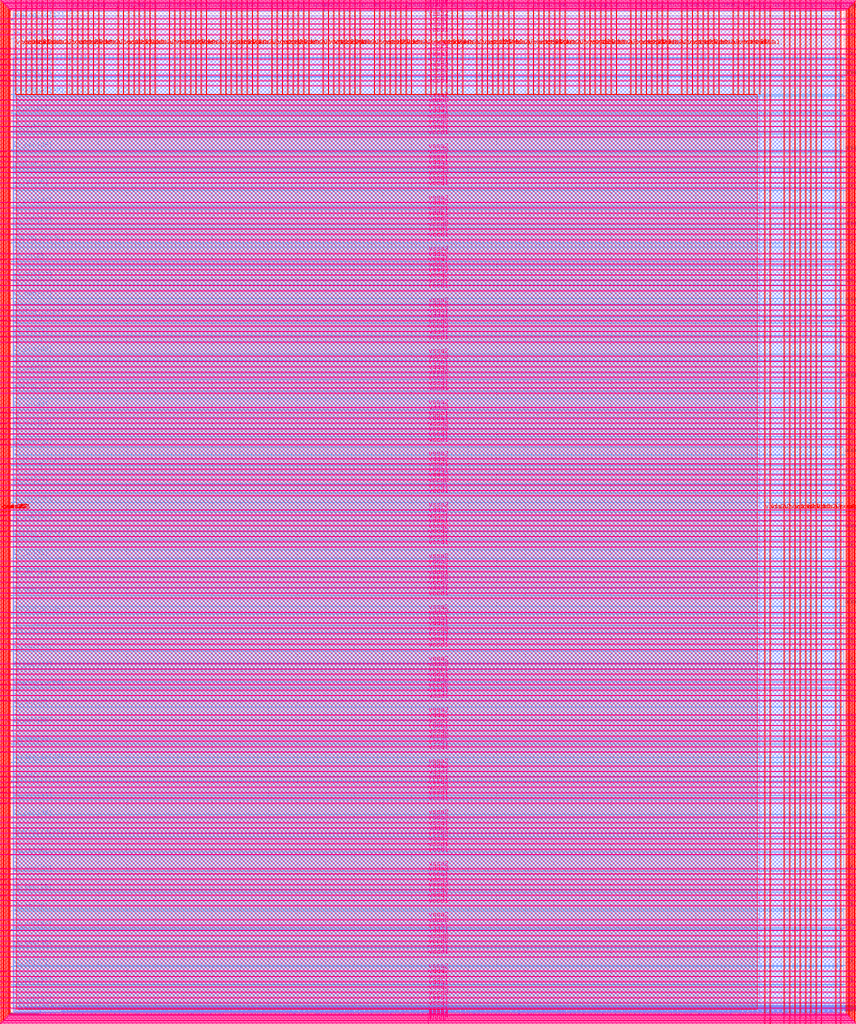
<source format=lef>
VERSION 5.7 ;
  NOWIREEXTENSIONATPIN ON ;
  DIVIDERCHAR "/" ;
  BUSBITCHARS "[]" ;
MACRO user_project_wrapper
  CLASS BLOCK ;
  FOREIGN user_project_wrapper ;
  ORIGIN 0.000 0.000 ;
  SIZE 2920.000 BY 3520.000 ;
  PIN analog_io[0]
    DIRECTION INOUT ;
    USE SIGNAL ;
    PORT
      LAYER met3 ;
        RECT 2917.600 1426.380 2924.800 1427.580 ;
    END
  END analog_io[0]
  PIN analog_io[10]
    DIRECTION INOUT ;
    USE SIGNAL ;
    PORT
      LAYER met2 ;
        RECT 2230.490 3517.600 2231.050 3524.800 ;
    END
  END analog_io[10]
  PIN analog_io[11]
    DIRECTION INOUT ;
    USE SIGNAL ;
    PORT
      LAYER met2 ;
        RECT 1905.730 3517.600 1906.290 3524.800 ;
    END
  END analog_io[11]
  PIN analog_io[12]
    DIRECTION INOUT ;
    USE SIGNAL ;
    PORT
      LAYER met2 ;
        RECT 1581.430 3517.600 1581.990 3524.800 ;
    END
  END analog_io[12]
  PIN analog_io[13]
    DIRECTION INOUT ;
    USE SIGNAL ;
    PORT
      LAYER met2 ;
        RECT 1257.130 3517.600 1257.690 3524.800 ;
    END
  END analog_io[13]
  PIN analog_io[14]
    DIRECTION INOUT ;
    USE SIGNAL ;
    PORT
      LAYER met2 ;
        RECT 932.370 3517.600 932.930 3524.800 ;
    END
  END analog_io[14]
  PIN analog_io[15]
    DIRECTION INOUT ;
    USE SIGNAL ;
    PORT
      LAYER met2 ;
        RECT 608.070 3517.600 608.630 3524.800 ;
    END
  END analog_io[15]
  PIN analog_io[16]
    DIRECTION INOUT ;
    USE SIGNAL ;
    PORT
      LAYER met2 ;
        RECT 283.770 3517.600 284.330 3524.800 ;
    END
  END analog_io[16]
  PIN analog_io[17]
    DIRECTION INOUT ;
    USE SIGNAL ;
    PORT
      LAYER met3 ;
        RECT -4.800 3486.100 2.400 3487.300 ;
    END
  END analog_io[17]
  PIN analog_io[18]
    DIRECTION INOUT ;
    USE SIGNAL ;
    PORT
      LAYER met3 ;
        RECT -4.800 3224.980 2.400 3226.180 ;
    END
  END analog_io[18]
  PIN analog_io[19]
    DIRECTION INOUT ;
    USE SIGNAL ;
    PORT
      LAYER met3 ;
        RECT -4.800 2964.540 2.400 2965.740 ;
    END
  END analog_io[19]
  PIN analog_io[1]
    DIRECTION INOUT ;
    USE SIGNAL ;
    PORT
      LAYER met3 ;
        RECT 2917.600 1692.260 2924.800 1693.460 ;
    END
  END analog_io[1]
  PIN analog_io[20]
    DIRECTION INOUT ;
    USE SIGNAL ;
    PORT
      LAYER met3 ;
        RECT -4.800 2703.420 2.400 2704.620 ;
    END
  END analog_io[20]
  PIN analog_io[21]
    DIRECTION INOUT ;
    USE SIGNAL ;
    PORT
      LAYER met3 ;
        RECT -4.800 2442.980 2.400 2444.180 ;
    END
  END analog_io[21]
  PIN analog_io[22]
    DIRECTION INOUT ;
    USE SIGNAL ;
    PORT
      LAYER met3 ;
        RECT -4.800 2182.540 2.400 2183.740 ;
    END
  END analog_io[22]
  PIN analog_io[23]
    DIRECTION INOUT ;
    USE SIGNAL ;
    PORT
      LAYER met3 ;
        RECT -4.800 1921.420 2.400 1922.620 ;
    END
  END analog_io[23]
  PIN analog_io[24]
    DIRECTION INOUT ;
    USE SIGNAL ;
    PORT
      LAYER met3 ;
        RECT -4.800 1660.980 2.400 1662.180 ;
    END
  END analog_io[24]
  PIN analog_io[25]
    DIRECTION INOUT ;
    USE SIGNAL ;
    PORT
      LAYER met3 ;
        RECT -4.800 1399.860 2.400 1401.060 ;
    END
  END analog_io[25]
  PIN analog_io[26]
    DIRECTION INOUT ;
    USE SIGNAL ;
    PORT
      LAYER met3 ;
        RECT -4.800 1139.420 2.400 1140.620 ;
    END
  END analog_io[26]
  PIN analog_io[27]
    DIRECTION INOUT ;
    USE SIGNAL ;
    PORT
      LAYER met3 ;
        RECT -4.800 878.980 2.400 880.180 ;
    END
  END analog_io[27]
  PIN analog_io[28]
    DIRECTION INOUT ;
    USE SIGNAL ;
    PORT
      LAYER met3 ;
        RECT -4.800 617.860 2.400 619.060 ;
    END
  END analog_io[28]
  PIN analog_io[2]
    DIRECTION INOUT ;
    USE SIGNAL ;
    PORT
      LAYER met3 ;
        RECT 2917.600 1958.140 2924.800 1959.340 ;
    END
  END analog_io[2]
  PIN analog_io[3]
    DIRECTION INOUT ;
    USE SIGNAL ;
    PORT
      LAYER met3 ;
        RECT 2917.600 2223.340 2924.800 2224.540 ;
    END
  END analog_io[3]
  PIN analog_io[4]
    DIRECTION INOUT ;
    USE SIGNAL ;
    PORT
      LAYER met3 ;
        RECT 2917.600 2489.220 2924.800 2490.420 ;
    END
  END analog_io[4]
  PIN analog_io[5]
    DIRECTION INOUT ;
    USE SIGNAL ;
    PORT
      LAYER met3 ;
        RECT 2917.600 2755.100 2924.800 2756.300 ;
    END
  END analog_io[5]
  PIN analog_io[6]
    DIRECTION INOUT ;
    USE SIGNAL ;
    PORT
      LAYER met3 ;
        RECT 2917.600 3020.300 2924.800 3021.500 ;
    END
  END analog_io[6]
  PIN analog_io[7]
    DIRECTION INOUT ;
    USE SIGNAL ;
    PORT
      LAYER met3 ;
        RECT 2917.600 3286.180 2924.800 3287.380 ;
    END
  END analog_io[7]
  PIN analog_io[8]
    DIRECTION INOUT ;
    USE SIGNAL ;
    PORT
      LAYER met2 ;
        RECT 2879.090 3517.600 2879.650 3524.800 ;
    END
  END analog_io[8]
  PIN analog_io[9]
    DIRECTION INOUT ;
    USE SIGNAL ;
    PORT
      LAYER met2 ;
        RECT 2554.790 3517.600 2555.350 3524.800 ;
    END
  END analog_io[9]
  PIN io_in[0]
    DIRECTION INPUT ;
    USE SIGNAL ;
    PORT
      LAYER met3 ;
        RECT 2917.600 32.380 2924.800 33.580 ;
    END
  END io_in[0]
  PIN io_in[10]
    DIRECTION INPUT ;
    USE SIGNAL ;
    PORT
      LAYER met3 ;
        RECT 2917.600 2289.980 2924.800 2291.180 ;
    END
  END io_in[10]
  PIN io_in[11]
    DIRECTION INPUT ;
    USE SIGNAL ;
    PORT
      LAYER met3 ;
        RECT 2917.600 2555.860 2924.800 2557.060 ;
    END
  END io_in[11]
  PIN io_in[12]
    DIRECTION INPUT ;
    USE SIGNAL ;
    PORT
      LAYER met3 ;
        RECT 2917.600 2821.060 2924.800 2822.260 ;
    END
  END io_in[12]
  PIN io_in[13]
    DIRECTION INPUT ;
    USE SIGNAL ;
    PORT
      LAYER met3 ;
        RECT 2917.600 3086.940 2924.800 3088.140 ;
    END
  END io_in[13]
  PIN io_in[14]
    DIRECTION INPUT ;
    USE SIGNAL ;
    PORT
      LAYER met3 ;
        RECT 2917.600 3352.820 2924.800 3354.020 ;
    END
  END io_in[14]
  PIN io_in[15]
    DIRECTION INPUT ;
    USE SIGNAL ;
    PORT
      LAYER met2 ;
        RECT 2798.130 3517.600 2798.690 3524.800 ;
    END
  END io_in[15]
  PIN io_in[16]
    DIRECTION INPUT ;
    USE SIGNAL ;
    PORT
      LAYER met2 ;
        RECT 2473.830 3517.600 2474.390 3524.800 ;
    END
  END io_in[16]
  PIN io_in[17]
    DIRECTION INPUT ;
    USE SIGNAL ;
    PORT
      LAYER met2 ;
        RECT 2149.070 3517.600 2149.630 3524.800 ;
    END
  END io_in[17]
  PIN io_in[18]
    DIRECTION INPUT ;
    USE SIGNAL ;
    PORT
      LAYER met2 ;
        RECT 1824.770 3517.600 1825.330 3524.800 ;
    END
  END io_in[18]
  PIN io_in[19]
    DIRECTION INPUT ;
    USE SIGNAL ;
    PORT
      LAYER met2 ;
        RECT 1500.470 3517.600 1501.030 3524.800 ;
    END
  END io_in[19]
  PIN io_in[1]
    DIRECTION INPUT ;
    USE SIGNAL ;
    PORT
      LAYER met3 ;
        RECT 2917.600 230.940 2924.800 232.140 ;
    END
  END io_in[1]
  PIN io_in[20]
    DIRECTION INPUT ;
    USE SIGNAL ;
    PORT
      LAYER met2 ;
        RECT 1175.710 3517.600 1176.270 3524.800 ;
    END
  END io_in[20]
  PIN io_in[21]
    DIRECTION INPUT ;
    USE SIGNAL ;
    PORT
      LAYER met2 ;
        RECT 851.410 3517.600 851.970 3524.800 ;
    END
  END io_in[21]
  PIN io_in[22]
    DIRECTION INPUT ;
    USE SIGNAL ;
    PORT
      LAYER met2 ;
        RECT 527.110 3517.600 527.670 3524.800 ;
    END
  END io_in[22]
  PIN io_in[23]
    DIRECTION INPUT ;
    USE SIGNAL ;
    PORT
      LAYER met2 ;
        RECT 202.350 3517.600 202.910 3524.800 ;
    END
  END io_in[23]
  PIN io_in[24]
    DIRECTION INPUT ;
    USE SIGNAL ;
    PORT
      LAYER met3 ;
        RECT -4.800 3420.820 2.400 3422.020 ;
    END
  END io_in[24]
  PIN io_in[25]
    DIRECTION INPUT ;
    USE SIGNAL ;
    PORT
      LAYER met3 ;
        RECT -4.800 3159.700 2.400 3160.900 ;
    END
  END io_in[25]
  PIN io_in[26]
    DIRECTION INPUT ;
    USE SIGNAL ;
    PORT
      LAYER met3 ;
        RECT -4.800 2899.260 2.400 2900.460 ;
    END
  END io_in[26]
  PIN io_in[27]
    DIRECTION INPUT ;
    USE SIGNAL ;
    PORT
      LAYER met3 ;
        RECT -4.800 2638.820 2.400 2640.020 ;
    END
  END io_in[27]
  PIN io_in[28]
    DIRECTION INPUT ;
    USE SIGNAL ;
    PORT
      LAYER met3 ;
        RECT -4.800 2377.700 2.400 2378.900 ;
    END
  END io_in[28]
  PIN io_in[29]
    DIRECTION INPUT ;
    USE SIGNAL ;
    PORT
      LAYER met3 ;
        RECT -4.800 2117.260 2.400 2118.460 ;
    END
  END io_in[29]
  PIN io_in[2]
    DIRECTION INPUT ;
    USE SIGNAL ;
    PORT
      LAYER met3 ;
        RECT 2917.600 430.180 2924.800 431.380 ;
    END
  END io_in[2]
  PIN io_in[30]
    DIRECTION INPUT ;
    USE SIGNAL ;
    PORT
      LAYER met3 ;
        RECT -4.800 1856.140 2.400 1857.340 ;
    END
  END io_in[30]
  PIN io_in[31]
    DIRECTION INPUT ;
    USE SIGNAL ;
    PORT
      LAYER met3 ;
        RECT -4.800 1595.700 2.400 1596.900 ;
    END
  END io_in[31]
  PIN io_in[32]
    DIRECTION INPUT ;
    USE SIGNAL ;
    PORT
      LAYER met3 ;
        RECT -4.800 1335.260 2.400 1336.460 ;
    END
  END io_in[32]
  PIN io_in[33]
    DIRECTION INPUT ;
    USE SIGNAL ;
    PORT
      LAYER met3 ;
        RECT -4.800 1074.140 2.400 1075.340 ;
    END
  END io_in[33]
  PIN io_in[34]
    DIRECTION INPUT ;
    USE SIGNAL ;
    PORT
      LAYER met3 ;
        RECT -4.800 813.700 2.400 814.900 ;
    END
  END io_in[34]
  PIN io_in[35]
    DIRECTION INPUT ;
    USE SIGNAL ;
    PORT
      LAYER met3 ;
        RECT -4.800 552.580 2.400 553.780 ;
    END
  END io_in[35]
  PIN io_in[36]
    DIRECTION INPUT ;
    USE SIGNAL ;
    PORT
      LAYER met3 ;
        RECT -4.800 357.420 2.400 358.620 ;
    END
  END io_in[36]
  PIN io_in[37]
    DIRECTION INPUT ;
    USE SIGNAL ;
    PORT
      LAYER met3 ;
        RECT -4.800 161.580 2.400 162.780 ;
    END
  END io_in[37]
  PIN io_in[3]
    DIRECTION INPUT ;
    USE SIGNAL ;
    PORT
      LAYER met3 ;
        RECT 2917.600 629.420 2924.800 630.620 ;
    END
  END io_in[3]
  PIN io_in[4]
    DIRECTION INPUT ;
    USE SIGNAL ;
    PORT
      LAYER met3 ;
        RECT 2917.600 828.660 2924.800 829.860 ;
    END
  END io_in[4]
  PIN io_in[5]
    DIRECTION INPUT ;
    USE SIGNAL ;
    PORT
      LAYER met3 ;
        RECT 2917.600 1027.900 2924.800 1029.100 ;
    END
  END io_in[5]
  PIN io_in[6]
    DIRECTION INPUT ;
    USE SIGNAL ;
    PORT
      LAYER met3 ;
        RECT 2917.600 1227.140 2924.800 1228.340 ;
    END
  END io_in[6]
  PIN io_in[7]
    DIRECTION INPUT ;
    USE SIGNAL ;
    PORT
      LAYER met3 ;
        RECT 2917.600 1493.020 2924.800 1494.220 ;
    END
  END io_in[7]
  PIN io_in[8]
    DIRECTION INPUT ;
    USE SIGNAL ;
    PORT
      LAYER met3 ;
        RECT 2917.600 1758.900 2924.800 1760.100 ;
    END
  END io_in[8]
  PIN io_in[9]
    DIRECTION INPUT ;
    USE SIGNAL ;
    PORT
      LAYER met3 ;
        RECT 2917.600 2024.100 2924.800 2025.300 ;
    END
  END io_in[9]
  PIN io_oeb[0]
    DIRECTION OUTPUT TRISTATE ;
    USE SIGNAL ;
    PORT
      LAYER met3 ;
        RECT 2917.600 164.980 2924.800 166.180 ;
    END
  END io_oeb[0]
  PIN io_oeb[10]
    DIRECTION OUTPUT TRISTATE ;
    USE SIGNAL ;
    PORT
      LAYER met3 ;
        RECT 2917.600 2422.580 2924.800 2423.780 ;
    END
  END io_oeb[10]
  PIN io_oeb[11]
    DIRECTION OUTPUT TRISTATE ;
    USE SIGNAL ;
    PORT
      LAYER met3 ;
        RECT 2917.600 2688.460 2924.800 2689.660 ;
    END
  END io_oeb[11]
  PIN io_oeb[12]
    DIRECTION OUTPUT TRISTATE ;
    USE SIGNAL ;
    PORT
      LAYER met3 ;
        RECT 2917.600 2954.340 2924.800 2955.540 ;
    END
  END io_oeb[12]
  PIN io_oeb[13]
    DIRECTION OUTPUT TRISTATE ;
    USE SIGNAL ;
    PORT
      LAYER met3 ;
        RECT 2917.600 3219.540 2924.800 3220.740 ;
    END
  END io_oeb[13]
  PIN io_oeb[14]
    DIRECTION OUTPUT TRISTATE ;
    USE SIGNAL ;
    PORT
      LAYER met3 ;
        RECT 2917.600 3485.420 2924.800 3486.620 ;
    END
  END io_oeb[14]
  PIN io_oeb[15]
    DIRECTION OUTPUT TRISTATE ;
    USE SIGNAL ;
    PORT
      LAYER met2 ;
        RECT 2635.750 3517.600 2636.310 3524.800 ;
    END
  END io_oeb[15]
  PIN io_oeb[16]
    DIRECTION OUTPUT TRISTATE ;
    USE SIGNAL ;
    PORT
      LAYER met2 ;
        RECT 2311.450 3517.600 2312.010 3524.800 ;
    END
  END io_oeb[16]
  PIN io_oeb[17]
    DIRECTION OUTPUT TRISTATE ;
    USE SIGNAL ;
    PORT
      LAYER met2 ;
        RECT 1987.150 3517.600 1987.710 3524.800 ;
    END
  END io_oeb[17]
  PIN io_oeb[18]
    DIRECTION OUTPUT TRISTATE ;
    USE SIGNAL ;
    PORT
      LAYER met2 ;
        RECT 1662.390 3517.600 1662.950 3524.800 ;
    END
  END io_oeb[18]
  PIN io_oeb[19]
    DIRECTION OUTPUT TRISTATE ;
    USE SIGNAL ;
    PORT
      LAYER met2 ;
        RECT 1338.090 3517.600 1338.650 3524.800 ;
    END
  END io_oeb[19]
  PIN io_oeb[1]
    DIRECTION OUTPUT TRISTATE ;
    USE SIGNAL ;
    PORT
      LAYER met3 ;
        RECT 2917.600 364.220 2924.800 365.420 ;
    END
  END io_oeb[1]
  PIN io_oeb[20]
    DIRECTION OUTPUT TRISTATE ;
    USE SIGNAL ;
    PORT
      LAYER met2 ;
        RECT 1013.790 3517.600 1014.350 3524.800 ;
    END
  END io_oeb[20]
  PIN io_oeb[21]
    DIRECTION OUTPUT TRISTATE ;
    USE SIGNAL ;
    PORT
      LAYER met2 ;
        RECT 689.030 3517.600 689.590 3524.800 ;
    END
  END io_oeb[21]
  PIN io_oeb[22]
    DIRECTION OUTPUT TRISTATE ;
    USE SIGNAL ;
    PORT
      LAYER met2 ;
        RECT 364.730 3517.600 365.290 3524.800 ;
    END
  END io_oeb[22]
  PIN io_oeb[23]
    DIRECTION OUTPUT TRISTATE ;
    USE SIGNAL ;
    PORT
      LAYER met2 ;
        RECT 40.430 3517.600 40.990 3524.800 ;
    END
  END io_oeb[23]
  PIN io_oeb[24]
    DIRECTION OUTPUT TRISTATE ;
    USE SIGNAL ;
    PORT
      LAYER met3 ;
        RECT -4.800 3290.260 2.400 3291.460 ;
    END
  END io_oeb[24]
  PIN io_oeb[25]
    DIRECTION OUTPUT TRISTATE ;
    USE SIGNAL ;
    PORT
      LAYER met3 ;
        RECT -4.800 3029.820 2.400 3031.020 ;
    END
  END io_oeb[25]
  PIN io_oeb[26]
    DIRECTION OUTPUT TRISTATE ;
    USE SIGNAL ;
    PORT
      LAYER met3 ;
        RECT -4.800 2768.700 2.400 2769.900 ;
    END
  END io_oeb[26]
  PIN io_oeb[27]
    DIRECTION OUTPUT TRISTATE ;
    USE SIGNAL ;
    PORT
      LAYER met3 ;
        RECT -4.800 2508.260 2.400 2509.460 ;
    END
  END io_oeb[27]
  PIN io_oeb[28]
    DIRECTION OUTPUT TRISTATE ;
    USE SIGNAL ;
    PORT
      LAYER met3 ;
        RECT -4.800 2247.140 2.400 2248.340 ;
    END
  END io_oeb[28]
  PIN io_oeb[29]
    DIRECTION OUTPUT TRISTATE ;
    USE SIGNAL ;
    PORT
      LAYER met3 ;
        RECT -4.800 1986.700 2.400 1987.900 ;
    END
  END io_oeb[29]
  PIN io_oeb[2]
    DIRECTION OUTPUT TRISTATE ;
    USE SIGNAL ;
    PORT
      LAYER met3 ;
        RECT 2917.600 563.460 2924.800 564.660 ;
    END
  END io_oeb[2]
  PIN io_oeb[30]
    DIRECTION OUTPUT TRISTATE ;
    USE SIGNAL ;
    PORT
      LAYER met3 ;
        RECT -4.800 1726.260 2.400 1727.460 ;
    END
  END io_oeb[30]
  PIN io_oeb[31]
    DIRECTION OUTPUT TRISTATE ;
    USE SIGNAL ;
    PORT
      LAYER met3 ;
        RECT -4.800 1465.140 2.400 1466.340 ;
    END
  END io_oeb[31]
  PIN io_oeb[32]
    DIRECTION OUTPUT TRISTATE ;
    USE SIGNAL ;
    PORT
      LAYER met3 ;
        RECT -4.800 1204.700 2.400 1205.900 ;
    END
  END io_oeb[32]
  PIN io_oeb[33]
    DIRECTION OUTPUT TRISTATE ;
    USE SIGNAL ;
    PORT
      LAYER met3 ;
        RECT -4.800 943.580 2.400 944.780 ;
    END
  END io_oeb[33]
  PIN io_oeb[34]
    DIRECTION OUTPUT TRISTATE ;
    USE SIGNAL ;
    PORT
      LAYER met3 ;
        RECT -4.800 683.140 2.400 684.340 ;
    END
  END io_oeb[34]
  PIN io_oeb[35]
    DIRECTION OUTPUT TRISTATE ;
    USE SIGNAL ;
    PORT
      LAYER met3 ;
        RECT -4.800 422.700 2.400 423.900 ;
    END
  END io_oeb[35]
  PIN io_oeb[36]
    DIRECTION OUTPUT TRISTATE ;
    USE SIGNAL ;
    PORT
      LAYER met3 ;
        RECT -4.800 226.860 2.400 228.060 ;
    END
  END io_oeb[36]
  PIN io_oeb[37]
    DIRECTION OUTPUT TRISTATE ;
    USE SIGNAL ;
    PORT
      LAYER met3 ;
        RECT -4.800 31.700 2.400 32.900 ;
    END
  END io_oeb[37]
  PIN io_oeb[3]
    DIRECTION OUTPUT TRISTATE ;
    USE SIGNAL ;
    PORT
      LAYER met3 ;
        RECT 2917.600 762.700 2924.800 763.900 ;
    END
  END io_oeb[3]
  PIN io_oeb[4]
    DIRECTION OUTPUT TRISTATE ;
    USE SIGNAL ;
    PORT
      LAYER met3 ;
        RECT 2917.600 961.940 2924.800 963.140 ;
    END
  END io_oeb[4]
  PIN io_oeb[5]
    DIRECTION OUTPUT TRISTATE ;
    USE SIGNAL ;
    PORT
      LAYER met3 ;
        RECT 2917.600 1161.180 2924.800 1162.380 ;
    END
  END io_oeb[5]
  PIN io_oeb[6]
    DIRECTION OUTPUT TRISTATE ;
    USE SIGNAL ;
    PORT
      LAYER met3 ;
        RECT 2917.600 1360.420 2924.800 1361.620 ;
    END
  END io_oeb[6]
  PIN io_oeb[7]
    DIRECTION OUTPUT TRISTATE ;
    USE SIGNAL ;
    PORT
      LAYER met3 ;
        RECT 2917.600 1625.620 2924.800 1626.820 ;
    END
  END io_oeb[7]
  PIN io_oeb[8]
    DIRECTION OUTPUT TRISTATE ;
    USE SIGNAL ;
    PORT
      LAYER met3 ;
        RECT 2917.600 1891.500 2924.800 1892.700 ;
    END
  END io_oeb[8]
  PIN io_oeb[9]
    DIRECTION OUTPUT TRISTATE ;
    USE SIGNAL ;
    PORT
      LAYER met3 ;
        RECT 2917.600 2157.380 2924.800 2158.580 ;
    END
  END io_oeb[9]
  PIN io_out[0]
    DIRECTION OUTPUT TRISTATE ;
    USE SIGNAL ;
    PORT
      LAYER met3 ;
        RECT 2917.600 98.340 2924.800 99.540 ;
    END
  END io_out[0]
  PIN io_out[10]
    DIRECTION OUTPUT TRISTATE ;
    USE SIGNAL ;
    PORT
      LAYER met3 ;
        RECT 2917.600 2356.620 2924.800 2357.820 ;
    END
  END io_out[10]
  PIN io_out[11]
    DIRECTION OUTPUT TRISTATE ;
    USE SIGNAL ;
    PORT
      LAYER met3 ;
        RECT 2917.600 2621.820 2924.800 2623.020 ;
    END
  END io_out[11]
  PIN io_out[12]
    DIRECTION OUTPUT TRISTATE ;
    USE SIGNAL ;
    PORT
      LAYER met3 ;
        RECT 2917.600 2887.700 2924.800 2888.900 ;
    END
  END io_out[12]
  PIN io_out[13]
    DIRECTION OUTPUT TRISTATE ;
    USE SIGNAL ;
    PORT
      LAYER met3 ;
        RECT 2917.600 3153.580 2924.800 3154.780 ;
    END
  END io_out[13]
  PIN io_out[14]
    DIRECTION OUTPUT TRISTATE ;
    USE SIGNAL ;
    PORT
      LAYER met3 ;
        RECT 2917.600 3418.780 2924.800 3419.980 ;
    END
  END io_out[14]
  PIN io_out[15]
    DIRECTION OUTPUT TRISTATE ;
    USE SIGNAL ;
    PORT
      LAYER met2 ;
        RECT 2717.170 3517.600 2717.730 3524.800 ;
    END
  END io_out[15]
  PIN io_out[16]
    DIRECTION OUTPUT TRISTATE ;
    USE SIGNAL ;
    PORT
      LAYER met2 ;
        RECT 2392.410 3517.600 2392.970 3524.800 ;
    END
  END io_out[16]
  PIN io_out[17]
    DIRECTION OUTPUT TRISTATE ;
    USE SIGNAL ;
    PORT
      LAYER met2 ;
        RECT 2068.110 3517.600 2068.670 3524.800 ;
    END
  END io_out[17]
  PIN io_out[18]
    DIRECTION OUTPUT TRISTATE ;
    USE SIGNAL ;
    PORT
      LAYER met2 ;
        RECT 1743.810 3517.600 1744.370 3524.800 ;
    END
  END io_out[18]
  PIN io_out[19]
    DIRECTION OUTPUT TRISTATE ;
    USE SIGNAL ;
    PORT
      LAYER met2 ;
        RECT 1419.050 3517.600 1419.610 3524.800 ;
    END
  END io_out[19]
  PIN io_out[1]
    DIRECTION OUTPUT TRISTATE ;
    USE SIGNAL ;
    PORT
      LAYER met3 ;
        RECT 2917.600 297.580 2924.800 298.780 ;
    END
  END io_out[1]
  PIN io_out[20]
    DIRECTION OUTPUT TRISTATE ;
    USE SIGNAL ;
    PORT
      LAYER met2 ;
        RECT 1094.750 3517.600 1095.310 3524.800 ;
    END
  END io_out[20]
  PIN io_out[21]
    DIRECTION OUTPUT TRISTATE ;
    USE SIGNAL ;
    PORT
      LAYER met2 ;
        RECT 770.450 3517.600 771.010 3524.800 ;
    END
  END io_out[21]
  PIN io_out[22]
    DIRECTION OUTPUT TRISTATE ;
    USE SIGNAL ;
    PORT
      LAYER met2 ;
        RECT 445.690 3517.600 446.250 3524.800 ;
    END
  END io_out[22]
  PIN io_out[23]
    DIRECTION OUTPUT TRISTATE ;
    USE SIGNAL ;
    PORT
      LAYER met2 ;
        RECT 121.390 3517.600 121.950 3524.800 ;
    END
  END io_out[23]
  PIN io_out[24]
    DIRECTION OUTPUT TRISTATE ;
    USE SIGNAL ;
    PORT
      LAYER met3 ;
        RECT -4.800 3355.540 2.400 3356.740 ;
    END
  END io_out[24]
  PIN io_out[25]
    DIRECTION OUTPUT TRISTATE ;
    USE SIGNAL ;
    PORT
      LAYER met3 ;
        RECT -4.800 3095.100 2.400 3096.300 ;
    END
  END io_out[25]
  PIN io_out[26]
    DIRECTION OUTPUT TRISTATE ;
    USE SIGNAL ;
    PORT
      LAYER met3 ;
        RECT -4.800 2833.980 2.400 2835.180 ;
    END
  END io_out[26]
  PIN io_out[27]
    DIRECTION OUTPUT TRISTATE ;
    USE SIGNAL ;
    PORT
      LAYER met3 ;
        RECT -4.800 2573.540 2.400 2574.740 ;
    END
  END io_out[27]
  PIN io_out[28]
    DIRECTION OUTPUT TRISTATE ;
    USE SIGNAL ;
    PORT
      LAYER met3 ;
        RECT -4.800 2312.420 2.400 2313.620 ;
    END
  END io_out[28]
  PIN io_out[29]
    DIRECTION OUTPUT TRISTATE ;
    USE SIGNAL ;
    PORT
      LAYER met3 ;
        RECT -4.800 2051.980 2.400 2053.180 ;
    END
  END io_out[29]
  PIN io_out[2]
    DIRECTION OUTPUT TRISTATE ;
    USE SIGNAL ;
    PORT
      LAYER met3 ;
        RECT 2917.600 496.820 2924.800 498.020 ;
    END
  END io_out[2]
  PIN io_out[30]
    DIRECTION OUTPUT TRISTATE ;
    USE SIGNAL ;
    PORT
      LAYER met3 ;
        RECT -4.800 1791.540 2.400 1792.740 ;
    END
  END io_out[30]
  PIN io_out[31]
    DIRECTION OUTPUT TRISTATE ;
    USE SIGNAL ;
    PORT
      LAYER met3 ;
        RECT -4.800 1530.420 2.400 1531.620 ;
    END
  END io_out[31]
  PIN io_out[32]
    DIRECTION OUTPUT TRISTATE ;
    USE SIGNAL ;
    PORT
      LAYER met3 ;
        RECT -4.800 1269.980 2.400 1271.180 ;
    END
  END io_out[32]
  PIN io_out[33]
    DIRECTION OUTPUT TRISTATE ;
    USE SIGNAL ;
    PORT
      LAYER met3 ;
        RECT -4.800 1008.860 2.400 1010.060 ;
    END
  END io_out[33]
  PIN io_out[34]
    DIRECTION OUTPUT TRISTATE ;
    USE SIGNAL ;
    PORT
      LAYER met3 ;
        RECT -4.800 748.420 2.400 749.620 ;
    END
  END io_out[34]
  PIN io_out[35]
    DIRECTION OUTPUT TRISTATE ;
    USE SIGNAL ;
    PORT
      LAYER met3 ;
        RECT -4.800 487.300 2.400 488.500 ;
    END
  END io_out[35]
  PIN io_out[36]
    DIRECTION OUTPUT TRISTATE ;
    USE SIGNAL ;
    PORT
      LAYER met3 ;
        RECT -4.800 292.140 2.400 293.340 ;
    END
  END io_out[36]
  PIN io_out[37]
    DIRECTION OUTPUT TRISTATE ;
    USE SIGNAL ;
    PORT
      LAYER met3 ;
        RECT -4.800 96.300 2.400 97.500 ;
    END
  END io_out[37]
  PIN io_out[3]
    DIRECTION OUTPUT TRISTATE ;
    USE SIGNAL ;
    PORT
      LAYER met3 ;
        RECT 2917.600 696.060 2924.800 697.260 ;
    END
  END io_out[3]
  PIN io_out[4]
    DIRECTION OUTPUT TRISTATE ;
    USE SIGNAL ;
    PORT
      LAYER met3 ;
        RECT 2917.600 895.300 2924.800 896.500 ;
    END
  END io_out[4]
  PIN io_out[5]
    DIRECTION OUTPUT TRISTATE ;
    USE SIGNAL ;
    PORT
      LAYER met3 ;
        RECT 2917.600 1094.540 2924.800 1095.740 ;
    END
  END io_out[5]
  PIN io_out[6]
    DIRECTION OUTPUT TRISTATE ;
    USE SIGNAL ;
    PORT
      LAYER met3 ;
        RECT 2917.600 1293.780 2924.800 1294.980 ;
    END
  END io_out[6]
  PIN io_out[7]
    DIRECTION OUTPUT TRISTATE ;
    USE SIGNAL ;
    PORT
      LAYER met3 ;
        RECT 2917.600 1559.660 2924.800 1560.860 ;
    END
  END io_out[7]
  PIN io_out[8]
    DIRECTION OUTPUT TRISTATE ;
    USE SIGNAL ;
    PORT
      LAYER met3 ;
        RECT 2917.600 1824.860 2924.800 1826.060 ;
    END
  END io_out[8]
  PIN io_out[9]
    DIRECTION OUTPUT TRISTATE ;
    USE SIGNAL ;
    PORT
      LAYER met3 ;
        RECT 2917.600 2090.740 2924.800 2091.940 ;
    END
  END io_out[9]
  PIN la_data_in[0]
    DIRECTION INPUT ;
    USE SIGNAL ;
    PORT
      LAYER met2 ;
        RECT 629.230 -4.800 629.790 2.400 ;
    END
  END la_data_in[0]
  PIN la_data_in[100]
    DIRECTION INPUT ;
    USE SIGNAL ;
    PORT
      LAYER met2 ;
        RECT 2402.530 -4.800 2403.090 2.400 ;
    END
  END la_data_in[100]
  PIN la_data_in[101]
    DIRECTION INPUT ;
    USE SIGNAL ;
    PORT
      LAYER met2 ;
        RECT 2420.010 -4.800 2420.570 2.400 ;
    END
  END la_data_in[101]
  PIN la_data_in[102]
    DIRECTION INPUT ;
    USE SIGNAL ;
    PORT
      LAYER met2 ;
        RECT 2437.950 -4.800 2438.510 2.400 ;
    END
  END la_data_in[102]
  PIN la_data_in[103]
    DIRECTION INPUT ;
    USE SIGNAL ;
    PORT
      LAYER met2 ;
        RECT 2455.430 -4.800 2455.990 2.400 ;
    END
  END la_data_in[103]
  PIN la_data_in[104]
    DIRECTION INPUT ;
    USE SIGNAL ;
    PORT
      LAYER met2 ;
        RECT 2473.370 -4.800 2473.930 2.400 ;
    END
  END la_data_in[104]
  PIN la_data_in[105]
    DIRECTION INPUT ;
    USE SIGNAL ;
    PORT
      LAYER met2 ;
        RECT 2490.850 -4.800 2491.410 2.400 ;
    END
  END la_data_in[105]
  PIN la_data_in[106]
    DIRECTION INPUT ;
    USE SIGNAL ;
    PORT
      LAYER met2 ;
        RECT 2508.790 -4.800 2509.350 2.400 ;
    END
  END la_data_in[106]
  PIN la_data_in[107]
    DIRECTION INPUT ;
    USE SIGNAL ;
    PORT
      LAYER met2 ;
        RECT 2526.730 -4.800 2527.290 2.400 ;
    END
  END la_data_in[107]
  PIN la_data_in[108]
    DIRECTION INPUT ;
    USE SIGNAL ;
    PORT
      LAYER met2 ;
        RECT 2544.210 -4.800 2544.770 2.400 ;
    END
  END la_data_in[108]
  PIN la_data_in[109]
    DIRECTION INPUT ;
    USE SIGNAL ;
    PORT
      LAYER met2 ;
        RECT 2562.150 -4.800 2562.710 2.400 ;
    END
  END la_data_in[109]
  PIN la_data_in[10]
    DIRECTION INPUT ;
    USE SIGNAL ;
    PORT
      LAYER met2 ;
        RECT 806.330 -4.800 806.890 2.400 ;
    END
  END la_data_in[10]
  PIN la_data_in[110]
    DIRECTION INPUT ;
    USE SIGNAL ;
    PORT
      LAYER met2 ;
        RECT 2579.630 -4.800 2580.190 2.400 ;
    END
  END la_data_in[110]
  PIN la_data_in[111]
    DIRECTION INPUT ;
    USE SIGNAL ;
    PORT
      LAYER met2 ;
        RECT 2597.570 -4.800 2598.130 2.400 ;
    END
  END la_data_in[111]
  PIN la_data_in[112]
    DIRECTION INPUT ;
    USE SIGNAL ;
    PORT
      LAYER met2 ;
        RECT 2615.050 -4.800 2615.610 2.400 ;
    END
  END la_data_in[112]
  PIN la_data_in[113]
    DIRECTION INPUT ;
    USE SIGNAL ;
    PORT
      LAYER met2 ;
        RECT 2632.990 -4.800 2633.550 2.400 ;
    END
  END la_data_in[113]
  PIN la_data_in[114]
    DIRECTION INPUT ;
    USE SIGNAL ;
    PORT
      LAYER met2 ;
        RECT 2650.470 -4.800 2651.030 2.400 ;
    END
  END la_data_in[114]
  PIN la_data_in[115]
    DIRECTION INPUT ;
    USE SIGNAL ;
    PORT
      LAYER met2 ;
        RECT 2668.410 -4.800 2668.970 2.400 ;
    END
  END la_data_in[115]
  PIN la_data_in[116]
    DIRECTION INPUT ;
    USE SIGNAL ;
    PORT
      LAYER met2 ;
        RECT 2685.890 -4.800 2686.450 2.400 ;
    END
  END la_data_in[116]
  PIN la_data_in[117]
    DIRECTION INPUT ;
    USE SIGNAL ;
    PORT
      LAYER met2 ;
        RECT 2703.830 -4.800 2704.390 2.400 ;
    END
  END la_data_in[117]
  PIN la_data_in[118]
    DIRECTION INPUT ;
    USE SIGNAL ;
    PORT
      LAYER met2 ;
        RECT 2721.770 -4.800 2722.330 2.400 ;
    END
  END la_data_in[118]
  PIN la_data_in[119]
    DIRECTION INPUT ;
    USE SIGNAL ;
    PORT
      LAYER met2 ;
        RECT 2739.250 -4.800 2739.810 2.400 ;
    END
  END la_data_in[119]
  PIN la_data_in[11]
    DIRECTION INPUT ;
    USE SIGNAL ;
    PORT
      LAYER met2 ;
        RECT 824.270 -4.800 824.830 2.400 ;
    END
  END la_data_in[11]
  PIN la_data_in[120]
    DIRECTION INPUT ;
    USE SIGNAL ;
    PORT
      LAYER met2 ;
        RECT 2757.190 -4.800 2757.750 2.400 ;
    END
  END la_data_in[120]
  PIN la_data_in[121]
    DIRECTION INPUT ;
    USE SIGNAL ;
    PORT
      LAYER met2 ;
        RECT 2774.670 -4.800 2775.230 2.400 ;
    END
  END la_data_in[121]
  PIN la_data_in[122]
    DIRECTION INPUT ;
    USE SIGNAL ;
    PORT
      LAYER met2 ;
        RECT 2792.610 -4.800 2793.170 2.400 ;
    END
  END la_data_in[122]
  PIN la_data_in[123]
    DIRECTION INPUT ;
    USE SIGNAL ;
    PORT
      LAYER met2 ;
        RECT 2810.090 -4.800 2810.650 2.400 ;
    END
  END la_data_in[123]
  PIN la_data_in[124]
    DIRECTION INPUT ;
    USE SIGNAL ;
    PORT
      LAYER met2 ;
        RECT 2828.030 -4.800 2828.590 2.400 ;
    END
  END la_data_in[124]
  PIN la_data_in[125]
    DIRECTION INPUT ;
    USE SIGNAL ;
    PORT
      LAYER met2 ;
        RECT 2845.510 -4.800 2846.070 2.400 ;
    END
  END la_data_in[125]
  PIN la_data_in[126]
    DIRECTION INPUT ;
    USE SIGNAL ;
    PORT
      LAYER met2 ;
        RECT 2863.450 -4.800 2864.010 2.400 ;
    END
  END la_data_in[126]
  PIN la_data_in[127]
    DIRECTION INPUT ;
    USE SIGNAL ;
    PORT
      LAYER met2 ;
        RECT 2881.390 -4.800 2881.950 2.400 ;
    END
  END la_data_in[127]
  PIN la_data_in[12]
    DIRECTION INPUT ;
    USE SIGNAL ;
    PORT
      LAYER met2 ;
        RECT 841.750 -4.800 842.310 2.400 ;
    END
  END la_data_in[12]
  PIN la_data_in[13]
    DIRECTION INPUT ;
    USE SIGNAL ;
    PORT
      LAYER met2 ;
        RECT 859.690 -4.800 860.250 2.400 ;
    END
  END la_data_in[13]
  PIN la_data_in[14]
    DIRECTION INPUT ;
    USE SIGNAL ;
    PORT
      LAYER met2 ;
        RECT 877.170 -4.800 877.730 2.400 ;
    END
  END la_data_in[14]
  PIN la_data_in[15]
    DIRECTION INPUT ;
    USE SIGNAL ;
    PORT
      LAYER met2 ;
        RECT 895.110 -4.800 895.670 2.400 ;
    END
  END la_data_in[15]
  PIN la_data_in[16]
    DIRECTION INPUT ;
    USE SIGNAL ;
    PORT
      LAYER met2 ;
        RECT 912.590 -4.800 913.150 2.400 ;
    END
  END la_data_in[16]
  PIN la_data_in[17]
    DIRECTION INPUT ;
    USE SIGNAL ;
    PORT
      LAYER met2 ;
        RECT 930.530 -4.800 931.090 2.400 ;
    END
  END la_data_in[17]
  PIN la_data_in[18]
    DIRECTION INPUT ;
    USE SIGNAL ;
    PORT
      LAYER met2 ;
        RECT 948.470 -4.800 949.030 2.400 ;
    END
  END la_data_in[18]
  PIN la_data_in[19]
    DIRECTION INPUT ;
    USE SIGNAL ;
    PORT
      LAYER met2 ;
        RECT 965.950 -4.800 966.510 2.400 ;
    END
  END la_data_in[19]
  PIN la_data_in[1]
    DIRECTION INPUT ;
    USE SIGNAL ;
    PORT
      LAYER met2 ;
        RECT 646.710 -4.800 647.270 2.400 ;
    END
  END la_data_in[1]
  PIN la_data_in[20]
    DIRECTION INPUT ;
    USE SIGNAL ;
    PORT
      LAYER met2 ;
        RECT 983.890 -4.800 984.450 2.400 ;
    END
  END la_data_in[20]
  PIN la_data_in[21]
    DIRECTION INPUT ;
    USE SIGNAL ;
    PORT
      LAYER met2 ;
        RECT 1001.370 -4.800 1001.930 2.400 ;
    END
  END la_data_in[21]
  PIN la_data_in[22]
    DIRECTION INPUT ;
    USE SIGNAL ;
    PORT
      LAYER met2 ;
        RECT 1019.310 -4.800 1019.870 2.400 ;
    END
  END la_data_in[22]
  PIN la_data_in[23]
    DIRECTION INPUT ;
    USE SIGNAL ;
    PORT
      LAYER met2 ;
        RECT 1036.790 -4.800 1037.350 2.400 ;
    END
  END la_data_in[23]
  PIN la_data_in[24]
    DIRECTION INPUT ;
    USE SIGNAL ;
    PORT
      LAYER met2 ;
        RECT 1054.730 -4.800 1055.290 2.400 ;
    END
  END la_data_in[24]
  PIN la_data_in[25]
    DIRECTION INPUT ;
    USE SIGNAL ;
    PORT
      LAYER met2 ;
        RECT 1072.210 -4.800 1072.770 2.400 ;
    END
  END la_data_in[25]
  PIN la_data_in[26]
    DIRECTION INPUT ;
    USE SIGNAL ;
    PORT
      LAYER met2 ;
        RECT 1090.150 -4.800 1090.710 2.400 ;
    END
  END la_data_in[26]
  PIN la_data_in[27]
    DIRECTION INPUT ;
    USE SIGNAL ;
    PORT
      LAYER met2 ;
        RECT 1107.630 -4.800 1108.190 2.400 ;
    END
  END la_data_in[27]
  PIN la_data_in[28]
    DIRECTION INPUT ;
    USE SIGNAL ;
    PORT
      LAYER met2 ;
        RECT 1125.570 -4.800 1126.130 2.400 ;
    END
  END la_data_in[28]
  PIN la_data_in[29]
    DIRECTION INPUT ;
    USE SIGNAL ;
    PORT
      LAYER met2 ;
        RECT 1143.510 -4.800 1144.070 2.400 ;
    END
  END la_data_in[29]
  PIN la_data_in[2]
    DIRECTION INPUT ;
    USE SIGNAL ;
    PORT
      LAYER met2 ;
        RECT 664.650 -4.800 665.210 2.400 ;
    END
  END la_data_in[2]
  PIN la_data_in[30]
    DIRECTION INPUT ;
    USE SIGNAL ;
    PORT
      LAYER met2 ;
        RECT 1160.990 -4.800 1161.550 2.400 ;
    END
  END la_data_in[30]
  PIN la_data_in[31]
    DIRECTION INPUT ;
    USE SIGNAL ;
    PORT
      LAYER met2 ;
        RECT 1178.930 -4.800 1179.490 2.400 ;
    END
  END la_data_in[31]
  PIN la_data_in[32]
    DIRECTION INPUT ;
    USE SIGNAL ;
    PORT
      LAYER met2 ;
        RECT 1196.410 -4.800 1196.970 2.400 ;
    END
  END la_data_in[32]
  PIN la_data_in[33]
    DIRECTION INPUT ;
    USE SIGNAL ;
    PORT
      LAYER met2 ;
        RECT 1214.350 -4.800 1214.910 2.400 ;
    END
  END la_data_in[33]
  PIN la_data_in[34]
    DIRECTION INPUT ;
    USE SIGNAL ;
    PORT
      LAYER met2 ;
        RECT 1231.830 -4.800 1232.390 2.400 ;
    END
  END la_data_in[34]
  PIN la_data_in[35]
    DIRECTION INPUT ;
    USE SIGNAL ;
    PORT
      LAYER met2 ;
        RECT 1249.770 -4.800 1250.330 2.400 ;
    END
  END la_data_in[35]
  PIN la_data_in[36]
    DIRECTION INPUT ;
    USE SIGNAL ;
    PORT
      LAYER met2 ;
        RECT 1267.250 -4.800 1267.810 2.400 ;
    END
  END la_data_in[36]
  PIN la_data_in[37]
    DIRECTION INPUT ;
    USE SIGNAL ;
    PORT
      LAYER met2 ;
        RECT 1285.190 -4.800 1285.750 2.400 ;
    END
  END la_data_in[37]
  PIN la_data_in[38]
    DIRECTION INPUT ;
    USE SIGNAL ;
    PORT
      LAYER met2 ;
        RECT 1303.130 -4.800 1303.690 2.400 ;
    END
  END la_data_in[38]
  PIN la_data_in[39]
    DIRECTION INPUT ;
    USE SIGNAL ;
    PORT
      LAYER met2 ;
        RECT 1320.610 -4.800 1321.170 2.400 ;
    END
  END la_data_in[39]
  PIN la_data_in[3]
    DIRECTION INPUT ;
    USE SIGNAL ;
    PORT
      LAYER met2 ;
        RECT 682.130 -4.800 682.690 2.400 ;
    END
  END la_data_in[3]
  PIN la_data_in[40]
    DIRECTION INPUT ;
    USE SIGNAL ;
    PORT
      LAYER met2 ;
        RECT 1338.550 -4.800 1339.110 2.400 ;
    END
  END la_data_in[40]
  PIN la_data_in[41]
    DIRECTION INPUT ;
    USE SIGNAL ;
    PORT
      LAYER met2 ;
        RECT 1356.030 -4.800 1356.590 2.400 ;
    END
  END la_data_in[41]
  PIN la_data_in[42]
    DIRECTION INPUT ;
    USE SIGNAL ;
    PORT
      LAYER met2 ;
        RECT 1373.970 -4.800 1374.530 2.400 ;
    END
  END la_data_in[42]
  PIN la_data_in[43]
    DIRECTION INPUT ;
    USE SIGNAL ;
    PORT
      LAYER met2 ;
        RECT 1391.450 -4.800 1392.010 2.400 ;
    END
  END la_data_in[43]
  PIN la_data_in[44]
    DIRECTION INPUT ;
    USE SIGNAL ;
    PORT
      LAYER met2 ;
        RECT 1409.390 -4.800 1409.950 2.400 ;
    END
  END la_data_in[44]
  PIN la_data_in[45]
    DIRECTION INPUT ;
    USE SIGNAL ;
    PORT
      LAYER met2 ;
        RECT 1426.870 -4.800 1427.430 2.400 ;
    END
  END la_data_in[45]
  PIN la_data_in[46]
    DIRECTION INPUT ;
    USE SIGNAL ;
    PORT
      LAYER met2 ;
        RECT 1444.810 -4.800 1445.370 2.400 ;
    END
  END la_data_in[46]
  PIN la_data_in[47]
    DIRECTION INPUT ;
    USE SIGNAL ;
    PORT
      LAYER met2 ;
        RECT 1462.750 -4.800 1463.310 2.400 ;
    END
  END la_data_in[47]
  PIN la_data_in[48]
    DIRECTION INPUT ;
    USE SIGNAL ;
    PORT
      LAYER met2 ;
        RECT 1480.230 -4.800 1480.790 2.400 ;
    END
  END la_data_in[48]
  PIN la_data_in[49]
    DIRECTION INPUT ;
    USE SIGNAL ;
    PORT
      LAYER met2 ;
        RECT 1498.170 -4.800 1498.730 2.400 ;
    END
  END la_data_in[49]
  PIN la_data_in[4]
    DIRECTION INPUT ;
    USE SIGNAL ;
    PORT
      LAYER met2 ;
        RECT 700.070 -4.800 700.630 2.400 ;
    END
  END la_data_in[4]
  PIN la_data_in[50]
    DIRECTION INPUT ;
    USE SIGNAL ;
    PORT
      LAYER met2 ;
        RECT 1515.650 -4.800 1516.210 2.400 ;
    END
  END la_data_in[50]
  PIN la_data_in[51]
    DIRECTION INPUT ;
    USE SIGNAL ;
    PORT
      LAYER met2 ;
        RECT 1533.590 -4.800 1534.150 2.400 ;
    END
  END la_data_in[51]
  PIN la_data_in[52]
    DIRECTION INPUT ;
    USE SIGNAL ;
    PORT
      LAYER met2 ;
        RECT 1551.070 -4.800 1551.630 2.400 ;
    END
  END la_data_in[52]
  PIN la_data_in[53]
    DIRECTION INPUT ;
    USE SIGNAL ;
    PORT
      LAYER met2 ;
        RECT 1569.010 -4.800 1569.570 2.400 ;
    END
  END la_data_in[53]
  PIN la_data_in[54]
    DIRECTION INPUT ;
    USE SIGNAL ;
    PORT
      LAYER met2 ;
        RECT 1586.490 -4.800 1587.050 2.400 ;
    END
  END la_data_in[54]
  PIN la_data_in[55]
    DIRECTION INPUT ;
    USE SIGNAL ;
    PORT
      LAYER met2 ;
        RECT 1604.430 -4.800 1604.990 2.400 ;
    END
  END la_data_in[55]
  PIN la_data_in[56]
    DIRECTION INPUT ;
    USE SIGNAL ;
    PORT
      LAYER met2 ;
        RECT 1621.910 -4.800 1622.470 2.400 ;
    END
  END la_data_in[56]
  PIN la_data_in[57]
    DIRECTION INPUT ;
    USE SIGNAL ;
    PORT
      LAYER met2 ;
        RECT 1639.850 -4.800 1640.410 2.400 ;
    END
  END la_data_in[57]
  PIN la_data_in[58]
    DIRECTION INPUT ;
    USE SIGNAL ;
    PORT
      LAYER met2 ;
        RECT 1657.790 -4.800 1658.350 2.400 ;
    END
  END la_data_in[58]
  PIN la_data_in[59]
    DIRECTION INPUT ;
    USE SIGNAL ;
    PORT
      LAYER met2 ;
        RECT 1675.270 -4.800 1675.830 2.400 ;
    END
  END la_data_in[59]
  PIN la_data_in[5]
    DIRECTION INPUT ;
    USE SIGNAL ;
    PORT
      LAYER met2 ;
        RECT 717.550 -4.800 718.110 2.400 ;
    END
  END la_data_in[5]
  PIN la_data_in[60]
    DIRECTION INPUT ;
    USE SIGNAL ;
    PORT
      LAYER met2 ;
        RECT 1693.210 -4.800 1693.770 2.400 ;
    END
  END la_data_in[60]
  PIN la_data_in[61]
    DIRECTION INPUT ;
    USE SIGNAL ;
    PORT
      LAYER met2 ;
        RECT 1710.690 -4.800 1711.250 2.400 ;
    END
  END la_data_in[61]
  PIN la_data_in[62]
    DIRECTION INPUT ;
    USE SIGNAL ;
    PORT
      LAYER met2 ;
        RECT 1728.630 -4.800 1729.190 2.400 ;
    END
  END la_data_in[62]
  PIN la_data_in[63]
    DIRECTION INPUT ;
    USE SIGNAL ;
    PORT
      LAYER met2 ;
        RECT 1746.110 -4.800 1746.670 2.400 ;
    END
  END la_data_in[63]
  PIN la_data_in[64]
    DIRECTION INPUT ;
    USE SIGNAL ;
    PORT
      LAYER met2 ;
        RECT 1764.050 -4.800 1764.610 2.400 ;
    END
  END la_data_in[64]
  PIN la_data_in[65]
    DIRECTION INPUT ;
    USE SIGNAL ;
    PORT
      LAYER met2 ;
        RECT 1781.530 -4.800 1782.090 2.400 ;
    END
  END la_data_in[65]
  PIN la_data_in[66]
    DIRECTION INPUT ;
    USE SIGNAL ;
    PORT
      LAYER met2 ;
        RECT 1799.470 -4.800 1800.030 2.400 ;
    END
  END la_data_in[66]
  PIN la_data_in[67]
    DIRECTION INPUT ;
    USE SIGNAL ;
    PORT
      LAYER met2 ;
        RECT 1817.410 -4.800 1817.970 2.400 ;
    END
  END la_data_in[67]
  PIN la_data_in[68]
    DIRECTION INPUT ;
    USE SIGNAL ;
    PORT
      LAYER met2 ;
        RECT 1834.890 -4.800 1835.450 2.400 ;
    END
  END la_data_in[68]
  PIN la_data_in[69]
    DIRECTION INPUT ;
    USE SIGNAL ;
    PORT
      LAYER met2 ;
        RECT 1852.830 -4.800 1853.390 2.400 ;
    END
  END la_data_in[69]
  PIN la_data_in[6]
    DIRECTION INPUT ;
    USE SIGNAL ;
    PORT
      LAYER met2 ;
        RECT 735.490 -4.800 736.050 2.400 ;
    END
  END la_data_in[6]
  PIN la_data_in[70]
    DIRECTION INPUT ;
    USE SIGNAL ;
    PORT
      LAYER met2 ;
        RECT 1870.310 -4.800 1870.870 2.400 ;
    END
  END la_data_in[70]
  PIN la_data_in[71]
    DIRECTION INPUT ;
    USE SIGNAL ;
    PORT
      LAYER met2 ;
        RECT 1888.250 -4.800 1888.810 2.400 ;
    END
  END la_data_in[71]
  PIN la_data_in[72]
    DIRECTION INPUT ;
    USE SIGNAL ;
    PORT
      LAYER met2 ;
        RECT 1905.730 -4.800 1906.290 2.400 ;
    END
  END la_data_in[72]
  PIN la_data_in[73]
    DIRECTION INPUT ;
    USE SIGNAL ;
    PORT
      LAYER met2 ;
        RECT 1923.670 -4.800 1924.230 2.400 ;
    END
  END la_data_in[73]
  PIN la_data_in[74]
    DIRECTION INPUT ;
    USE SIGNAL ;
    PORT
      LAYER met2 ;
        RECT 1941.150 -4.800 1941.710 2.400 ;
    END
  END la_data_in[74]
  PIN la_data_in[75]
    DIRECTION INPUT ;
    USE SIGNAL ;
    PORT
      LAYER met2 ;
        RECT 1959.090 -4.800 1959.650 2.400 ;
    END
  END la_data_in[75]
  PIN la_data_in[76]
    DIRECTION INPUT ;
    USE SIGNAL ;
    PORT
      LAYER met2 ;
        RECT 1976.570 -4.800 1977.130 2.400 ;
    END
  END la_data_in[76]
  PIN la_data_in[77]
    DIRECTION INPUT ;
    USE SIGNAL ;
    PORT
      LAYER met2 ;
        RECT 1994.510 -4.800 1995.070 2.400 ;
    END
  END la_data_in[77]
  PIN la_data_in[78]
    DIRECTION INPUT ;
    USE SIGNAL ;
    PORT
      LAYER met2 ;
        RECT 2012.450 -4.800 2013.010 2.400 ;
    END
  END la_data_in[78]
  PIN la_data_in[79]
    DIRECTION INPUT ;
    USE SIGNAL ;
    PORT
      LAYER met2 ;
        RECT 2029.930 -4.800 2030.490 2.400 ;
    END
  END la_data_in[79]
  PIN la_data_in[7]
    DIRECTION INPUT ;
    USE SIGNAL ;
    PORT
      LAYER met2 ;
        RECT 752.970 -4.800 753.530 2.400 ;
    END
  END la_data_in[7]
  PIN la_data_in[80]
    DIRECTION INPUT ;
    USE SIGNAL ;
    PORT
      LAYER met2 ;
        RECT 2047.870 -4.800 2048.430 2.400 ;
    END
  END la_data_in[80]
  PIN la_data_in[81]
    DIRECTION INPUT ;
    USE SIGNAL ;
    PORT
      LAYER met2 ;
        RECT 2065.350 -4.800 2065.910 2.400 ;
    END
  END la_data_in[81]
  PIN la_data_in[82]
    DIRECTION INPUT ;
    USE SIGNAL ;
    PORT
      LAYER met2 ;
        RECT 2083.290 -4.800 2083.850 2.400 ;
    END
  END la_data_in[82]
  PIN la_data_in[83]
    DIRECTION INPUT ;
    USE SIGNAL ;
    PORT
      LAYER met2 ;
        RECT 2100.770 -4.800 2101.330 2.400 ;
    END
  END la_data_in[83]
  PIN la_data_in[84]
    DIRECTION INPUT ;
    USE SIGNAL ;
    PORT
      LAYER met2 ;
        RECT 2118.710 -4.800 2119.270 2.400 ;
    END
  END la_data_in[84]
  PIN la_data_in[85]
    DIRECTION INPUT ;
    USE SIGNAL ;
    PORT
      LAYER met2 ;
        RECT 2136.190 -4.800 2136.750 2.400 ;
    END
  END la_data_in[85]
  PIN la_data_in[86]
    DIRECTION INPUT ;
    USE SIGNAL ;
    PORT
      LAYER met2 ;
        RECT 2154.130 -4.800 2154.690 2.400 ;
    END
  END la_data_in[86]
  PIN la_data_in[87]
    DIRECTION INPUT ;
    USE SIGNAL ;
    PORT
      LAYER met2 ;
        RECT 2172.070 -4.800 2172.630 2.400 ;
    END
  END la_data_in[87]
  PIN la_data_in[88]
    DIRECTION INPUT ;
    USE SIGNAL ;
    PORT
      LAYER met2 ;
        RECT 2189.550 -4.800 2190.110 2.400 ;
    END
  END la_data_in[88]
  PIN la_data_in[89]
    DIRECTION INPUT ;
    USE SIGNAL ;
    PORT
      LAYER met2 ;
        RECT 2207.490 -4.800 2208.050 2.400 ;
    END
  END la_data_in[89]
  PIN la_data_in[8]
    DIRECTION INPUT ;
    USE SIGNAL ;
    PORT
      LAYER met2 ;
        RECT 770.910 -4.800 771.470 2.400 ;
    END
  END la_data_in[8]
  PIN la_data_in[90]
    DIRECTION INPUT ;
    USE SIGNAL ;
    PORT
      LAYER met2 ;
        RECT 2224.970 -4.800 2225.530 2.400 ;
    END
  END la_data_in[90]
  PIN la_data_in[91]
    DIRECTION INPUT ;
    USE SIGNAL ;
    PORT
      LAYER met2 ;
        RECT 2242.910 -4.800 2243.470 2.400 ;
    END
  END la_data_in[91]
  PIN la_data_in[92]
    DIRECTION INPUT ;
    USE SIGNAL ;
    PORT
      LAYER met2 ;
        RECT 2260.390 -4.800 2260.950 2.400 ;
    END
  END la_data_in[92]
  PIN la_data_in[93]
    DIRECTION INPUT ;
    USE SIGNAL ;
    PORT
      LAYER met2 ;
        RECT 2278.330 -4.800 2278.890 2.400 ;
    END
  END la_data_in[93]
  PIN la_data_in[94]
    DIRECTION INPUT ;
    USE SIGNAL ;
    PORT
      LAYER met2 ;
        RECT 2295.810 -4.800 2296.370 2.400 ;
    END
  END la_data_in[94]
  PIN la_data_in[95]
    DIRECTION INPUT ;
    USE SIGNAL ;
    PORT
      LAYER met2 ;
        RECT 2313.750 -4.800 2314.310 2.400 ;
    END
  END la_data_in[95]
  PIN la_data_in[96]
    DIRECTION INPUT ;
    USE SIGNAL ;
    PORT
      LAYER met2 ;
        RECT 2331.230 -4.800 2331.790 2.400 ;
    END
  END la_data_in[96]
  PIN la_data_in[97]
    DIRECTION INPUT ;
    USE SIGNAL ;
    PORT
      LAYER met2 ;
        RECT 2349.170 -4.800 2349.730 2.400 ;
    END
  END la_data_in[97]
  PIN la_data_in[98]
    DIRECTION INPUT ;
    USE SIGNAL ;
    PORT
      LAYER met2 ;
        RECT 2367.110 -4.800 2367.670 2.400 ;
    END
  END la_data_in[98]
  PIN la_data_in[99]
    DIRECTION INPUT ;
    USE SIGNAL ;
    PORT
      LAYER met2 ;
        RECT 2384.590 -4.800 2385.150 2.400 ;
    END
  END la_data_in[99]
  PIN la_data_in[9]
    DIRECTION INPUT ;
    USE SIGNAL ;
    PORT
      LAYER met2 ;
        RECT 788.850 -4.800 789.410 2.400 ;
    END
  END la_data_in[9]
  PIN la_data_out[0]
    DIRECTION OUTPUT TRISTATE ;
    USE SIGNAL ;
    PORT
      LAYER met2 ;
        RECT 634.750 -4.800 635.310 2.400 ;
    END
  END la_data_out[0]
  PIN la_data_out[100]
    DIRECTION OUTPUT TRISTATE ;
    USE SIGNAL ;
    PORT
      LAYER met2 ;
        RECT 2408.510 -4.800 2409.070 2.400 ;
    END
  END la_data_out[100]
  PIN la_data_out[101]
    DIRECTION OUTPUT TRISTATE ;
    USE SIGNAL ;
    PORT
      LAYER met2 ;
        RECT 2425.990 -4.800 2426.550 2.400 ;
    END
  END la_data_out[101]
  PIN la_data_out[102]
    DIRECTION OUTPUT TRISTATE ;
    USE SIGNAL ;
    PORT
      LAYER met2 ;
        RECT 2443.930 -4.800 2444.490 2.400 ;
    END
  END la_data_out[102]
  PIN la_data_out[103]
    DIRECTION OUTPUT TRISTATE ;
    USE SIGNAL ;
    PORT
      LAYER met2 ;
        RECT 2461.410 -4.800 2461.970 2.400 ;
    END
  END la_data_out[103]
  PIN la_data_out[104]
    DIRECTION OUTPUT TRISTATE ;
    USE SIGNAL ;
    PORT
      LAYER met2 ;
        RECT 2479.350 -4.800 2479.910 2.400 ;
    END
  END la_data_out[104]
  PIN la_data_out[105]
    DIRECTION OUTPUT TRISTATE ;
    USE SIGNAL ;
    PORT
      LAYER met2 ;
        RECT 2496.830 -4.800 2497.390 2.400 ;
    END
  END la_data_out[105]
  PIN la_data_out[106]
    DIRECTION OUTPUT TRISTATE ;
    USE SIGNAL ;
    PORT
      LAYER met2 ;
        RECT 2514.770 -4.800 2515.330 2.400 ;
    END
  END la_data_out[106]
  PIN la_data_out[107]
    DIRECTION OUTPUT TRISTATE ;
    USE SIGNAL ;
    PORT
      LAYER met2 ;
        RECT 2532.250 -4.800 2532.810 2.400 ;
    END
  END la_data_out[107]
  PIN la_data_out[108]
    DIRECTION OUTPUT TRISTATE ;
    USE SIGNAL ;
    PORT
      LAYER met2 ;
        RECT 2550.190 -4.800 2550.750 2.400 ;
    END
  END la_data_out[108]
  PIN la_data_out[109]
    DIRECTION OUTPUT TRISTATE ;
    USE SIGNAL ;
    PORT
      LAYER met2 ;
        RECT 2567.670 -4.800 2568.230 2.400 ;
    END
  END la_data_out[109]
  PIN la_data_out[10]
    DIRECTION OUTPUT TRISTATE ;
    USE SIGNAL ;
    PORT
      LAYER met2 ;
        RECT 812.310 -4.800 812.870 2.400 ;
    END
  END la_data_out[10]
  PIN la_data_out[110]
    DIRECTION OUTPUT TRISTATE ;
    USE SIGNAL ;
    PORT
      LAYER met2 ;
        RECT 2585.610 -4.800 2586.170 2.400 ;
    END
  END la_data_out[110]
  PIN la_data_out[111]
    DIRECTION OUTPUT TRISTATE ;
    USE SIGNAL ;
    PORT
      LAYER met2 ;
        RECT 2603.550 -4.800 2604.110 2.400 ;
    END
  END la_data_out[111]
  PIN la_data_out[112]
    DIRECTION OUTPUT TRISTATE ;
    USE SIGNAL ;
    PORT
      LAYER met2 ;
        RECT 2621.030 -4.800 2621.590 2.400 ;
    END
  END la_data_out[112]
  PIN la_data_out[113]
    DIRECTION OUTPUT TRISTATE ;
    USE SIGNAL ;
    PORT
      LAYER met2 ;
        RECT 2638.970 -4.800 2639.530 2.400 ;
    END
  END la_data_out[113]
  PIN la_data_out[114]
    DIRECTION OUTPUT TRISTATE ;
    USE SIGNAL ;
    PORT
      LAYER met2 ;
        RECT 2656.450 -4.800 2657.010 2.400 ;
    END
  END la_data_out[114]
  PIN la_data_out[115]
    DIRECTION OUTPUT TRISTATE ;
    USE SIGNAL ;
    PORT
      LAYER met2 ;
        RECT 2674.390 -4.800 2674.950 2.400 ;
    END
  END la_data_out[115]
  PIN la_data_out[116]
    DIRECTION OUTPUT TRISTATE ;
    USE SIGNAL ;
    PORT
      LAYER met2 ;
        RECT 2691.870 -4.800 2692.430 2.400 ;
    END
  END la_data_out[116]
  PIN la_data_out[117]
    DIRECTION OUTPUT TRISTATE ;
    USE SIGNAL ;
    PORT
      LAYER met2 ;
        RECT 2709.810 -4.800 2710.370 2.400 ;
    END
  END la_data_out[117]
  PIN la_data_out[118]
    DIRECTION OUTPUT TRISTATE ;
    USE SIGNAL ;
    PORT
      LAYER met2 ;
        RECT 2727.290 -4.800 2727.850 2.400 ;
    END
  END la_data_out[118]
  PIN la_data_out[119]
    DIRECTION OUTPUT TRISTATE ;
    USE SIGNAL ;
    PORT
      LAYER met2 ;
        RECT 2745.230 -4.800 2745.790 2.400 ;
    END
  END la_data_out[119]
  PIN la_data_out[11]
    DIRECTION OUTPUT TRISTATE ;
    USE SIGNAL ;
    PORT
      LAYER met2 ;
        RECT 830.250 -4.800 830.810 2.400 ;
    END
  END la_data_out[11]
  PIN la_data_out[120]
    DIRECTION OUTPUT TRISTATE ;
    USE SIGNAL ;
    PORT
      LAYER met2 ;
        RECT 2763.170 -4.800 2763.730 2.400 ;
    END
  END la_data_out[120]
  PIN la_data_out[121]
    DIRECTION OUTPUT TRISTATE ;
    USE SIGNAL ;
    PORT
      LAYER met2 ;
        RECT 2780.650 -4.800 2781.210 2.400 ;
    END
  END la_data_out[121]
  PIN la_data_out[122]
    DIRECTION OUTPUT TRISTATE ;
    USE SIGNAL ;
    PORT
      LAYER met2 ;
        RECT 2798.590 -4.800 2799.150 2.400 ;
    END
  END la_data_out[122]
  PIN la_data_out[123]
    DIRECTION OUTPUT TRISTATE ;
    USE SIGNAL ;
    PORT
      LAYER met2 ;
        RECT 2816.070 -4.800 2816.630 2.400 ;
    END
  END la_data_out[123]
  PIN la_data_out[124]
    DIRECTION OUTPUT TRISTATE ;
    USE SIGNAL ;
    PORT
      LAYER met2 ;
        RECT 2834.010 -4.800 2834.570 2.400 ;
    END
  END la_data_out[124]
  PIN la_data_out[125]
    DIRECTION OUTPUT TRISTATE ;
    USE SIGNAL ;
    PORT
      LAYER met2 ;
        RECT 2851.490 -4.800 2852.050 2.400 ;
    END
  END la_data_out[125]
  PIN la_data_out[126]
    DIRECTION OUTPUT TRISTATE ;
    USE SIGNAL ;
    PORT
      LAYER met2 ;
        RECT 2869.430 -4.800 2869.990 2.400 ;
    END
  END la_data_out[126]
  PIN la_data_out[127]
    DIRECTION OUTPUT TRISTATE ;
    USE SIGNAL ;
    PORT
      LAYER met2 ;
        RECT 2886.910 -4.800 2887.470 2.400 ;
    END
  END la_data_out[127]
  PIN la_data_out[12]
    DIRECTION OUTPUT TRISTATE ;
    USE SIGNAL ;
    PORT
      LAYER met2 ;
        RECT 847.730 -4.800 848.290 2.400 ;
    END
  END la_data_out[12]
  PIN la_data_out[13]
    DIRECTION OUTPUT TRISTATE ;
    USE SIGNAL ;
    PORT
      LAYER met2 ;
        RECT 865.670 -4.800 866.230 2.400 ;
    END
  END la_data_out[13]
  PIN la_data_out[14]
    DIRECTION OUTPUT TRISTATE ;
    USE SIGNAL ;
    PORT
      LAYER met2 ;
        RECT 883.150 -4.800 883.710 2.400 ;
    END
  END la_data_out[14]
  PIN la_data_out[15]
    DIRECTION OUTPUT TRISTATE ;
    USE SIGNAL ;
    PORT
      LAYER met2 ;
        RECT 901.090 -4.800 901.650 2.400 ;
    END
  END la_data_out[15]
  PIN la_data_out[16]
    DIRECTION OUTPUT TRISTATE ;
    USE SIGNAL ;
    PORT
      LAYER met2 ;
        RECT 918.570 -4.800 919.130 2.400 ;
    END
  END la_data_out[16]
  PIN la_data_out[17]
    DIRECTION OUTPUT TRISTATE ;
    USE SIGNAL ;
    PORT
      LAYER met2 ;
        RECT 936.510 -4.800 937.070 2.400 ;
    END
  END la_data_out[17]
  PIN la_data_out[18]
    DIRECTION OUTPUT TRISTATE ;
    USE SIGNAL ;
    PORT
      LAYER met2 ;
        RECT 953.990 -4.800 954.550 2.400 ;
    END
  END la_data_out[18]
  PIN la_data_out[19]
    DIRECTION OUTPUT TRISTATE ;
    USE SIGNAL ;
    PORT
      LAYER met2 ;
        RECT 971.930 -4.800 972.490 2.400 ;
    END
  END la_data_out[19]
  PIN la_data_out[1]
    DIRECTION OUTPUT TRISTATE ;
    USE SIGNAL ;
    PORT
      LAYER met2 ;
        RECT 652.690 -4.800 653.250 2.400 ;
    END
  END la_data_out[1]
  PIN la_data_out[20]
    DIRECTION OUTPUT TRISTATE ;
    USE SIGNAL ;
    PORT
      LAYER met2 ;
        RECT 989.410 -4.800 989.970 2.400 ;
    END
  END la_data_out[20]
  PIN la_data_out[21]
    DIRECTION OUTPUT TRISTATE ;
    USE SIGNAL ;
    PORT
      LAYER met2 ;
        RECT 1007.350 -4.800 1007.910 2.400 ;
    END
  END la_data_out[21]
  PIN la_data_out[22]
    DIRECTION OUTPUT TRISTATE ;
    USE SIGNAL ;
    PORT
      LAYER met2 ;
        RECT 1025.290 -4.800 1025.850 2.400 ;
    END
  END la_data_out[22]
  PIN la_data_out[23]
    DIRECTION OUTPUT TRISTATE ;
    USE SIGNAL ;
    PORT
      LAYER met2 ;
        RECT 1042.770 -4.800 1043.330 2.400 ;
    END
  END la_data_out[23]
  PIN la_data_out[24]
    DIRECTION OUTPUT TRISTATE ;
    USE SIGNAL ;
    PORT
      LAYER met2 ;
        RECT 1060.710 -4.800 1061.270 2.400 ;
    END
  END la_data_out[24]
  PIN la_data_out[25]
    DIRECTION OUTPUT TRISTATE ;
    USE SIGNAL ;
    PORT
      LAYER met2 ;
        RECT 1078.190 -4.800 1078.750 2.400 ;
    END
  END la_data_out[25]
  PIN la_data_out[26]
    DIRECTION OUTPUT TRISTATE ;
    USE SIGNAL ;
    PORT
      LAYER met2 ;
        RECT 1096.130 -4.800 1096.690 2.400 ;
    END
  END la_data_out[26]
  PIN la_data_out[27]
    DIRECTION OUTPUT TRISTATE ;
    USE SIGNAL ;
    PORT
      LAYER met2 ;
        RECT 1113.610 -4.800 1114.170 2.400 ;
    END
  END la_data_out[27]
  PIN la_data_out[28]
    DIRECTION OUTPUT TRISTATE ;
    USE SIGNAL ;
    PORT
      LAYER met2 ;
        RECT 1131.550 -4.800 1132.110 2.400 ;
    END
  END la_data_out[28]
  PIN la_data_out[29]
    DIRECTION OUTPUT TRISTATE ;
    USE SIGNAL ;
    PORT
      LAYER met2 ;
        RECT 1149.030 -4.800 1149.590 2.400 ;
    END
  END la_data_out[29]
  PIN la_data_out[2]
    DIRECTION OUTPUT TRISTATE ;
    USE SIGNAL ;
    PORT
      LAYER met2 ;
        RECT 670.630 -4.800 671.190 2.400 ;
    END
  END la_data_out[2]
  PIN la_data_out[30]
    DIRECTION OUTPUT TRISTATE ;
    USE SIGNAL ;
    PORT
      LAYER met2 ;
        RECT 1166.970 -4.800 1167.530 2.400 ;
    END
  END la_data_out[30]
  PIN la_data_out[31]
    DIRECTION OUTPUT TRISTATE ;
    USE SIGNAL ;
    PORT
      LAYER met2 ;
        RECT 1184.910 -4.800 1185.470 2.400 ;
    END
  END la_data_out[31]
  PIN la_data_out[32]
    DIRECTION OUTPUT TRISTATE ;
    USE SIGNAL ;
    PORT
      LAYER met2 ;
        RECT 1202.390 -4.800 1202.950 2.400 ;
    END
  END la_data_out[32]
  PIN la_data_out[33]
    DIRECTION OUTPUT TRISTATE ;
    USE SIGNAL ;
    PORT
      LAYER met2 ;
        RECT 1220.330 -4.800 1220.890 2.400 ;
    END
  END la_data_out[33]
  PIN la_data_out[34]
    DIRECTION OUTPUT TRISTATE ;
    USE SIGNAL ;
    PORT
      LAYER met2 ;
        RECT 1237.810 -4.800 1238.370 2.400 ;
    END
  END la_data_out[34]
  PIN la_data_out[35]
    DIRECTION OUTPUT TRISTATE ;
    USE SIGNAL ;
    PORT
      LAYER met2 ;
        RECT 1255.750 -4.800 1256.310 2.400 ;
    END
  END la_data_out[35]
  PIN la_data_out[36]
    DIRECTION OUTPUT TRISTATE ;
    USE SIGNAL ;
    PORT
      LAYER met2 ;
        RECT 1273.230 -4.800 1273.790 2.400 ;
    END
  END la_data_out[36]
  PIN la_data_out[37]
    DIRECTION OUTPUT TRISTATE ;
    USE SIGNAL ;
    PORT
      LAYER met2 ;
        RECT 1291.170 -4.800 1291.730 2.400 ;
    END
  END la_data_out[37]
  PIN la_data_out[38]
    DIRECTION OUTPUT TRISTATE ;
    USE SIGNAL ;
    PORT
      LAYER met2 ;
        RECT 1308.650 -4.800 1309.210 2.400 ;
    END
  END la_data_out[38]
  PIN la_data_out[39]
    DIRECTION OUTPUT TRISTATE ;
    USE SIGNAL ;
    PORT
      LAYER met2 ;
        RECT 1326.590 -4.800 1327.150 2.400 ;
    END
  END la_data_out[39]
  PIN la_data_out[3]
    DIRECTION OUTPUT TRISTATE ;
    USE SIGNAL ;
    PORT
      LAYER met2 ;
        RECT 688.110 -4.800 688.670 2.400 ;
    END
  END la_data_out[3]
  PIN la_data_out[40]
    DIRECTION OUTPUT TRISTATE ;
    USE SIGNAL ;
    PORT
      LAYER met2 ;
        RECT 1344.070 -4.800 1344.630 2.400 ;
    END
  END la_data_out[40]
  PIN la_data_out[41]
    DIRECTION OUTPUT TRISTATE ;
    USE SIGNAL ;
    PORT
      LAYER met2 ;
        RECT 1362.010 -4.800 1362.570 2.400 ;
    END
  END la_data_out[41]
  PIN la_data_out[42]
    DIRECTION OUTPUT TRISTATE ;
    USE SIGNAL ;
    PORT
      LAYER met2 ;
        RECT 1379.950 -4.800 1380.510 2.400 ;
    END
  END la_data_out[42]
  PIN la_data_out[43]
    DIRECTION OUTPUT TRISTATE ;
    USE SIGNAL ;
    PORT
      LAYER met2 ;
        RECT 1397.430 -4.800 1397.990 2.400 ;
    END
  END la_data_out[43]
  PIN la_data_out[44]
    DIRECTION OUTPUT TRISTATE ;
    USE SIGNAL ;
    PORT
      LAYER met2 ;
        RECT 1415.370 -4.800 1415.930 2.400 ;
    END
  END la_data_out[44]
  PIN la_data_out[45]
    DIRECTION OUTPUT TRISTATE ;
    USE SIGNAL ;
    PORT
      LAYER met2 ;
        RECT 1432.850 -4.800 1433.410 2.400 ;
    END
  END la_data_out[45]
  PIN la_data_out[46]
    DIRECTION OUTPUT TRISTATE ;
    USE SIGNAL ;
    PORT
      LAYER met2 ;
        RECT 1450.790 -4.800 1451.350 2.400 ;
    END
  END la_data_out[46]
  PIN la_data_out[47]
    DIRECTION OUTPUT TRISTATE ;
    USE SIGNAL ;
    PORT
      LAYER met2 ;
        RECT 1468.270 -4.800 1468.830 2.400 ;
    END
  END la_data_out[47]
  PIN la_data_out[48]
    DIRECTION OUTPUT TRISTATE ;
    USE SIGNAL ;
    PORT
      LAYER met2 ;
        RECT 1486.210 -4.800 1486.770 2.400 ;
    END
  END la_data_out[48]
  PIN la_data_out[49]
    DIRECTION OUTPUT TRISTATE ;
    USE SIGNAL ;
    PORT
      LAYER met2 ;
        RECT 1503.690 -4.800 1504.250 2.400 ;
    END
  END la_data_out[49]
  PIN la_data_out[4]
    DIRECTION OUTPUT TRISTATE ;
    USE SIGNAL ;
    PORT
      LAYER met2 ;
        RECT 706.050 -4.800 706.610 2.400 ;
    END
  END la_data_out[4]
  PIN la_data_out[50]
    DIRECTION OUTPUT TRISTATE ;
    USE SIGNAL ;
    PORT
      LAYER met2 ;
        RECT 1521.630 -4.800 1522.190 2.400 ;
    END
  END la_data_out[50]
  PIN la_data_out[51]
    DIRECTION OUTPUT TRISTATE ;
    USE SIGNAL ;
    PORT
      LAYER met2 ;
        RECT 1539.570 -4.800 1540.130 2.400 ;
    END
  END la_data_out[51]
  PIN la_data_out[52]
    DIRECTION OUTPUT TRISTATE ;
    USE SIGNAL ;
    PORT
      LAYER met2 ;
        RECT 1557.050 -4.800 1557.610 2.400 ;
    END
  END la_data_out[52]
  PIN la_data_out[53]
    DIRECTION OUTPUT TRISTATE ;
    USE SIGNAL ;
    PORT
      LAYER met2 ;
        RECT 1574.990 -4.800 1575.550 2.400 ;
    END
  END la_data_out[53]
  PIN la_data_out[54]
    DIRECTION OUTPUT TRISTATE ;
    USE SIGNAL ;
    PORT
      LAYER met2 ;
        RECT 1592.470 -4.800 1593.030 2.400 ;
    END
  END la_data_out[54]
  PIN la_data_out[55]
    DIRECTION OUTPUT TRISTATE ;
    USE SIGNAL ;
    PORT
      LAYER met2 ;
        RECT 1610.410 -4.800 1610.970 2.400 ;
    END
  END la_data_out[55]
  PIN la_data_out[56]
    DIRECTION OUTPUT TRISTATE ;
    USE SIGNAL ;
    PORT
      LAYER met2 ;
        RECT 1627.890 -4.800 1628.450 2.400 ;
    END
  END la_data_out[56]
  PIN la_data_out[57]
    DIRECTION OUTPUT TRISTATE ;
    USE SIGNAL ;
    PORT
      LAYER met2 ;
        RECT 1645.830 -4.800 1646.390 2.400 ;
    END
  END la_data_out[57]
  PIN la_data_out[58]
    DIRECTION OUTPUT TRISTATE ;
    USE SIGNAL ;
    PORT
      LAYER met2 ;
        RECT 1663.310 -4.800 1663.870 2.400 ;
    END
  END la_data_out[58]
  PIN la_data_out[59]
    DIRECTION OUTPUT TRISTATE ;
    USE SIGNAL ;
    PORT
      LAYER met2 ;
        RECT 1681.250 -4.800 1681.810 2.400 ;
    END
  END la_data_out[59]
  PIN la_data_out[5]
    DIRECTION OUTPUT TRISTATE ;
    USE SIGNAL ;
    PORT
      LAYER met2 ;
        RECT 723.530 -4.800 724.090 2.400 ;
    END
  END la_data_out[5]
  PIN la_data_out[60]
    DIRECTION OUTPUT TRISTATE ;
    USE SIGNAL ;
    PORT
      LAYER met2 ;
        RECT 1699.190 -4.800 1699.750 2.400 ;
    END
  END la_data_out[60]
  PIN la_data_out[61]
    DIRECTION OUTPUT TRISTATE ;
    USE SIGNAL ;
    PORT
      LAYER met2 ;
        RECT 1716.670 -4.800 1717.230 2.400 ;
    END
  END la_data_out[61]
  PIN la_data_out[62]
    DIRECTION OUTPUT TRISTATE ;
    USE SIGNAL ;
    PORT
      LAYER met2 ;
        RECT 1734.610 -4.800 1735.170 2.400 ;
    END
  END la_data_out[62]
  PIN la_data_out[63]
    DIRECTION OUTPUT TRISTATE ;
    USE SIGNAL ;
    PORT
      LAYER met2 ;
        RECT 1752.090 -4.800 1752.650 2.400 ;
    END
  END la_data_out[63]
  PIN la_data_out[64]
    DIRECTION OUTPUT TRISTATE ;
    USE SIGNAL ;
    PORT
      LAYER met2 ;
        RECT 1770.030 -4.800 1770.590 2.400 ;
    END
  END la_data_out[64]
  PIN la_data_out[65]
    DIRECTION OUTPUT TRISTATE ;
    USE SIGNAL ;
    PORT
      LAYER met2 ;
        RECT 1787.510 -4.800 1788.070 2.400 ;
    END
  END la_data_out[65]
  PIN la_data_out[66]
    DIRECTION OUTPUT TRISTATE ;
    USE SIGNAL ;
    PORT
      LAYER met2 ;
        RECT 1805.450 -4.800 1806.010 2.400 ;
    END
  END la_data_out[66]
  PIN la_data_out[67]
    DIRECTION OUTPUT TRISTATE ;
    USE SIGNAL ;
    PORT
      LAYER met2 ;
        RECT 1822.930 -4.800 1823.490 2.400 ;
    END
  END la_data_out[67]
  PIN la_data_out[68]
    DIRECTION OUTPUT TRISTATE ;
    USE SIGNAL ;
    PORT
      LAYER met2 ;
        RECT 1840.870 -4.800 1841.430 2.400 ;
    END
  END la_data_out[68]
  PIN la_data_out[69]
    DIRECTION OUTPUT TRISTATE ;
    USE SIGNAL ;
    PORT
      LAYER met2 ;
        RECT 1858.350 -4.800 1858.910 2.400 ;
    END
  END la_data_out[69]
  PIN la_data_out[6]
    DIRECTION OUTPUT TRISTATE ;
    USE SIGNAL ;
    PORT
      LAYER met2 ;
        RECT 741.470 -4.800 742.030 2.400 ;
    END
  END la_data_out[6]
  PIN la_data_out[70]
    DIRECTION OUTPUT TRISTATE ;
    USE SIGNAL ;
    PORT
      LAYER met2 ;
        RECT 1876.290 -4.800 1876.850 2.400 ;
    END
  END la_data_out[70]
  PIN la_data_out[71]
    DIRECTION OUTPUT TRISTATE ;
    USE SIGNAL ;
    PORT
      LAYER met2 ;
        RECT 1894.230 -4.800 1894.790 2.400 ;
    END
  END la_data_out[71]
  PIN la_data_out[72]
    DIRECTION OUTPUT TRISTATE ;
    USE SIGNAL ;
    PORT
      LAYER met2 ;
        RECT 1911.710 -4.800 1912.270 2.400 ;
    END
  END la_data_out[72]
  PIN la_data_out[73]
    DIRECTION OUTPUT TRISTATE ;
    USE SIGNAL ;
    PORT
      LAYER met2 ;
        RECT 1929.650 -4.800 1930.210 2.400 ;
    END
  END la_data_out[73]
  PIN la_data_out[74]
    DIRECTION OUTPUT TRISTATE ;
    USE SIGNAL ;
    PORT
      LAYER met2 ;
        RECT 1947.130 -4.800 1947.690 2.400 ;
    END
  END la_data_out[74]
  PIN la_data_out[75]
    DIRECTION OUTPUT TRISTATE ;
    USE SIGNAL ;
    PORT
      LAYER met2 ;
        RECT 1965.070 -4.800 1965.630 2.400 ;
    END
  END la_data_out[75]
  PIN la_data_out[76]
    DIRECTION OUTPUT TRISTATE ;
    USE SIGNAL ;
    PORT
      LAYER met2 ;
        RECT 1982.550 -4.800 1983.110 2.400 ;
    END
  END la_data_out[76]
  PIN la_data_out[77]
    DIRECTION OUTPUT TRISTATE ;
    USE SIGNAL ;
    PORT
      LAYER met2 ;
        RECT 2000.490 -4.800 2001.050 2.400 ;
    END
  END la_data_out[77]
  PIN la_data_out[78]
    DIRECTION OUTPUT TRISTATE ;
    USE SIGNAL ;
    PORT
      LAYER met2 ;
        RECT 2017.970 -4.800 2018.530 2.400 ;
    END
  END la_data_out[78]
  PIN la_data_out[79]
    DIRECTION OUTPUT TRISTATE ;
    USE SIGNAL ;
    PORT
      LAYER met2 ;
        RECT 2035.910 -4.800 2036.470 2.400 ;
    END
  END la_data_out[79]
  PIN la_data_out[7]
    DIRECTION OUTPUT TRISTATE ;
    USE SIGNAL ;
    PORT
      LAYER met2 ;
        RECT 758.950 -4.800 759.510 2.400 ;
    END
  END la_data_out[7]
  PIN la_data_out[80]
    DIRECTION OUTPUT TRISTATE ;
    USE SIGNAL ;
    PORT
      LAYER met2 ;
        RECT 2053.850 -4.800 2054.410 2.400 ;
    END
  END la_data_out[80]
  PIN la_data_out[81]
    DIRECTION OUTPUT TRISTATE ;
    USE SIGNAL ;
    PORT
      LAYER met2 ;
        RECT 2071.330 -4.800 2071.890 2.400 ;
    END
  END la_data_out[81]
  PIN la_data_out[82]
    DIRECTION OUTPUT TRISTATE ;
    USE SIGNAL ;
    PORT
      LAYER met2 ;
        RECT 2089.270 -4.800 2089.830 2.400 ;
    END
  END la_data_out[82]
  PIN la_data_out[83]
    DIRECTION OUTPUT TRISTATE ;
    USE SIGNAL ;
    PORT
      LAYER met2 ;
        RECT 2106.750 -4.800 2107.310 2.400 ;
    END
  END la_data_out[83]
  PIN la_data_out[84]
    DIRECTION OUTPUT TRISTATE ;
    USE SIGNAL ;
    PORT
      LAYER met2 ;
        RECT 2124.690 -4.800 2125.250 2.400 ;
    END
  END la_data_out[84]
  PIN la_data_out[85]
    DIRECTION OUTPUT TRISTATE ;
    USE SIGNAL ;
    PORT
      LAYER met2 ;
        RECT 2142.170 -4.800 2142.730 2.400 ;
    END
  END la_data_out[85]
  PIN la_data_out[86]
    DIRECTION OUTPUT TRISTATE ;
    USE SIGNAL ;
    PORT
      LAYER met2 ;
        RECT 2160.110 -4.800 2160.670 2.400 ;
    END
  END la_data_out[86]
  PIN la_data_out[87]
    DIRECTION OUTPUT TRISTATE ;
    USE SIGNAL ;
    PORT
      LAYER met2 ;
        RECT 2177.590 -4.800 2178.150 2.400 ;
    END
  END la_data_out[87]
  PIN la_data_out[88]
    DIRECTION OUTPUT TRISTATE ;
    USE SIGNAL ;
    PORT
      LAYER met2 ;
        RECT 2195.530 -4.800 2196.090 2.400 ;
    END
  END la_data_out[88]
  PIN la_data_out[89]
    DIRECTION OUTPUT TRISTATE ;
    USE SIGNAL ;
    PORT
      LAYER met2 ;
        RECT 2213.010 -4.800 2213.570 2.400 ;
    END
  END la_data_out[89]
  PIN la_data_out[8]
    DIRECTION OUTPUT TRISTATE ;
    USE SIGNAL ;
    PORT
      LAYER met2 ;
        RECT 776.890 -4.800 777.450 2.400 ;
    END
  END la_data_out[8]
  PIN la_data_out[90]
    DIRECTION OUTPUT TRISTATE ;
    USE SIGNAL ;
    PORT
      LAYER met2 ;
        RECT 2230.950 -4.800 2231.510 2.400 ;
    END
  END la_data_out[90]
  PIN la_data_out[91]
    DIRECTION OUTPUT TRISTATE ;
    USE SIGNAL ;
    PORT
      LAYER met2 ;
        RECT 2248.890 -4.800 2249.450 2.400 ;
    END
  END la_data_out[91]
  PIN la_data_out[92]
    DIRECTION OUTPUT TRISTATE ;
    USE SIGNAL ;
    PORT
      LAYER met2 ;
        RECT 2266.370 -4.800 2266.930 2.400 ;
    END
  END la_data_out[92]
  PIN la_data_out[93]
    DIRECTION OUTPUT TRISTATE ;
    USE SIGNAL ;
    PORT
      LAYER met2 ;
        RECT 2284.310 -4.800 2284.870 2.400 ;
    END
  END la_data_out[93]
  PIN la_data_out[94]
    DIRECTION OUTPUT TRISTATE ;
    USE SIGNAL ;
    PORT
      LAYER met2 ;
        RECT 2301.790 -4.800 2302.350 2.400 ;
    END
  END la_data_out[94]
  PIN la_data_out[95]
    DIRECTION OUTPUT TRISTATE ;
    USE SIGNAL ;
    PORT
      LAYER met2 ;
        RECT 2319.730 -4.800 2320.290 2.400 ;
    END
  END la_data_out[95]
  PIN la_data_out[96]
    DIRECTION OUTPUT TRISTATE ;
    USE SIGNAL ;
    PORT
      LAYER met2 ;
        RECT 2337.210 -4.800 2337.770 2.400 ;
    END
  END la_data_out[96]
  PIN la_data_out[97]
    DIRECTION OUTPUT TRISTATE ;
    USE SIGNAL ;
    PORT
      LAYER met2 ;
        RECT 2355.150 -4.800 2355.710 2.400 ;
    END
  END la_data_out[97]
  PIN la_data_out[98]
    DIRECTION OUTPUT TRISTATE ;
    USE SIGNAL ;
    PORT
      LAYER met2 ;
        RECT 2372.630 -4.800 2373.190 2.400 ;
    END
  END la_data_out[98]
  PIN la_data_out[99]
    DIRECTION OUTPUT TRISTATE ;
    USE SIGNAL ;
    PORT
      LAYER met2 ;
        RECT 2390.570 -4.800 2391.130 2.400 ;
    END
  END la_data_out[99]
  PIN la_data_out[9]
    DIRECTION OUTPUT TRISTATE ;
    USE SIGNAL ;
    PORT
      LAYER met2 ;
        RECT 794.370 -4.800 794.930 2.400 ;
    END
  END la_data_out[9]
  PIN la_oenb[0]
    DIRECTION INPUT ;
    USE SIGNAL ;
    PORT
      LAYER met2 ;
        RECT 640.730 -4.800 641.290 2.400 ;
    END
  END la_oenb[0]
  PIN la_oenb[100]
    DIRECTION INPUT ;
    USE SIGNAL ;
    PORT
      LAYER met2 ;
        RECT 2414.030 -4.800 2414.590 2.400 ;
    END
  END la_oenb[100]
  PIN la_oenb[101]
    DIRECTION INPUT ;
    USE SIGNAL ;
    PORT
      LAYER met2 ;
        RECT 2431.970 -4.800 2432.530 2.400 ;
    END
  END la_oenb[101]
  PIN la_oenb[102]
    DIRECTION INPUT ;
    USE SIGNAL ;
    PORT
      LAYER met2 ;
        RECT 2449.450 -4.800 2450.010 2.400 ;
    END
  END la_oenb[102]
  PIN la_oenb[103]
    DIRECTION INPUT ;
    USE SIGNAL ;
    PORT
      LAYER met2 ;
        RECT 2467.390 -4.800 2467.950 2.400 ;
    END
  END la_oenb[103]
  PIN la_oenb[104]
    DIRECTION INPUT ;
    USE SIGNAL ;
    PORT
      LAYER met2 ;
        RECT 2485.330 -4.800 2485.890 2.400 ;
    END
  END la_oenb[104]
  PIN la_oenb[105]
    DIRECTION INPUT ;
    USE SIGNAL ;
    PORT
      LAYER met2 ;
        RECT 2502.810 -4.800 2503.370 2.400 ;
    END
  END la_oenb[105]
  PIN la_oenb[106]
    DIRECTION INPUT ;
    USE SIGNAL ;
    PORT
      LAYER met2 ;
        RECT 2520.750 -4.800 2521.310 2.400 ;
    END
  END la_oenb[106]
  PIN la_oenb[107]
    DIRECTION INPUT ;
    USE SIGNAL ;
    PORT
      LAYER met2 ;
        RECT 2538.230 -4.800 2538.790 2.400 ;
    END
  END la_oenb[107]
  PIN la_oenb[108]
    DIRECTION INPUT ;
    USE SIGNAL ;
    PORT
      LAYER met2 ;
        RECT 2556.170 -4.800 2556.730 2.400 ;
    END
  END la_oenb[108]
  PIN la_oenb[109]
    DIRECTION INPUT ;
    USE SIGNAL ;
    PORT
      LAYER met2 ;
        RECT 2573.650 -4.800 2574.210 2.400 ;
    END
  END la_oenb[109]
  PIN la_oenb[10]
    DIRECTION INPUT ;
    USE SIGNAL ;
    PORT
      LAYER met2 ;
        RECT 818.290 -4.800 818.850 2.400 ;
    END
  END la_oenb[10]
  PIN la_oenb[110]
    DIRECTION INPUT ;
    USE SIGNAL ;
    PORT
      LAYER met2 ;
        RECT 2591.590 -4.800 2592.150 2.400 ;
    END
  END la_oenb[110]
  PIN la_oenb[111]
    DIRECTION INPUT ;
    USE SIGNAL ;
    PORT
      LAYER met2 ;
        RECT 2609.070 -4.800 2609.630 2.400 ;
    END
  END la_oenb[111]
  PIN la_oenb[112]
    DIRECTION INPUT ;
    USE SIGNAL ;
    PORT
      LAYER met2 ;
        RECT 2627.010 -4.800 2627.570 2.400 ;
    END
  END la_oenb[112]
  PIN la_oenb[113]
    DIRECTION INPUT ;
    USE SIGNAL ;
    PORT
      LAYER met2 ;
        RECT 2644.950 -4.800 2645.510 2.400 ;
    END
  END la_oenb[113]
  PIN la_oenb[114]
    DIRECTION INPUT ;
    USE SIGNAL ;
    PORT
      LAYER met2 ;
        RECT 2662.430 -4.800 2662.990 2.400 ;
    END
  END la_oenb[114]
  PIN la_oenb[115]
    DIRECTION INPUT ;
    USE SIGNAL ;
    PORT
      LAYER met2 ;
        RECT 2680.370 -4.800 2680.930 2.400 ;
    END
  END la_oenb[115]
  PIN la_oenb[116]
    DIRECTION INPUT ;
    USE SIGNAL ;
    PORT
      LAYER met2 ;
        RECT 2697.850 -4.800 2698.410 2.400 ;
    END
  END la_oenb[116]
  PIN la_oenb[117]
    DIRECTION INPUT ;
    USE SIGNAL ;
    PORT
      LAYER met2 ;
        RECT 2715.790 -4.800 2716.350 2.400 ;
    END
  END la_oenb[117]
  PIN la_oenb[118]
    DIRECTION INPUT ;
    USE SIGNAL ;
    PORT
      LAYER met2 ;
        RECT 2733.270 -4.800 2733.830 2.400 ;
    END
  END la_oenb[118]
  PIN la_oenb[119]
    DIRECTION INPUT ;
    USE SIGNAL ;
    PORT
      LAYER met2 ;
        RECT 2751.210 -4.800 2751.770 2.400 ;
    END
  END la_oenb[119]
  PIN la_oenb[11]
    DIRECTION INPUT ;
    USE SIGNAL ;
    PORT
      LAYER met2 ;
        RECT 835.770 -4.800 836.330 2.400 ;
    END
  END la_oenb[11]
  PIN la_oenb[120]
    DIRECTION INPUT ;
    USE SIGNAL ;
    PORT
      LAYER met2 ;
        RECT 2768.690 -4.800 2769.250 2.400 ;
    END
  END la_oenb[120]
  PIN la_oenb[121]
    DIRECTION INPUT ;
    USE SIGNAL ;
    PORT
      LAYER met2 ;
        RECT 2786.630 -4.800 2787.190 2.400 ;
    END
  END la_oenb[121]
  PIN la_oenb[122]
    DIRECTION INPUT ;
    USE SIGNAL ;
    PORT
      LAYER met2 ;
        RECT 2804.110 -4.800 2804.670 2.400 ;
    END
  END la_oenb[122]
  PIN la_oenb[123]
    DIRECTION INPUT ;
    USE SIGNAL ;
    PORT
      LAYER met2 ;
        RECT 2822.050 -4.800 2822.610 2.400 ;
    END
  END la_oenb[123]
  PIN la_oenb[124]
    DIRECTION INPUT ;
    USE SIGNAL ;
    PORT
      LAYER met2 ;
        RECT 2839.990 -4.800 2840.550 2.400 ;
    END
  END la_oenb[124]
  PIN la_oenb[125]
    DIRECTION INPUT ;
    USE SIGNAL ;
    PORT
      LAYER met2 ;
        RECT 2857.470 -4.800 2858.030 2.400 ;
    END
  END la_oenb[125]
  PIN la_oenb[126]
    DIRECTION INPUT ;
    USE SIGNAL ;
    PORT
      LAYER met2 ;
        RECT 2875.410 -4.800 2875.970 2.400 ;
    END
  END la_oenb[126]
  PIN la_oenb[127]
    DIRECTION INPUT ;
    USE SIGNAL ;
    PORT
      LAYER met2 ;
        RECT 2892.890 -4.800 2893.450 2.400 ;
    END
  END la_oenb[127]
  PIN la_oenb[12]
    DIRECTION INPUT ;
    USE SIGNAL ;
    PORT
      LAYER met2 ;
        RECT 853.710 -4.800 854.270 2.400 ;
    END
  END la_oenb[12]
  PIN la_oenb[13]
    DIRECTION INPUT ;
    USE SIGNAL ;
    PORT
      LAYER met2 ;
        RECT 871.190 -4.800 871.750 2.400 ;
    END
  END la_oenb[13]
  PIN la_oenb[14]
    DIRECTION INPUT ;
    USE SIGNAL ;
    PORT
      LAYER met2 ;
        RECT 889.130 -4.800 889.690 2.400 ;
    END
  END la_oenb[14]
  PIN la_oenb[15]
    DIRECTION INPUT ;
    USE SIGNAL ;
    PORT
      LAYER met2 ;
        RECT 907.070 -4.800 907.630 2.400 ;
    END
  END la_oenb[15]
  PIN la_oenb[16]
    DIRECTION INPUT ;
    USE SIGNAL ;
    PORT
      LAYER met2 ;
        RECT 924.550 -4.800 925.110 2.400 ;
    END
  END la_oenb[16]
  PIN la_oenb[17]
    DIRECTION INPUT ;
    USE SIGNAL ;
    PORT
      LAYER met2 ;
        RECT 942.490 -4.800 943.050 2.400 ;
    END
  END la_oenb[17]
  PIN la_oenb[18]
    DIRECTION INPUT ;
    USE SIGNAL ;
    PORT
      LAYER met2 ;
        RECT 959.970 -4.800 960.530 2.400 ;
    END
  END la_oenb[18]
  PIN la_oenb[19]
    DIRECTION INPUT ;
    USE SIGNAL ;
    PORT
      LAYER met2 ;
        RECT 977.910 -4.800 978.470 2.400 ;
    END
  END la_oenb[19]
  PIN la_oenb[1]
    DIRECTION INPUT ;
    USE SIGNAL ;
    PORT
      LAYER met2 ;
        RECT 658.670 -4.800 659.230 2.400 ;
    END
  END la_oenb[1]
  PIN la_oenb[20]
    DIRECTION INPUT ;
    USE SIGNAL ;
    PORT
      LAYER met2 ;
        RECT 995.390 -4.800 995.950 2.400 ;
    END
  END la_oenb[20]
  PIN la_oenb[21]
    DIRECTION INPUT ;
    USE SIGNAL ;
    PORT
      LAYER met2 ;
        RECT 1013.330 -4.800 1013.890 2.400 ;
    END
  END la_oenb[21]
  PIN la_oenb[22]
    DIRECTION INPUT ;
    USE SIGNAL ;
    PORT
      LAYER met2 ;
        RECT 1030.810 -4.800 1031.370 2.400 ;
    END
  END la_oenb[22]
  PIN la_oenb[23]
    DIRECTION INPUT ;
    USE SIGNAL ;
    PORT
      LAYER met2 ;
        RECT 1048.750 -4.800 1049.310 2.400 ;
    END
  END la_oenb[23]
  PIN la_oenb[24]
    DIRECTION INPUT ;
    USE SIGNAL ;
    PORT
      LAYER met2 ;
        RECT 1066.690 -4.800 1067.250 2.400 ;
    END
  END la_oenb[24]
  PIN la_oenb[25]
    DIRECTION INPUT ;
    USE SIGNAL ;
    PORT
      LAYER met2 ;
        RECT 1084.170 -4.800 1084.730 2.400 ;
    END
  END la_oenb[25]
  PIN la_oenb[26]
    DIRECTION INPUT ;
    USE SIGNAL ;
    PORT
      LAYER met2 ;
        RECT 1102.110 -4.800 1102.670 2.400 ;
    END
  END la_oenb[26]
  PIN la_oenb[27]
    DIRECTION INPUT ;
    USE SIGNAL ;
    PORT
      LAYER met2 ;
        RECT 1119.590 -4.800 1120.150 2.400 ;
    END
  END la_oenb[27]
  PIN la_oenb[28]
    DIRECTION INPUT ;
    USE SIGNAL ;
    PORT
      LAYER met2 ;
        RECT 1137.530 -4.800 1138.090 2.400 ;
    END
  END la_oenb[28]
  PIN la_oenb[29]
    DIRECTION INPUT ;
    USE SIGNAL ;
    PORT
      LAYER met2 ;
        RECT 1155.010 -4.800 1155.570 2.400 ;
    END
  END la_oenb[29]
  PIN la_oenb[2]
    DIRECTION INPUT ;
    USE SIGNAL ;
    PORT
      LAYER met2 ;
        RECT 676.150 -4.800 676.710 2.400 ;
    END
  END la_oenb[2]
  PIN la_oenb[30]
    DIRECTION INPUT ;
    USE SIGNAL ;
    PORT
      LAYER met2 ;
        RECT 1172.950 -4.800 1173.510 2.400 ;
    END
  END la_oenb[30]
  PIN la_oenb[31]
    DIRECTION INPUT ;
    USE SIGNAL ;
    PORT
      LAYER met2 ;
        RECT 1190.430 -4.800 1190.990 2.400 ;
    END
  END la_oenb[31]
  PIN la_oenb[32]
    DIRECTION INPUT ;
    USE SIGNAL ;
    PORT
      LAYER met2 ;
        RECT 1208.370 -4.800 1208.930 2.400 ;
    END
  END la_oenb[32]
  PIN la_oenb[33]
    DIRECTION INPUT ;
    USE SIGNAL ;
    PORT
      LAYER met2 ;
        RECT 1225.850 -4.800 1226.410 2.400 ;
    END
  END la_oenb[33]
  PIN la_oenb[34]
    DIRECTION INPUT ;
    USE SIGNAL ;
    PORT
      LAYER met2 ;
        RECT 1243.790 -4.800 1244.350 2.400 ;
    END
  END la_oenb[34]
  PIN la_oenb[35]
    DIRECTION INPUT ;
    USE SIGNAL ;
    PORT
      LAYER met2 ;
        RECT 1261.730 -4.800 1262.290 2.400 ;
    END
  END la_oenb[35]
  PIN la_oenb[36]
    DIRECTION INPUT ;
    USE SIGNAL ;
    PORT
      LAYER met2 ;
        RECT 1279.210 -4.800 1279.770 2.400 ;
    END
  END la_oenb[36]
  PIN la_oenb[37]
    DIRECTION INPUT ;
    USE SIGNAL ;
    PORT
      LAYER met2 ;
        RECT 1297.150 -4.800 1297.710 2.400 ;
    END
  END la_oenb[37]
  PIN la_oenb[38]
    DIRECTION INPUT ;
    USE SIGNAL ;
    PORT
      LAYER met2 ;
        RECT 1314.630 -4.800 1315.190 2.400 ;
    END
  END la_oenb[38]
  PIN la_oenb[39]
    DIRECTION INPUT ;
    USE SIGNAL ;
    PORT
      LAYER met2 ;
        RECT 1332.570 -4.800 1333.130 2.400 ;
    END
  END la_oenb[39]
  PIN la_oenb[3]
    DIRECTION INPUT ;
    USE SIGNAL ;
    PORT
      LAYER met2 ;
        RECT 694.090 -4.800 694.650 2.400 ;
    END
  END la_oenb[3]
  PIN la_oenb[40]
    DIRECTION INPUT ;
    USE SIGNAL ;
    PORT
      LAYER met2 ;
        RECT 1350.050 -4.800 1350.610 2.400 ;
    END
  END la_oenb[40]
  PIN la_oenb[41]
    DIRECTION INPUT ;
    USE SIGNAL ;
    PORT
      LAYER met2 ;
        RECT 1367.990 -4.800 1368.550 2.400 ;
    END
  END la_oenb[41]
  PIN la_oenb[42]
    DIRECTION INPUT ;
    USE SIGNAL ;
    PORT
      LAYER met2 ;
        RECT 1385.470 -4.800 1386.030 2.400 ;
    END
  END la_oenb[42]
  PIN la_oenb[43]
    DIRECTION INPUT ;
    USE SIGNAL ;
    PORT
      LAYER met2 ;
        RECT 1403.410 -4.800 1403.970 2.400 ;
    END
  END la_oenb[43]
  PIN la_oenb[44]
    DIRECTION INPUT ;
    USE SIGNAL ;
    PORT
      LAYER met2 ;
        RECT 1421.350 -4.800 1421.910 2.400 ;
    END
  END la_oenb[44]
  PIN la_oenb[45]
    DIRECTION INPUT ;
    USE SIGNAL ;
    PORT
      LAYER met2 ;
        RECT 1438.830 -4.800 1439.390 2.400 ;
    END
  END la_oenb[45]
  PIN la_oenb[46]
    DIRECTION INPUT ;
    USE SIGNAL ;
    PORT
      LAYER met2 ;
        RECT 1456.770 -4.800 1457.330 2.400 ;
    END
  END la_oenb[46]
  PIN la_oenb[47]
    DIRECTION INPUT ;
    USE SIGNAL ;
    PORT
      LAYER met2 ;
        RECT 1474.250 -4.800 1474.810 2.400 ;
    END
  END la_oenb[47]
  PIN la_oenb[48]
    DIRECTION INPUT ;
    USE SIGNAL ;
    PORT
      LAYER met2 ;
        RECT 1492.190 -4.800 1492.750 2.400 ;
    END
  END la_oenb[48]
  PIN la_oenb[49]
    DIRECTION INPUT ;
    USE SIGNAL ;
    PORT
      LAYER met2 ;
        RECT 1509.670 -4.800 1510.230 2.400 ;
    END
  END la_oenb[49]
  PIN la_oenb[4]
    DIRECTION INPUT ;
    USE SIGNAL ;
    PORT
      LAYER met2 ;
        RECT 712.030 -4.800 712.590 2.400 ;
    END
  END la_oenb[4]
  PIN la_oenb[50]
    DIRECTION INPUT ;
    USE SIGNAL ;
    PORT
      LAYER met2 ;
        RECT 1527.610 -4.800 1528.170 2.400 ;
    END
  END la_oenb[50]
  PIN la_oenb[51]
    DIRECTION INPUT ;
    USE SIGNAL ;
    PORT
      LAYER met2 ;
        RECT 1545.090 -4.800 1545.650 2.400 ;
    END
  END la_oenb[51]
  PIN la_oenb[52]
    DIRECTION INPUT ;
    USE SIGNAL ;
    PORT
      LAYER met2 ;
        RECT 1563.030 -4.800 1563.590 2.400 ;
    END
  END la_oenb[52]
  PIN la_oenb[53]
    DIRECTION INPUT ;
    USE SIGNAL ;
    PORT
      LAYER met2 ;
        RECT 1580.970 -4.800 1581.530 2.400 ;
    END
  END la_oenb[53]
  PIN la_oenb[54]
    DIRECTION INPUT ;
    USE SIGNAL ;
    PORT
      LAYER met2 ;
        RECT 1598.450 -4.800 1599.010 2.400 ;
    END
  END la_oenb[54]
  PIN la_oenb[55]
    DIRECTION INPUT ;
    USE SIGNAL ;
    PORT
      LAYER met2 ;
        RECT 1616.390 -4.800 1616.950 2.400 ;
    END
  END la_oenb[55]
  PIN la_oenb[56]
    DIRECTION INPUT ;
    USE SIGNAL ;
    PORT
      LAYER met2 ;
        RECT 1633.870 -4.800 1634.430 2.400 ;
    END
  END la_oenb[56]
  PIN la_oenb[57]
    DIRECTION INPUT ;
    USE SIGNAL ;
    PORT
      LAYER met2 ;
        RECT 1651.810 -4.800 1652.370 2.400 ;
    END
  END la_oenb[57]
  PIN la_oenb[58]
    DIRECTION INPUT ;
    USE SIGNAL ;
    PORT
      LAYER met2 ;
        RECT 1669.290 -4.800 1669.850 2.400 ;
    END
  END la_oenb[58]
  PIN la_oenb[59]
    DIRECTION INPUT ;
    USE SIGNAL ;
    PORT
      LAYER met2 ;
        RECT 1687.230 -4.800 1687.790 2.400 ;
    END
  END la_oenb[59]
  PIN la_oenb[5]
    DIRECTION INPUT ;
    USE SIGNAL ;
    PORT
      LAYER met2 ;
        RECT 729.510 -4.800 730.070 2.400 ;
    END
  END la_oenb[5]
  PIN la_oenb[60]
    DIRECTION INPUT ;
    USE SIGNAL ;
    PORT
      LAYER met2 ;
        RECT 1704.710 -4.800 1705.270 2.400 ;
    END
  END la_oenb[60]
  PIN la_oenb[61]
    DIRECTION INPUT ;
    USE SIGNAL ;
    PORT
      LAYER met2 ;
        RECT 1722.650 -4.800 1723.210 2.400 ;
    END
  END la_oenb[61]
  PIN la_oenb[62]
    DIRECTION INPUT ;
    USE SIGNAL ;
    PORT
      LAYER met2 ;
        RECT 1740.130 -4.800 1740.690 2.400 ;
    END
  END la_oenb[62]
  PIN la_oenb[63]
    DIRECTION INPUT ;
    USE SIGNAL ;
    PORT
      LAYER met2 ;
        RECT 1758.070 -4.800 1758.630 2.400 ;
    END
  END la_oenb[63]
  PIN la_oenb[64]
    DIRECTION INPUT ;
    USE SIGNAL ;
    PORT
      LAYER met2 ;
        RECT 1776.010 -4.800 1776.570 2.400 ;
    END
  END la_oenb[64]
  PIN la_oenb[65]
    DIRECTION INPUT ;
    USE SIGNAL ;
    PORT
      LAYER met2 ;
        RECT 1793.490 -4.800 1794.050 2.400 ;
    END
  END la_oenb[65]
  PIN la_oenb[66]
    DIRECTION INPUT ;
    USE SIGNAL ;
    PORT
      LAYER met2 ;
        RECT 1811.430 -4.800 1811.990 2.400 ;
    END
  END la_oenb[66]
  PIN la_oenb[67]
    DIRECTION INPUT ;
    USE SIGNAL ;
    PORT
      LAYER met2 ;
        RECT 1828.910 -4.800 1829.470 2.400 ;
    END
  END la_oenb[67]
  PIN la_oenb[68]
    DIRECTION INPUT ;
    USE SIGNAL ;
    PORT
      LAYER met2 ;
        RECT 1846.850 -4.800 1847.410 2.400 ;
    END
  END la_oenb[68]
  PIN la_oenb[69]
    DIRECTION INPUT ;
    USE SIGNAL ;
    PORT
      LAYER met2 ;
        RECT 1864.330 -4.800 1864.890 2.400 ;
    END
  END la_oenb[69]
  PIN la_oenb[6]
    DIRECTION INPUT ;
    USE SIGNAL ;
    PORT
      LAYER met2 ;
        RECT 747.450 -4.800 748.010 2.400 ;
    END
  END la_oenb[6]
  PIN la_oenb[70]
    DIRECTION INPUT ;
    USE SIGNAL ;
    PORT
      LAYER met2 ;
        RECT 1882.270 -4.800 1882.830 2.400 ;
    END
  END la_oenb[70]
  PIN la_oenb[71]
    DIRECTION INPUT ;
    USE SIGNAL ;
    PORT
      LAYER met2 ;
        RECT 1899.750 -4.800 1900.310 2.400 ;
    END
  END la_oenb[71]
  PIN la_oenb[72]
    DIRECTION INPUT ;
    USE SIGNAL ;
    PORT
      LAYER met2 ;
        RECT 1917.690 -4.800 1918.250 2.400 ;
    END
  END la_oenb[72]
  PIN la_oenb[73]
    DIRECTION INPUT ;
    USE SIGNAL ;
    PORT
      LAYER met2 ;
        RECT 1935.630 -4.800 1936.190 2.400 ;
    END
  END la_oenb[73]
  PIN la_oenb[74]
    DIRECTION INPUT ;
    USE SIGNAL ;
    PORT
      LAYER met2 ;
        RECT 1953.110 -4.800 1953.670 2.400 ;
    END
  END la_oenb[74]
  PIN la_oenb[75]
    DIRECTION INPUT ;
    USE SIGNAL ;
    PORT
      LAYER met2 ;
        RECT 1971.050 -4.800 1971.610 2.400 ;
    END
  END la_oenb[75]
  PIN la_oenb[76]
    DIRECTION INPUT ;
    USE SIGNAL ;
    PORT
      LAYER met2 ;
        RECT 1988.530 -4.800 1989.090 2.400 ;
    END
  END la_oenb[76]
  PIN la_oenb[77]
    DIRECTION INPUT ;
    USE SIGNAL ;
    PORT
      LAYER met2 ;
        RECT 2006.470 -4.800 2007.030 2.400 ;
    END
  END la_oenb[77]
  PIN la_oenb[78]
    DIRECTION INPUT ;
    USE SIGNAL ;
    PORT
      LAYER met2 ;
        RECT 2023.950 -4.800 2024.510 2.400 ;
    END
  END la_oenb[78]
  PIN la_oenb[79]
    DIRECTION INPUT ;
    USE SIGNAL ;
    PORT
      LAYER met2 ;
        RECT 2041.890 -4.800 2042.450 2.400 ;
    END
  END la_oenb[79]
  PIN la_oenb[7]
    DIRECTION INPUT ;
    USE SIGNAL ;
    PORT
      LAYER met2 ;
        RECT 764.930 -4.800 765.490 2.400 ;
    END
  END la_oenb[7]
  PIN la_oenb[80]
    DIRECTION INPUT ;
    USE SIGNAL ;
    PORT
      LAYER met2 ;
        RECT 2059.370 -4.800 2059.930 2.400 ;
    END
  END la_oenb[80]
  PIN la_oenb[81]
    DIRECTION INPUT ;
    USE SIGNAL ;
    PORT
      LAYER met2 ;
        RECT 2077.310 -4.800 2077.870 2.400 ;
    END
  END la_oenb[81]
  PIN la_oenb[82]
    DIRECTION INPUT ;
    USE SIGNAL ;
    PORT
      LAYER met2 ;
        RECT 2094.790 -4.800 2095.350 2.400 ;
    END
  END la_oenb[82]
  PIN la_oenb[83]
    DIRECTION INPUT ;
    USE SIGNAL ;
    PORT
      LAYER met2 ;
        RECT 2112.730 -4.800 2113.290 2.400 ;
    END
  END la_oenb[83]
  PIN la_oenb[84]
    DIRECTION INPUT ;
    USE SIGNAL ;
    PORT
      LAYER met2 ;
        RECT 2130.670 -4.800 2131.230 2.400 ;
    END
  END la_oenb[84]
  PIN la_oenb[85]
    DIRECTION INPUT ;
    USE SIGNAL ;
    PORT
      LAYER met2 ;
        RECT 2148.150 -4.800 2148.710 2.400 ;
    END
  END la_oenb[85]
  PIN la_oenb[86]
    DIRECTION INPUT ;
    USE SIGNAL ;
    PORT
      LAYER met2 ;
        RECT 2166.090 -4.800 2166.650 2.400 ;
    END
  END la_oenb[86]
  PIN la_oenb[87]
    DIRECTION INPUT ;
    USE SIGNAL ;
    PORT
      LAYER met2 ;
        RECT 2183.570 -4.800 2184.130 2.400 ;
    END
  END la_oenb[87]
  PIN la_oenb[88]
    DIRECTION INPUT ;
    USE SIGNAL ;
    PORT
      LAYER met2 ;
        RECT 2201.510 -4.800 2202.070 2.400 ;
    END
  END la_oenb[88]
  PIN la_oenb[89]
    DIRECTION INPUT ;
    USE SIGNAL ;
    PORT
      LAYER met2 ;
        RECT 2218.990 -4.800 2219.550 2.400 ;
    END
  END la_oenb[89]
  PIN la_oenb[8]
    DIRECTION INPUT ;
    USE SIGNAL ;
    PORT
      LAYER met2 ;
        RECT 782.870 -4.800 783.430 2.400 ;
    END
  END la_oenb[8]
  PIN la_oenb[90]
    DIRECTION INPUT ;
    USE SIGNAL ;
    PORT
      LAYER met2 ;
        RECT 2236.930 -4.800 2237.490 2.400 ;
    END
  END la_oenb[90]
  PIN la_oenb[91]
    DIRECTION INPUT ;
    USE SIGNAL ;
    PORT
      LAYER met2 ;
        RECT 2254.410 -4.800 2254.970 2.400 ;
    END
  END la_oenb[91]
  PIN la_oenb[92]
    DIRECTION INPUT ;
    USE SIGNAL ;
    PORT
      LAYER met2 ;
        RECT 2272.350 -4.800 2272.910 2.400 ;
    END
  END la_oenb[92]
  PIN la_oenb[93]
    DIRECTION INPUT ;
    USE SIGNAL ;
    PORT
      LAYER met2 ;
        RECT 2290.290 -4.800 2290.850 2.400 ;
    END
  END la_oenb[93]
  PIN la_oenb[94]
    DIRECTION INPUT ;
    USE SIGNAL ;
    PORT
      LAYER met2 ;
        RECT 2307.770 -4.800 2308.330 2.400 ;
    END
  END la_oenb[94]
  PIN la_oenb[95]
    DIRECTION INPUT ;
    USE SIGNAL ;
    PORT
      LAYER met2 ;
        RECT 2325.710 -4.800 2326.270 2.400 ;
    END
  END la_oenb[95]
  PIN la_oenb[96]
    DIRECTION INPUT ;
    USE SIGNAL ;
    PORT
      LAYER met2 ;
        RECT 2343.190 -4.800 2343.750 2.400 ;
    END
  END la_oenb[96]
  PIN la_oenb[97]
    DIRECTION INPUT ;
    USE SIGNAL ;
    PORT
      LAYER met2 ;
        RECT 2361.130 -4.800 2361.690 2.400 ;
    END
  END la_oenb[97]
  PIN la_oenb[98]
    DIRECTION INPUT ;
    USE SIGNAL ;
    PORT
      LAYER met2 ;
        RECT 2378.610 -4.800 2379.170 2.400 ;
    END
  END la_oenb[98]
  PIN la_oenb[99]
    DIRECTION INPUT ;
    USE SIGNAL ;
    PORT
      LAYER met2 ;
        RECT 2396.550 -4.800 2397.110 2.400 ;
    END
  END la_oenb[99]
  PIN la_oenb[9]
    DIRECTION INPUT ;
    USE SIGNAL ;
    PORT
      LAYER met2 ;
        RECT 800.350 -4.800 800.910 2.400 ;
    END
  END la_oenb[9]
  PIN user_clock2
    DIRECTION INPUT ;
    USE SIGNAL ;
    PORT
      LAYER met2 ;
        RECT 2898.870 -4.800 2899.430 2.400 ;
    END
  END user_clock2
  PIN user_irq[0]
    DIRECTION OUTPUT TRISTATE ;
    USE SIGNAL ;
    PORT
      LAYER met2 ;
        RECT 2904.850 -4.800 2905.410 2.400 ;
    END
  END user_irq[0]
  PIN user_irq[1]
    DIRECTION OUTPUT TRISTATE ;
    USE SIGNAL ;
    PORT
      LAYER met2 ;
        RECT 2910.830 -4.800 2911.390 2.400 ;
    END
  END user_irq[1]
  PIN user_irq[2]
    DIRECTION OUTPUT TRISTATE ;
    USE SIGNAL ;
    PORT
      LAYER met2 ;
        RECT 2916.810 -4.800 2917.370 2.400 ;
    END
  END user_irq[2]
  PIN vccd1
    DIRECTION INOUT ;
    USE POWER ;
    PORT
      LAYER met4 ;
        RECT -10.030 -4.670 -6.930 3524.350 ;
    END
    PORT
      LAYER met5 ;
        RECT -10.030 -4.670 2929.650 -1.570 ;
    END
    PORT
      LAYER met5 ;
        RECT -10.030 3521.250 2929.650 3524.350 ;
    END
    PORT
      LAYER met4 ;
        RECT 2926.550 -4.670 2929.650 3524.350 ;
    END
    PORT
      LAYER met4 ;
        RECT 8.970 3225.645 12.070 3557.950 ;
    END
    PORT
      LAYER met4 ;
        RECT 188.970 3225.645 192.070 3557.950 ;
    END
    PORT
      LAYER met4 ;
        RECT 368.970 3225.645 372.070 3557.950 ;
    END
    PORT
      LAYER met4 ;
        RECT 548.970 3225.645 552.070 3557.950 ;
    END
    PORT
      LAYER met4 ;
        RECT 728.970 3225.645 732.070 3557.950 ;
    END
    PORT
      LAYER met4 ;
        RECT 908.970 3225.645 912.070 3557.950 ;
    END
    PORT
      LAYER met4 ;
        RECT 1088.970 3225.645 1092.070 3557.950 ;
    END
    PORT
      LAYER met4 ;
        RECT 1268.970 3225.645 1272.070 3557.950 ;
    END
    PORT
      LAYER met4 ;
        RECT 1448.970 3225.645 1452.070 3557.950 ;
    END
    PORT
      LAYER met4 ;
        RECT 1628.970 3225.645 1632.070 3557.950 ;
    END
    PORT
      LAYER met4 ;
        RECT 1808.970 3225.645 1812.070 3557.950 ;
    END
    PORT
      LAYER met4 ;
        RECT 1988.970 3225.645 1992.070 3557.950 ;
    END
    PORT
      LAYER met4 ;
        RECT 2168.970 3225.645 2172.070 3557.950 ;
    END
    PORT
      LAYER met4 ;
        RECT 2348.970 3225.645 2352.070 3557.950 ;
    END
    PORT
      LAYER met4 ;
        RECT 2528.970 3225.645 2532.070 3557.950 ;
    END
    PORT
      LAYER met4 ;
        RECT 2708.970 -38.270 2712.070 3557.950 ;
    END
    PORT
      LAYER met4 ;
        RECT 2888.970 -38.270 2892.070 3557.950 ;
    END
    PORT
      LAYER met5 ;
        RECT -43.630 14.330 2963.250 17.430 ;
    END
    PORT
      LAYER met5 ;
        RECT -43.630 194.330 2963.250 197.430 ;
    END
    PORT
      LAYER met5 ;
        RECT -43.630 374.330 2963.250 377.430 ;
    END
    PORT
      LAYER met5 ;
        RECT -43.630 554.330 2963.250 557.430 ;
    END
    PORT
      LAYER met5 ;
        RECT -43.630 734.330 2963.250 737.430 ;
    END
    PORT
      LAYER met5 ;
        RECT -43.630 914.330 2963.250 917.430 ;
    END
    PORT
      LAYER met5 ;
        RECT -43.630 1094.330 2963.250 1097.430 ;
    END
    PORT
      LAYER met5 ;
        RECT -43.630 1274.330 2963.250 1277.430 ;
    END
    PORT
      LAYER met5 ;
        RECT -43.630 1454.330 2963.250 1457.430 ;
    END
    PORT
      LAYER met5 ;
        RECT -43.630 1634.330 2963.250 1637.430 ;
    END
    PORT
      LAYER met5 ;
        RECT -43.630 1814.330 2963.250 1817.430 ;
    END
    PORT
      LAYER met5 ;
        RECT -43.630 1994.330 2963.250 1997.430 ;
    END
    PORT
      LAYER met5 ;
        RECT -43.630 2174.330 2963.250 2177.430 ;
    END
    PORT
      LAYER met5 ;
        RECT -43.630 2354.330 2963.250 2357.430 ;
    END
    PORT
      LAYER met5 ;
        RECT -43.630 2534.330 2963.250 2537.430 ;
    END
    PORT
      LAYER met5 ;
        RECT -43.630 2714.330 2963.250 2717.430 ;
    END
    PORT
      LAYER met5 ;
        RECT -43.630 2894.330 2963.250 2897.430 ;
    END
    PORT
      LAYER met5 ;
        RECT -43.630 3074.330 2963.250 3077.430 ;
    END
    PORT
      LAYER met5 ;
        RECT -43.630 3254.330 2963.250 3257.430 ;
    END
    PORT
      LAYER met5 ;
        RECT -43.630 3434.330 2963.250 3437.430 ;
    END
  END vccd1
  PIN vccd2
    DIRECTION INOUT ;
    USE POWER ;
    PORT
      LAYER met4 ;
        RECT -19.630 -14.270 -16.530 3533.950 ;
    END
    PORT
      LAYER met5 ;
        RECT -19.630 -14.270 2939.250 -11.170 ;
    END
    PORT
      LAYER met5 ;
        RECT -19.630 3530.850 2939.250 3533.950 ;
    END
    PORT
      LAYER met4 ;
        RECT 2936.150 -14.270 2939.250 3533.950 ;
    END
    PORT
      LAYER met4 ;
        RECT 46.170 3225.645 49.270 3557.950 ;
    END
    PORT
      LAYER met4 ;
        RECT 226.170 3225.645 229.270 3557.950 ;
    END
    PORT
      LAYER met4 ;
        RECT 406.170 3225.645 409.270 3557.950 ;
    END
    PORT
      LAYER met4 ;
        RECT 586.170 3225.645 589.270 3557.950 ;
    END
    PORT
      LAYER met4 ;
        RECT 766.170 3225.645 769.270 3557.950 ;
    END
    PORT
      LAYER met4 ;
        RECT 946.170 3225.645 949.270 3557.950 ;
    END
    PORT
      LAYER met4 ;
        RECT 1126.170 3225.645 1129.270 3557.950 ;
    END
    PORT
      LAYER met4 ;
        RECT 1306.170 3225.645 1309.270 3557.950 ;
    END
    PORT
      LAYER met4 ;
        RECT 1486.170 3225.645 1489.270 3557.950 ;
    END
    PORT
      LAYER met4 ;
        RECT 1666.170 3225.645 1669.270 3557.950 ;
    END
    PORT
      LAYER met4 ;
        RECT 1846.170 3225.645 1849.270 3557.950 ;
    END
    PORT
      LAYER met4 ;
        RECT 2026.170 3227.420 2029.270 3557.950 ;
    END
    PORT
      LAYER met4 ;
        RECT 2206.170 3225.645 2209.270 3557.950 ;
    END
    PORT
      LAYER met4 ;
        RECT 2386.170 3225.645 2389.270 3557.950 ;
    END
    PORT
      LAYER met4 ;
        RECT 2566.170 3227.420 2569.270 3557.950 ;
    END
    PORT
      LAYER met4 ;
        RECT 2746.170 -38.270 2749.270 3557.950 ;
    END
    PORT
      LAYER met5 ;
        RECT -43.630 51.530 2963.250 54.630 ;
    END
    PORT
      LAYER met5 ;
        RECT -43.630 231.530 2963.250 234.630 ;
    END
    PORT
      LAYER met5 ;
        RECT -43.630 411.530 2963.250 414.630 ;
    END
    PORT
      LAYER met5 ;
        RECT -43.630 591.530 2963.250 594.630 ;
    END
    PORT
      LAYER met5 ;
        RECT -43.630 771.530 2963.250 774.630 ;
    END
    PORT
      LAYER met5 ;
        RECT -43.630 951.530 2963.250 954.630 ;
    END
    PORT
      LAYER met5 ;
        RECT -43.630 1131.530 2963.250 1134.630 ;
    END
    PORT
      LAYER met5 ;
        RECT -43.630 1311.530 2963.250 1314.630 ;
    END
    PORT
      LAYER met5 ;
        RECT -43.630 1491.530 2963.250 1494.630 ;
    END
    PORT
      LAYER met5 ;
        RECT -43.630 1671.530 2963.250 1674.630 ;
    END
    PORT
      LAYER met5 ;
        RECT -43.630 1851.530 2963.250 1854.630 ;
    END
    PORT
      LAYER met5 ;
        RECT -43.630 2031.530 2963.250 2034.630 ;
    END
    PORT
      LAYER met5 ;
        RECT -43.630 2211.530 2963.250 2214.630 ;
    END
    PORT
      LAYER met5 ;
        RECT -43.630 2391.530 2963.250 2394.630 ;
    END
    PORT
      LAYER met5 ;
        RECT -43.630 2571.530 2963.250 2574.630 ;
    END
    PORT
      LAYER met5 ;
        RECT -43.630 2751.530 2963.250 2754.630 ;
    END
    PORT
      LAYER met5 ;
        RECT -43.630 2931.530 2963.250 2934.630 ;
    END
    PORT
      LAYER met5 ;
        RECT -43.630 3111.530 2963.250 3114.630 ;
    END
    PORT
      LAYER met5 ;
        RECT -43.630 3291.530 2963.250 3294.630 ;
    END
    PORT
      LAYER met5 ;
        RECT -43.630 3471.530 2963.250 3474.630 ;
    END
  END vccd2
  PIN vdda1
    DIRECTION INOUT ;
    USE POWER ;
    PORT
      LAYER met4 ;
        RECT -29.230 -23.870 -26.130 3543.550 ;
    END
    PORT
      LAYER met5 ;
        RECT -29.230 -23.870 2948.850 -20.770 ;
    END
    PORT
      LAYER met5 ;
        RECT -29.230 3540.450 2948.850 3543.550 ;
    END
    PORT
      LAYER met4 ;
        RECT 2945.750 -23.870 2948.850 3543.550 ;
    END
    PORT
      LAYER met4 ;
        RECT 83.370 3225.645 86.470 3557.950 ;
    END
    PORT
      LAYER met4 ;
        RECT 263.370 3225.645 266.470 3557.950 ;
    END
    PORT
      LAYER met4 ;
        RECT 443.370 3225.645 446.470 3557.950 ;
    END
    PORT
      LAYER met4 ;
        RECT 623.370 3225.645 626.470 3557.950 ;
    END
    PORT
      LAYER met4 ;
        RECT 803.370 3225.645 806.470 3557.950 ;
    END
    PORT
      LAYER met4 ;
        RECT 983.370 3225.645 986.470 3557.950 ;
    END
    PORT
      LAYER met4 ;
        RECT 1163.370 3225.645 1166.470 3557.950 ;
    END
    PORT
      LAYER met4 ;
        RECT 1343.370 3225.645 1346.470 3557.950 ;
    END
    PORT
      LAYER met4 ;
        RECT 1523.370 3225.645 1526.470 3557.950 ;
    END
    PORT
      LAYER met4 ;
        RECT 1703.370 3225.645 1706.470 3557.950 ;
    END
    PORT
      LAYER met4 ;
        RECT 1883.370 3225.645 1886.470 3557.950 ;
    END
    PORT
      LAYER met4 ;
        RECT 2063.370 3225.645 2066.470 3557.950 ;
    END
    PORT
      LAYER met4 ;
        RECT 2243.370 3225.645 2246.470 3557.950 ;
    END
    PORT
      LAYER met4 ;
        RECT 2423.370 3225.645 2426.470 3557.950 ;
    END
    PORT
      LAYER met4 ;
        RECT 2603.370 3225.645 2606.470 3557.950 ;
    END
    PORT
      LAYER met4 ;
        RECT 2783.370 -38.270 2786.470 3557.950 ;
    END
    PORT
      LAYER met5 ;
        RECT -43.630 88.730 2963.250 91.830 ;
    END
    PORT
      LAYER met5 ;
        RECT -43.630 268.730 2963.250 271.830 ;
    END
    PORT
      LAYER met5 ;
        RECT -43.630 448.730 2963.250 451.830 ;
    END
    PORT
      LAYER met5 ;
        RECT -43.630 628.730 2963.250 631.830 ;
    END
    PORT
      LAYER met5 ;
        RECT -43.630 808.730 2963.250 811.830 ;
    END
    PORT
      LAYER met5 ;
        RECT -43.630 988.730 2963.250 991.830 ;
    END
    PORT
      LAYER met5 ;
        RECT -43.630 1168.730 2963.250 1171.830 ;
    END
    PORT
      LAYER met5 ;
        RECT -43.630 1348.730 2963.250 1351.830 ;
    END
    PORT
      LAYER met5 ;
        RECT -43.630 1528.730 2963.250 1531.830 ;
    END
    PORT
      LAYER met5 ;
        RECT -43.630 1708.730 2963.250 1711.830 ;
    END
    PORT
      LAYER met5 ;
        RECT -43.630 1888.730 2963.250 1891.830 ;
    END
    PORT
      LAYER met5 ;
        RECT -43.630 2068.730 2963.250 2071.830 ;
    END
    PORT
      LAYER met5 ;
        RECT -43.630 2248.730 2963.250 2251.830 ;
    END
    PORT
      LAYER met5 ;
        RECT -43.630 2428.730 2963.250 2431.830 ;
    END
    PORT
      LAYER met5 ;
        RECT -43.630 2608.730 2963.250 2611.830 ;
    END
    PORT
      LAYER met5 ;
        RECT -43.630 2788.730 2963.250 2791.830 ;
    END
    PORT
      LAYER met5 ;
        RECT -43.630 2968.730 2963.250 2971.830 ;
    END
    PORT
      LAYER met5 ;
        RECT -43.630 3148.730 2963.250 3151.830 ;
    END
    PORT
      LAYER met5 ;
        RECT -43.630 3328.730 2963.250 3331.830 ;
    END
  END vdda1
  PIN vdda2
    DIRECTION INOUT ;
    USE POWER ;
    PORT
      LAYER met4 ;
        RECT -38.830 -33.470 -35.730 3553.150 ;
    END
    PORT
      LAYER met5 ;
        RECT -38.830 -33.470 2958.450 -30.370 ;
    END
    PORT
      LAYER met5 ;
        RECT -38.830 3550.050 2958.450 3553.150 ;
    END
    PORT
      LAYER met4 ;
        RECT 2955.350 -33.470 2958.450 3553.150 ;
    END
    PORT
      LAYER met4 ;
        RECT 120.570 3225.645 123.670 3557.950 ;
    END
    PORT
      LAYER met4 ;
        RECT 300.570 3225.645 303.670 3557.950 ;
    END
    PORT
      LAYER met4 ;
        RECT 480.570 3225.645 483.670 3557.950 ;
    END
    PORT
      LAYER met4 ;
        RECT 660.570 3225.645 663.670 3557.950 ;
    END
    PORT
      LAYER met4 ;
        RECT 840.570 3225.645 843.670 3557.950 ;
    END
    PORT
      LAYER met4 ;
        RECT 1020.570 3225.645 1023.670 3557.950 ;
    END
    PORT
      LAYER met4 ;
        RECT 1200.570 3225.645 1203.670 3557.950 ;
    END
    PORT
      LAYER met4 ;
        RECT 1380.570 3225.645 1383.670 3557.950 ;
    END
    PORT
      LAYER met4 ;
        RECT 1560.570 3225.645 1563.670 3557.950 ;
    END
    PORT
      LAYER met4 ;
        RECT 1740.570 3225.645 1743.670 3557.950 ;
    END
    PORT
      LAYER met4 ;
        RECT 1920.570 3225.645 1923.670 3557.950 ;
    END
    PORT
      LAYER met4 ;
        RECT 2100.570 3225.645 2103.670 3557.950 ;
    END
    PORT
      LAYER met4 ;
        RECT 2280.570 3225.645 2283.670 3557.950 ;
    END
    PORT
      LAYER met4 ;
        RECT 2460.570 3225.645 2463.670 3557.950 ;
    END
    PORT
      LAYER met4 ;
        RECT 2640.570 -38.270 2643.670 3557.950 ;
    END
    PORT
      LAYER met4 ;
        RECT 2820.570 -38.270 2823.670 3557.950 ;
    END
    PORT
      LAYER met5 ;
        RECT -43.630 125.930 2963.250 129.030 ;
    END
    PORT
      LAYER met5 ;
        RECT -43.630 305.930 2963.250 309.030 ;
    END
    PORT
      LAYER met5 ;
        RECT -43.630 485.930 2963.250 489.030 ;
    END
    PORT
      LAYER met5 ;
        RECT -43.630 665.930 2963.250 669.030 ;
    END
    PORT
      LAYER met5 ;
        RECT -43.630 845.930 2963.250 849.030 ;
    END
    PORT
      LAYER met5 ;
        RECT -43.630 1025.930 2963.250 1029.030 ;
    END
    PORT
      LAYER met5 ;
        RECT -43.630 1205.930 2963.250 1209.030 ;
    END
    PORT
      LAYER met5 ;
        RECT -43.630 1385.930 2963.250 1389.030 ;
    END
    PORT
      LAYER met5 ;
        RECT -43.630 1565.930 2963.250 1569.030 ;
    END
    PORT
      LAYER met5 ;
        RECT -43.630 1745.930 2963.250 1749.030 ;
    END
    PORT
      LAYER met5 ;
        RECT -43.630 1925.930 2963.250 1929.030 ;
    END
    PORT
      LAYER met5 ;
        RECT -43.630 2105.930 2963.250 2109.030 ;
    END
    PORT
      LAYER met5 ;
        RECT -43.630 2285.930 2963.250 2289.030 ;
    END
    PORT
      LAYER met5 ;
        RECT -43.630 2465.930 2963.250 2469.030 ;
    END
    PORT
      LAYER met5 ;
        RECT -43.630 2645.930 2963.250 2649.030 ;
    END
    PORT
      LAYER met5 ;
        RECT -43.630 2825.930 2963.250 2829.030 ;
    END
    PORT
      LAYER met5 ;
        RECT -43.630 3005.930 2963.250 3009.030 ;
    END
    PORT
      LAYER met5 ;
        RECT -43.630 3185.930 2963.250 3189.030 ;
    END
    PORT
      LAYER met5 ;
        RECT -43.630 3365.930 2963.250 3369.030 ;
    END
  END vdda2
  PIN vssa1
    DIRECTION INOUT ;
    USE GROUND ;
    PORT
      LAYER met4 ;
        RECT -34.030 -28.670 -30.930 3548.350 ;
    END
    PORT
      LAYER met5 ;
        RECT -34.030 -28.670 2953.650 -25.570 ;
    END
    PORT
      LAYER met5 ;
        RECT -34.030 3545.250 2953.650 3548.350 ;
    END
    PORT
      LAYER met4 ;
        RECT 2950.550 -28.670 2953.650 3548.350 ;
    END
    PORT
      LAYER met4 ;
        RECT 101.970 3225.645 105.070 3557.950 ;
    END
    PORT
      LAYER met4 ;
        RECT 281.970 3225.645 285.070 3557.950 ;
    END
    PORT
      LAYER met4 ;
        RECT 461.970 3225.645 465.070 3557.950 ;
    END
    PORT
      LAYER met4 ;
        RECT 641.970 3225.645 645.070 3557.950 ;
    END
    PORT
      LAYER met4 ;
        RECT 821.970 3225.645 825.070 3557.950 ;
    END
    PORT
      LAYER met4 ;
        RECT 1001.970 3225.645 1005.070 3557.950 ;
    END
    PORT
      LAYER met4 ;
        RECT 1181.970 3227.420 1185.070 3557.950 ;
    END
    PORT
      LAYER met4 ;
        RECT 1361.970 3225.645 1365.070 3557.950 ;
    END
    PORT
      LAYER met4 ;
        RECT 1541.970 3225.645 1545.070 3557.950 ;
    END
    PORT
      LAYER met4 ;
        RECT 1721.970 3227.420 1725.070 3557.950 ;
    END
    PORT
      LAYER met4 ;
        RECT 1901.970 3225.645 1905.070 3557.950 ;
    END
    PORT
      LAYER met4 ;
        RECT 2081.970 3225.645 2085.070 3557.950 ;
    END
    PORT
      LAYER met4 ;
        RECT 2261.970 3225.645 2265.070 3557.950 ;
    END
    PORT
      LAYER met4 ;
        RECT 2441.970 3225.645 2445.070 3557.950 ;
    END
    PORT
      LAYER met4 ;
        RECT 2621.970 3225.645 2625.070 3557.950 ;
    END
    PORT
      LAYER met4 ;
        RECT 2801.970 -38.270 2805.070 3557.950 ;
    END
    PORT
      LAYER met5 ;
        RECT -43.630 107.330 2963.250 110.430 ;
    END
    PORT
      LAYER met5 ;
        RECT -43.630 287.330 2963.250 290.430 ;
    END
    PORT
      LAYER met5 ;
        RECT -43.630 467.330 2963.250 470.430 ;
    END
    PORT
      LAYER met5 ;
        RECT -43.630 647.330 2963.250 650.430 ;
    END
    PORT
      LAYER met5 ;
        RECT -43.630 827.330 2963.250 830.430 ;
    END
    PORT
      LAYER met5 ;
        RECT -43.630 1007.330 2963.250 1010.430 ;
    END
    PORT
      LAYER met5 ;
        RECT -43.630 1187.330 2963.250 1190.430 ;
    END
    PORT
      LAYER met5 ;
        RECT -43.630 1367.330 2963.250 1370.430 ;
    END
    PORT
      LAYER met5 ;
        RECT -43.630 1547.330 2963.250 1550.430 ;
    END
    PORT
      LAYER met5 ;
        RECT -43.630 1727.330 2963.250 1730.430 ;
    END
    PORT
      LAYER met5 ;
        RECT -43.630 1907.330 2963.250 1910.430 ;
    END
    PORT
      LAYER met5 ;
        RECT -43.630 2087.330 2963.250 2090.430 ;
    END
    PORT
      LAYER met5 ;
        RECT -43.630 2267.330 2963.250 2270.430 ;
    END
    PORT
      LAYER met5 ;
        RECT -43.630 2447.330 2963.250 2450.430 ;
    END
    PORT
      LAYER met5 ;
        RECT -43.630 2627.330 2963.250 2630.430 ;
    END
    PORT
      LAYER met5 ;
        RECT -43.630 2807.330 2963.250 2810.430 ;
    END
    PORT
      LAYER met5 ;
        RECT -43.630 2987.330 2963.250 2990.430 ;
    END
    PORT
      LAYER met5 ;
        RECT -43.630 3167.330 2963.250 3170.430 ;
    END
    PORT
      LAYER met5 ;
        RECT -43.630 3347.330 2963.250 3350.430 ;
    END
  END vssa1
  PIN vssa2
    DIRECTION INOUT ;
    USE GROUND ;
    PORT
      LAYER met4 ;
        RECT -43.630 -38.270 -40.530 3557.950 ;
    END
    PORT
      LAYER met5 ;
        RECT -43.630 -38.270 2963.250 -35.170 ;
    END
    PORT
      LAYER met5 ;
        RECT -43.630 3554.850 2963.250 3557.950 ;
    END
    PORT
      LAYER met4 ;
        RECT 2960.150 -38.270 2963.250 3557.950 ;
    END
    PORT
      LAYER met4 ;
        RECT 139.170 3225.645 142.270 3557.950 ;
    END
    PORT
      LAYER met4 ;
        RECT 319.170 3225.645 322.270 3557.950 ;
    END
    PORT
      LAYER met4 ;
        RECT 499.170 3225.645 502.270 3557.950 ;
    END
    PORT
      LAYER met4 ;
        RECT 679.170 3225.645 682.270 3557.950 ;
    END
    PORT
      LAYER met4 ;
        RECT 859.170 3225.645 862.270 3557.950 ;
    END
    PORT
      LAYER met4 ;
        RECT 1039.170 3225.645 1042.270 3557.950 ;
    END
    PORT
      LAYER met4 ;
        RECT 1219.170 3225.645 1222.270 3557.950 ;
    END
    PORT
      LAYER met4 ;
        RECT 1399.170 3225.645 1402.270 3557.950 ;
    END
    PORT
      LAYER met4 ;
        RECT 1579.170 3225.645 1582.270 3557.950 ;
    END
    PORT
      LAYER met4 ;
        RECT 1759.170 3225.645 1762.270 3557.950 ;
    END
    PORT
      LAYER met4 ;
        RECT 1939.170 3225.645 1942.270 3557.950 ;
    END
    PORT
      LAYER met4 ;
        RECT 2119.170 3225.645 2122.270 3557.950 ;
    END
    PORT
      LAYER met4 ;
        RECT 2299.170 3225.645 2302.270 3557.950 ;
    END
    PORT
      LAYER met4 ;
        RECT 2479.170 3225.645 2482.270 3557.950 ;
    END
    PORT
      LAYER met4 ;
        RECT 2659.170 -38.270 2662.270 3557.950 ;
    END
    PORT
      LAYER met4 ;
        RECT 2839.170 -38.270 2842.270 3557.950 ;
    END
    PORT
      LAYER met5 ;
        RECT -43.630 144.530 2963.250 147.630 ;
    END
    PORT
      LAYER met5 ;
        RECT -43.630 324.530 2963.250 327.630 ;
    END
    PORT
      LAYER met5 ;
        RECT -43.630 504.530 2963.250 507.630 ;
    END
    PORT
      LAYER met5 ;
        RECT -43.630 684.530 2963.250 687.630 ;
    END
    PORT
      LAYER met5 ;
        RECT -43.630 864.530 2963.250 867.630 ;
    END
    PORT
      LAYER met5 ;
        RECT -43.630 1044.530 2963.250 1047.630 ;
    END
    PORT
      LAYER met5 ;
        RECT -43.630 1224.530 2963.250 1227.630 ;
    END
    PORT
      LAYER met5 ;
        RECT -43.630 1404.530 2963.250 1407.630 ;
    END
    PORT
      LAYER met5 ;
        RECT -43.630 1584.530 2963.250 1587.630 ;
    END
    PORT
      LAYER met5 ;
        RECT -43.630 1764.530 2963.250 1767.630 ;
    END
    PORT
      LAYER met5 ;
        RECT -43.630 1944.530 2963.250 1947.630 ;
    END
    PORT
      LAYER met5 ;
        RECT -43.630 2124.530 2963.250 2127.630 ;
    END
    PORT
      LAYER met5 ;
        RECT -43.630 2304.530 2963.250 2307.630 ;
    END
    PORT
      LAYER met5 ;
        RECT -43.630 2484.530 2963.250 2487.630 ;
    END
    PORT
      LAYER met5 ;
        RECT -43.630 2664.530 2963.250 2667.630 ;
    END
    PORT
      LAYER met5 ;
        RECT -43.630 2844.530 2963.250 2847.630 ;
    END
    PORT
      LAYER met5 ;
        RECT -43.630 3024.530 2963.250 3027.630 ;
    END
    PORT
      LAYER met5 ;
        RECT -43.630 3204.530 2963.250 3207.630 ;
    END
    PORT
      LAYER met5 ;
        RECT -43.630 3384.530 2963.250 3387.630 ;
    END
  END vssa2
  PIN vssd1
    DIRECTION INOUT ;
    USE GROUND ;
    PORT
      LAYER met4 ;
        RECT -14.830 -9.470 -11.730 3529.150 ;
    END
    PORT
      LAYER met5 ;
        RECT -14.830 -9.470 2934.450 -6.370 ;
    END
    PORT
      LAYER met5 ;
        RECT -14.830 3526.050 2934.450 3529.150 ;
    END
    PORT
      LAYER met4 ;
        RECT 2931.350 -9.470 2934.450 3529.150 ;
    END
    PORT
      LAYER met4 ;
        RECT 27.570 3225.645 30.670 3557.950 ;
    END
    PORT
      LAYER met4 ;
        RECT 207.570 3225.645 210.670 3557.950 ;
    END
    PORT
      LAYER met4 ;
        RECT 387.570 3225.645 390.670 3557.950 ;
    END
    PORT
      LAYER met4 ;
        RECT 567.570 3227.420 570.670 3557.950 ;
    END
    PORT
      LAYER met4 ;
        RECT 747.570 3225.645 750.670 3557.950 ;
    END
    PORT
      LAYER met4 ;
        RECT 927.570 3225.645 930.670 3557.950 ;
    END
    PORT
      LAYER met4 ;
        RECT 1107.570 3227.420 1110.670 3557.950 ;
    END
    PORT
      LAYER met4 ;
        RECT 1287.570 3225.645 1290.670 3557.950 ;
    END
    PORT
      LAYER met4 ;
        RECT 1467.570 3225.645 1470.670 3557.950 ;
    END
    PORT
      LAYER met4 ;
        RECT 1647.570 3225.645 1650.670 3557.950 ;
    END
    PORT
      LAYER met4 ;
        RECT 1827.570 3225.645 1830.670 3557.950 ;
    END
    PORT
      LAYER met4 ;
        RECT 2007.570 3225.645 2010.670 3557.950 ;
    END
    PORT
      LAYER met4 ;
        RECT 2187.570 3225.645 2190.670 3557.950 ;
    END
    PORT
      LAYER met4 ;
        RECT 2367.570 3225.645 2370.670 3557.950 ;
    END
    PORT
      LAYER met4 ;
        RECT 2547.570 3225.645 2550.670 3557.950 ;
    END
    PORT
      LAYER met4 ;
        RECT 2727.570 -38.270 2730.670 3557.950 ;
    END
    PORT
      LAYER met4 ;
        RECT 2907.570 -38.270 2910.670 3557.950 ;
    END
    PORT
      LAYER met5 ;
        RECT -43.630 32.930 2963.250 36.030 ;
    END
    PORT
      LAYER met5 ;
        RECT -43.630 212.930 2963.250 216.030 ;
    END
    PORT
      LAYER met5 ;
        RECT -43.630 392.930 2963.250 396.030 ;
    END
    PORT
      LAYER met5 ;
        RECT -43.630 572.930 2963.250 576.030 ;
    END
    PORT
      LAYER met5 ;
        RECT -43.630 752.930 2963.250 756.030 ;
    END
    PORT
      LAYER met5 ;
        RECT -43.630 932.930 2963.250 936.030 ;
    END
    PORT
      LAYER met5 ;
        RECT -43.630 1112.930 2963.250 1116.030 ;
    END
    PORT
      LAYER met5 ;
        RECT -43.630 1292.930 2963.250 1296.030 ;
    END
    PORT
      LAYER met5 ;
        RECT -43.630 1472.930 2963.250 1476.030 ;
    END
    PORT
      LAYER met5 ;
        RECT -43.630 1652.930 2963.250 1656.030 ;
    END
    PORT
      LAYER met5 ;
        RECT -43.630 1832.930 2963.250 1836.030 ;
    END
    PORT
      LAYER met5 ;
        RECT -43.630 2012.930 2963.250 2016.030 ;
    END
    PORT
      LAYER met5 ;
        RECT -43.630 2192.930 2963.250 2196.030 ;
    END
    PORT
      LAYER met5 ;
        RECT -43.630 2372.930 2963.250 2376.030 ;
    END
    PORT
      LAYER met5 ;
        RECT -43.630 2552.930 2963.250 2556.030 ;
    END
    PORT
      LAYER met5 ;
        RECT -43.630 2732.930 2963.250 2736.030 ;
    END
    PORT
      LAYER met5 ;
        RECT -43.630 2912.930 2963.250 2916.030 ;
    END
    PORT
      LAYER met5 ;
        RECT -43.630 3092.930 2963.250 3096.030 ;
    END
    PORT
      LAYER met5 ;
        RECT -43.630 3272.930 2963.250 3276.030 ;
    END
    PORT
      LAYER met5 ;
        RECT -43.630 3452.930 2963.250 3456.030 ;
    END
  END vssd1
  PIN vssd2
    DIRECTION INOUT ;
    USE GROUND ;
    PORT
      LAYER met4 ;
        RECT -24.430 -19.070 -21.330 3538.750 ;
    END
    PORT
      LAYER met5 ;
        RECT -24.430 -19.070 2944.050 -15.970 ;
    END
    PORT
      LAYER met5 ;
        RECT -24.430 3535.650 2944.050 3538.750 ;
    END
    PORT
      LAYER met4 ;
        RECT 2940.950 -19.070 2944.050 3538.750 ;
    END
    PORT
      LAYER met4 ;
        RECT 64.770 3225.645 67.870 3557.950 ;
    END
    PORT
      LAYER met4 ;
        RECT 244.770 3225.645 247.870 3557.950 ;
    END
    PORT
      LAYER met4 ;
        RECT 424.770 3225.645 427.870 3557.950 ;
    END
    PORT
      LAYER met4 ;
        RECT 604.770 3225.645 607.870 3557.950 ;
    END
    PORT
      LAYER met4 ;
        RECT 784.770 3225.645 787.870 3557.950 ;
    END
    PORT
      LAYER met4 ;
        RECT 964.770 3225.645 967.870 3557.950 ;
    END
    PORT
      LAYER met4 ;
        RECT 1144.770 3225.645 1147.870 3557.950 ;
    END
    PORT
      LAYER met4 ;
        RECT 1324.770 3225.645 1327.870 3557.950 ;
    END
    PORT
      LAYER met4 ;
        RECT 1504.770 3225.645 1507.870 3557.950 ;
    END
    PORT
      LAYER met4 ;
        RECT 1684.770 3225.645 1687.870 3557.950 ;
    END
    PORT
      LAYER met4 ;
        RECT 1864.770 3225.645 1867.870 3557.950 ;
    END
    PORT
      LAYER met4 ;
        RECT 2044.770 3225.645 2047.870 3557.950 ;
    END
    PORT
      LAYER met4 ;
        RECT 2224.770 3225.645 2227.870 3557.950 ;
    END
    PORT
      LAYER met4 ;
        RECT 2404.770 3225.645 2407.870 3557.950 ;
    END
    PORT
      LAYER met4 ;
        RECT 2584.770 3225.645 2587.870 3557.950 ;
    END
    PORT
      LAYER met4 ;
        RECT 2764.770 -38.270 2767.870 3557.950 ;
    END
    PORT
      LAYER met5 ;
        RECT -43.630 70.130 2963.250 73.230 ;
    END
    PORT
      LAYER met5 ;
        RECT -43.630 250.130 2963.250 253.230 ;
    END
    PORT
      LAYER met5 ;
        RECT -43.630 430.130 2963.250 433.230 ;
    END
    PORT
      LAYER met5 ;
        RECT -43.630 610.130 2963.250 613.230 ;
    END
    PORT
      LAYER met5 ;
        RECT -43.630 790.130 2963.250 793.230 ;
    END
    PORT
      LAYER met5 ;
        RECT -43.630 970.130 2963.250 973.230 ;
    END
    PORT
      LAYER met5 ;
        RECT -43.630 1150.130 2963.250 1153.230 ;
    END
    PORT
      LAYER met5 ;
        RECT -43.630 1330.130 2963.250 1333.230 ;
    END
    PORT
      LAYER met5 ;
        RECT -43.630 1510.130 2963.250 1513.230 ;
    END
    PORT
      LAYER met5 ;
        RECT -43.630 1690.130 2963.250 1693.230 ;
    END
    PORT
      LAYER met5 ;
        RECT -43.630 1870.130 2963.250 1873.230 ;
    END
    PORT
      LAYER met5 ;
        RECT -43.630 2050.130 2963.250 2053.230 ;
    END
    PORT
      LAYER met5 ;
        RECT -43.630 2230.130 2963.250 2233.230 ;
    END
    PORT
      LAYER met5 ;
        RECT -43.630 2410.130 2963.250 2413.230 ;
    END
    PORT
      LAYER met5 ;
        RECT -43.630 2590.130 2963.250 2593.230 ;
    END
    PORT
      LAYER met5 ;
        RECT -43.630 2770.130 2963.250 2773.230 ;
    END
    PORT
      LAYER met5 ;
        RECT -43.630 2950.130 2963.250 2953.230 ;
    END
    PORT
      LAYER met5 ;
        RECT -43.630 3130.130 2963.250 3133.230 ;
    END
    PORT
      LAYER met5 ;
        RECT -43.630 3310.130 2963.250 3313.230 ;
    END
    PORT
      LAYER met5 ;
        RECT -43.630 3490.130 2963.250 3493.230 ;
    END
  END vssd2
  PIN wb_clk_i
    DIRECTION INPUT ;
    USE SIGNAL ;
    PORT
      LAYER met2 ;
        RECT 2.710 -4.800 3.270 2.400 ;
    END
  END wb_clk_i
  PIN wb_rst_i
    DIRECTION INPUT ;
    USE SIGNAL ;
    PORT
      LAYER met2 ;
        RECT 8.230 -4.800 8.790 2.400 ;
    END
  END wb_rst_i
  PIN wbs_ack_o
    DIRECTION OUTPUT TRISTATE ;
    USE SIGNAL ;
    PORT
      LAYER met2 ;
        RECT 14.210 -4.800 14.770 2.400 ;
    END
  END wbs_ack_o
  PIN wbs_adr_i[0]
    DIRECTION INPUT ;
    USE SIGNAL ;
    PORT
      LAYER met2 ;
        RECT 38.130 -4.800 38.690 2.400 ;
    END
  END wbs_adr_i[0]
  PIN wbs_adr_i[10]
    DIRECTION INPUT ;
    USE SIGNAL ;
    PORT
      LAYER met2 ;
        RECT 239.150 -4.800 239.710 2.400 ;
    END
  END wbs_adr_i[10]
  PIN wbs_adr_i[11]
    DIRECTION INPUT ;
    USE SIGNAL ;
    PORT
      LAYER met2 ;
        RECT 256.630 -4.800 257.190 2.400 ;
    END
  END wbs_adr_i[11]
  PIN wbs_adr_i[12]
    DIRECTION INPUT ;
    USE SIGNAL ;
    PORT
      LAYER met2 ;
        RECT 274.570 -4.800 275.130 2.400 ;
    END
  END wbs_adr_i[12]
  PIN wbs_adr_i[13]
    DIRECTION INPUT ;
    USE SIGNAL ;
    PORT
      LAYER met2 ;
        RECT 292.050 -4.800 292.610 2.400 ;
    END
  END wbs_adr_i[13]
  PIN wbs_adr_i[14]
    DIRECTION INPUT ;
    USE SIGNAL ;
    PORT
      LAYER met2 ;
        RECT 309.990 -4.800 310.550 2.400 ;
    END
  END wbs_adr_i[14]
  PIN wbs_adr_i[15]
    DIRECTION INPUT ;
    USE SIGNAL ;
    PORT
      LAYER met2 ;
        RECT 327.470 -4.800 328.030 2.400 ;
    END
  END wbs_adr_i[15]
  PIN wbs_adr_i[16]
    DIRECTION INPUT ;
    USE SIGNAL ;
    PORT
      LAYER met2 ;
        RECT 345.410 -4.800 345.970 2.400 ;
    END
  END wbs_adr_i[16]
  PIN wbs_adr_i[17]
    DIRECTION INPUT ;
    USE SIGNAL ;
    PORT
      LAYER met2 ;
        RECT 362.890 -4.800 363.450 2.400 ;
    END
  END wbs_adr_i[17]
  PIN wbs_adr_i[18]
    DIRECTION INPUT ;
    USE SIGNAL ;
    PORT
      LAYER met2 ;
        RECT 380.830 -4.800 381.390 2.400 ;
    END
  END wbs_adr_i[18]
  PIN wbs_adr_i[19]
    DIRECTION INPUT ;
    USE SIGNAL ;
    PORT
      LAYER met2 ;
        RECT 398.310 -4.800 398.870 2.400 ;
    END
  END wbs_adr_i[19]
  PIN wbs_adr_i[1]
    DIRECTION INPUT ;
    USE SIGNAL ;
    PORT
      LAYER met2 ;
        RECT 61.590 -4.800 62.150 2.400 ;
    END
  END wbs_adr_i[1]
  PIN wbs_adr_i[20]
    DIRECTION INPUT ;
    USE SIGNAL ;
    PORT
      LAYER met2 ;
        RECT 416.250 -4.800 416.810 2.400 ;
    END
  END wbs_adr_i[20]
  PIN wbs_adr_i[21]
    DIRECTION INPUT ;
    USE SIGNAL ;
    PORT
      LAYER met2 ;
        RECT 434.190 -4.800 434.750 2.400 ;
    END
  END wbs_adr_i[21]
  PIN wbs_adr_i[22]
    DIRECTION INPUT ;
    USE SIGNAL ;
    PORT
      LAYER met2 ;
        RECT 451.670 -4.800 452.230 2.400 ;
    END
  END wbs_adr_i[22]
  PIN wbs_adr_i[23]
    DIRECTION INPUT ;
    USE SIGNAL ;
    PORT
      LAYER met2 ;
        RECT 469.610 -4.800 470.170 2.400 ;
    END
  END wbs_adr_i[23]
  PIN wbs_adr_i[24]
    DIRECTION INPUT ;
    USE SIGNAL ;
    PORT
      LAYER met2 ;
        RECT 487.090 -4.800 487.650 2.400 ;
    END
  END wbs_adr_i[24]
  PIN wbs_adr_i[25]
    DIRECTION INPUT ;
    USE SIGNAL ;
    PORT
      LAYER met2 ;
        RECT 505.030 -4.800 505.590 2.400 ;
    END
  END wbs_adr_i[25]
  PIN wbs_adr_i[26]
    DIRECTION INPUT ;
    USE SIGNAL ;
    PORT
      LAYER met2 ;
        RECT 522.510 -4.800 523.070 2.400 ;
    END
  END wbs_adr_i[26]
  PIN wbs_adr_i[27]
    DIRECTION INPUT ;
    USE SIGNAL ;
    PORT
      LAYER met2 ;
        RECT 540.450 -4.800 541.010 2.400 ;
    END
  END wbs_adr_i[27]
  PIN wbs_adr_i[28]
    DIRECTION INPUT ;
    USE SIGNAL ;
    PORT
      LAYER met2 ;
        RECT 557.930 -4.800 558.490 2.400 ;
    END
  END wbs_adr_i[28]
  PIN wbs_adr_i[29]
    DIRECTION INPUT ;
    USE SIGNAL ;
    PORT
      LAYER met2 ;
        RECT 575.870 -4.800 576.430 2.400 ;
    END
  END wbs_adr_i[29]
  PIN wbs_adr_i[2]
    DIRECTION INPUT ;
    USE SIGNAL ;
    PORT
      LAYER met2 ;
        RECT 85.050 -4.800 85.610 2.400 ;
    END
  END wbs_adr_i[2]
  PIN wbs_adr_i[30]
    DIRECTION INPUT ;
    USE SIGNAL ;
    PORT
      LAYER met2 ;
        RECT 593.810 -4.800 594.370 2.400 ;
    END
  END wbs_adr_i[30]
  PIN wbs_adr_i[31]
    DIRECTION INPUT ;
    USE SIGNAL ;
    PORT
      LAYER met2 ;
        RECT 611.290 -4.800 611.850 2.400 ;
    END
  END wbs_adr_i[31]
  PIN wbs_adr_i[3]
    DIRECTION INPUT ;
    USE SIGNAL ;
    PORT
      LAYER met2 ;
        RECT 108.970 -4.800 109.530 2.400 ;
    END
  END wbs_adr_i[3]
  PIN wbs_adr_i[4]
    DIRECTION INPUT ;
    USE SIGNAL ;
    PORT
      LAYER met2 ;
        RECT 132.430 -4.800 132.990 2.400 ;
    END
  END wbs_adr_i[4]
  PIN wbs_adr_i[5]
    DIRECTION INPUT ;
    USE SIGNAL ;
    PORT
      LAYER met2 ;
        RECT 150.370 -4.800 150.930 2.400 ;
    END
  END wbs_adr_i[5]
  PIN wbs_adr_i[6]
    DIRECTION INPUT ;
    USE SIGNAL ;
    PORT
      LAYER met2 ;
        RECT 167.850 -4.800 168.410 2.400 ;
    END
  END wbs_adr_i[6]
  PIN wbs_adr_i[7]
    DIRECTION INPUT ;
    USE SIGNAL ;
    PORT
      LAYER met2 ;
        RECT 185.790 -4.800 186.350 2.400 ;
    END
  END wbs_adr_i[7]
  PIN wbs_adr_i[8]
    DIRECTION INPUT ;
    USE SIGNAL ;
    PORT
      LAYER met2 ;
        RECT 203.270 -4.800 203.830 2.400 ;
    END
  END wbs_adr_i[8]
  PIN wbs_adr_i[9]
    DIRECTION INPUT ;
    USE SIGNAL ;
    PORT
      LAYER met2 ;
        RECT 221.210 -4.800 221.770 2.400 ;
    END
  END wbs_adr_i[9]
  PIN wbs_cyc_i
    DIRECTION INPUT ;
    USE SIGNAL ;
    PORT
      LAYER met2 ;
        RECT 20.190 -4.800 20.750 2.400 ;
    END
  END wbs_cyc_i
  PIN wbs_dat_i[0]
    DIRECTION INPUT ;
    USE SIGNAL ;
    PORT
      LAYER met2 ;
        RECT 43.650 -4.800 44.210 2.400 ;
    END
  END wbs_dat_i[0]
  PIN wbs_dat_i[10]
    DIRECTION INPUT ;
    USE SIGNAL ;
    PORT
      LAYER met2 ;
        RECT 244.670 -4.800 245.230 2.400 ;
    END
  END wbs_dat_i[10]
  PIN wbs_dat_i[11]
    DIRECTION INPUT ;
    USE SIGNAL ;
    PORT
      LAYER met2 ;
        RECT 262.610 -4.800 263.170 2.400 ;
    END
  END wbs_dat_i[11]
  PIN wbs_dat_i[12]
    DIRECTION INPUT ;
    USE SIGNAL ;
    PORT
      LAYER met2 ;
        RECT 280.090 -4.800 280.650 2.400 ;
    END
  END wbs_dat_i[12]
  PIN wbs_dat_i[13]
    DIRECTION INPUT ;
    USE SIGNAL ;
    PORT
      LAYER met2 ;
        RECT 298.030 -4.800 298.590 2.400 ;
    END
  END wbs_dat_i[13]
  PIN wbs_dat_i[14]
    DIRECTION INPUT ;
    USE SIGNAL ;
    PORT
      LAYER met2 ;
        RECT 315.970 -4.800 316.530 2.400 ;
    END
  END wbs_dat_i[14]
  PIN wbs_dat_i[15]
    DIRECTION INPUT ;
    USE SIGNAL ;
    PORT
      LAYER met2 ;
        RECT 333.450 -4.800 334.010 2.400 ;
    END
  END wbs_dat_i[15]
  PIN wbs_dat_i[16]
    DIRECTION INPUT ;
    USE SIGNAL ;
    PORT
      LAYER met2 ;
        RECT 351.390 -4.800 351.950 2.400 ;
    END
  END wbs_dat_i[16]
  PIN wbs_dat_i[17]
    DIRECTION INPUT ;
    USE SIGNAL ;
    PORT
      LAYER met2 ;
        RECT 368.870 -4.800 369.430 2.400 ;
    END
  END wbs_dat_i[17]
  PIN wbs_dat_i[18]
    DIRECTION INPUT ;
    USE SIGNAL ;
    PORT
      LAYER met2 ;
        RECT 386.810 -4.800 387.370 2.400 ;
    END
  END wbs_dat_i[18]
  PIN wbs_dat_i[19]
    DIRECTION INPUT ;
    USE SIGNAL ;
    PORT
      LAYER met2 ;
        RECT 404.290 -4.800 404.850 2.400 ;
    END
  END wbs_dat_i[19]
  PIN wbs_dat_i[1]
    DIRECTION INPUT ;
    USE SIGNAL ;
    PORT
      LAYER met2 ;
        RECT 67.570 -4.800 68.130 2.400 ;
    END
  END wbs_dat_i[1]
  PIN wbs_dat_i[20]
    DIRECTION INPUT ;
    USE SIGNAL ;
    PORT
      LAYER met2 ;
        RECT 422.230 -4.800 422.790 2.400 ;
    END
  END wbs_dat_i[20]
  PIN wbs_dat_i[21]
    DIRECTION INPUT ;
    USE SIGNAL ;
    PORT
      LAYER met2 ;
        RECT 439.710 -4.800 440.270 2.400 ;
    END
  END wbs_dat_i[21]
  PIN wbs_dat_i[22]
    DIRECTION INPUT ;
    USE SIGNAL ;
    PORT
      LAYER met2 ;
        RECT 457.650 -4.800 458.210 2.400 ;
    END
  END wbs_dat_i[22]
  PIN wbs_dat_i[23]
    DIRECTION INPUT ;
    USE SIGNAL ;
    PORT
      LAYER met2 ;
        RECT 475.590 -4.800 476.150 2.400 ;
    END
  END wbs_dat_i[23]
  PIN wbs_dat_i[24]
    DIRECTION INPUT ;
    USE SIGNAL ;
    PORT
      LAYER met2 ;
        RECT 493.070 -4.800 493.630 2.400 ;
    END
  END wbs_dat_i[24]
  PIN wbs_dat_i[25]
    DIRECTION INPUT ;
    USE SIGNAL ;
    PORT
      LAYER met2 ;
        RECT 511.010 -4.800 511.570 2.400 ;
    END
  END wbs_dat_i[25]
  PIN wbs_dat_i[26]
    DIRECTION INPUT ;
    USE SIGNAL ;
    PORT
      LAYER met2 ;
        RECT 528.490 -4.800 529.050 2.400 ;
    END
  END wbs_dat_i[26]
  PIN wbs_dat_i[27]
    DIRECTION INPUT ;
    USE SIGNAL ;
    PORT
      LAYER met2 ;
        RECT 546.430 -4.800 546.990 2.400 ;
    END
  END wbs_dat_i[27]
  PIN wbs_dat_i[28]
    DIRECTION INPUT ;
    USE SIGNAL ;
    PORT
      LAYER met2 ;
        RECT 563.910 -4.800 564.470 2.400 ;
    END
  END wbs_dat_i[28]
  PIN wbs_dat_i[29]
    DIRECTION INPUT ;
    USE SIGNAL ;
    PORT
      LAYER met2 ;
        RECT 581.850 -4.800 582.410 2.400 ;
    END
  END wbs_dat_i[29]
  PIN wbs_dat_i[2]
    DIRECTION INPUT ;
    USE SIGNAL ;
    PORT
      LAYER met2 ;
        RECT 91.030 -4.800 91.590 2.400 ;
    END
  END wbs_dat_i[2]
  PIN wbs_dat_i[30]
    DIRECTION INPUT ;
    USE SIGNAL ;
    PORT
      LAYER met2 ;
        RECT 599.330 -4.800 599.890 2.400 ;
    END
  END wbs_dat_i[30]
  PIN wbs_dat_i[31]
    DIRECTION INPUT ;
    USE SIGNAL ;
    PORT
      LAYER met2 ;
        RECT 617.270 -4.800 617.830 2.400 ;
    END
  END wbs_dat_i[31]
  PIN wbs_dat_i[3]
    DIRECTION INPUT ;
    USE SIGNAL ;
    PORT
      LAYER met2 ;
        RECT 114.950 -4.800 115.510 2.400 ;
    END
  END wbs_dat_i[3]
  PIN wbs_dat_i[4]
    DIRECTION INPUT ;
    USE SIGNAL ;
    PORT
      LAYER met2 ;
        RECT 138.410 -4.800 138.970 2.400 ;
    END
  END wbs_dat_i[4]
  PIN wbs_dat_i[5]
    DIRECTION INPUT ;
    USE SIGNAL ;
    PORT
      LAYER met2 ;
        RECT 156.350 -4.800 156.910 2.400 ;
    END
  END wbs_dat_i[5]
  PIN wbs_dat_i[6]
    DIRECTION INPUT ;
    USE SIGNAL ;
    PORT
      LAYER met2 ;
        RECT 173.830 -4.800 174.390 2.400 ;
    END
  END wbs_dat_i[6]
  PIN wbs_dat_i[7]
    DIRECTION INPUT ;
    USE SIGNAL ;
    PORT
      LAYER met2 ;
        RECT 191.770 -4.800 192.330 2.400 ;
    END
  END wbs_dat_i[7]
  PIN wbs_dat_i[8]
    DIRECTION INPUT ;
    USE SIGNAL ;
    PORT
      LAYER met2 ;
        RECT 209.250 -4.800 209.810 2.400 ;
    END
  END wbs_dat_i[8]
  PIN wbs_dat_i[9]
    DIRECTION INPUT ;
    USE SIGNAL ;
    PORT
      LAYER met2 ;
        RECT 227.190 -4.800 227.750 2.400 ;
    END
  END wbs_dat_i[9]
  PIN wbs_dat_o[0]
    DIRECTION OUTPUT TRISTATE ;
    USE SIGNAL ;
    PORT
      LAYER met2 ;
        RECT 49.630 -4.800 50.190 2.400 ;
    END
  END wbs_dat_o[0]
  PIN wbs_dat_o[10]
    DIRECTION OUTPUT TRISTATE ;
    USE SIGNAL ;
    PORT
      LAYER met2 ;
        RECT 250.650 -4.800 251.210 2.400 ;
    END
  END wbs_dat_o[10]
  PIN wbs_dat_o[11]
    DIRECTION OUTPUT TRISTATE ;
    USE SIGNAL ;
    PORT
      LAYER met2 ;
        RECT 268.590 -4.800 269.150 2.400 ;
    END
  END wbs_dat_o[11]
  PIN wbs_dat_o[12]
    DIRECTION OUTPUT TRISTATE ;
    USE SIGNAL ;
    PORT
      LAYER met2 ;
        RECT 286.070 -4.800 286.630 2.400 ;
    END
  END wbs_dat_o[12]
  PIN wbs_dat_o[13]
    DIRECTION OUTPUT TRISTATE ;
    USE SIGNAL ;
    PORT
      LAYER met2 ;
        RECT 304.010 -4.800 304.570 2.400 ;
    END
  END wbs_dat_o[13]
  PIN wbs_dat_o[14]
    DIRECTION OUTPUT TRISTATE ;
    USE SIGNAL ;
    PORT
      LAYER met2 ;
        RECT 321.490 -4.800 322.050 2.400 ;
    END
  END wbs_dat_o[14]
  PIN wbs_dat_o[15]
    DIRECTION OUTPUT TRISTATE ;
    USE SIGNAL ;
    PORT
      LAYER met2 ;
        RECT 339.430 -4.800 339.990 2.400 ;
    END
  END wbs_dat_o[15]
  PIN wbs_dat_o[16]
    DIRECTION OUTPUT TRISTATE ;
    USE SIGNAL ;
    PORT
      LAYER met2 ;
        RECT 357.370 -4.800 357.930 2.400 ;
    END
  END wbs_dat_o[16]
  PIN wbs_dat_o[17]
    DIRECTION OUTPUT TRISTATE ;
    USE SIGNAL ;
    PORT
      LAYER met2 ;
        RECT 374.850 -4.800 375.410 2.400 ;
    END
  END wbs_dat_o[17]
  PIN wbs_dat_o[18]
    DIRECTION OUTPUT TRISTATE ;
    USE SIGNAL ;
    PORT
      LAYER met2 ;
        RECT 392.790 -4.800 393.350 2.400 ;
    END
  END wbs_dat_o[18]
  PIN wbs_dat_o[19]
    DIRECTION OUTPUT TRISTATE ;
    USE SIGNAL ;
    PORT
      LAYER met2 ;
        RECT 410.270 -4.800 410.830 2.400 ;
    END
  END wbs_dat_o[19]
  PIN wbs_dat_o[1]
    DIRECTION OUTPUT TRISTATE ;
    USE SIGNAL ;
    PORT
      LAYER met2 ;
        RECT 73.550 -4.800 74.110 2.400 ;
    END
  END wbs_dat_o[1]
  PIN wbs_dat_o[20]
    DIRECTION OUTPUT TRISTATE ;
    USE SIGNAL ;
    PORT
      LAYER met2 ;
        RECT 428.210 -4.800 428.770 2.400 ;
    END
  END wbs_dat_o[20]
  PIN wbs_dat_o[21]
    DIRECTION OUTPUT TRISTATE ;
    USE SIGNAL ;
    PORT
      LAYER met2 ;
        RECT 445.690 -4.800 446.250 2.400 ;
    END
  END wbs_dat_o[21]
  PIN wbs_dat_o[22]
    DIRECTION OUTPUT TRISTATE ;
    USE SIGNAL ;
    PORT
      LAYER met2 ;
        RECT 463.630 -4.800 464.190 2.400 ;
    END
  END wbs_dat_o[22]
  PIN wbs_dat_o[23]
    DIRECTION OUTPUT TRISTATE ;
    USE SIGNAL ;
    PORT
      LAYER met2 ;
        RECT 481.110 -4.800 481.670 2.400 ;
    END
  END wbs_dat_o[23]
  PIN wbs_dat_o[24]
    DIRECTION OUTPUT TRISTATE ;
    USE SIGNAL ;
    PORT
      LAYER met2 ;
        RECT 499.050 -4.800 499.610 2.400 ;
    END
  END wbs_dat_o[24]
  PIN wbs_dat_o[25]
    DIRECTION OUTPUT TRISTATE ;
    USE SIGNAL ;
    PORT
      LAYER met2 ;
        RECT 516.530 -4.800 517.090 2.400 ;
    END
  END wbs_dat_o[25]
  PIN wbs_dat_o[26]
    DIRECTION OUTPUT TRISTATE ;
    USE SIGNAL ;
    PORT
      LAYER met2 ;
        RECT 534.470 -4.800 535.030 2.400 ;
    END
  END wbs_dat_o[26]
  PIN wbs_dat_o[27]
    DIRECTION OUTPUT TRISTATE ;
    USE SIGNAL ;
    PORT
      LAYER met2 ;
        RECT 552.410 -4.800 552.970 2.400 ;
    END
  END wbs_dat_o[27]
  PIN wbs_dat_o[28]
    DIRECTION OUTPUT TRISTATE ;
    USE SIGNAL ;
    PORT
      LAYER met2 ;
        RECT 569.890 -4.800 570.450 2.400 ;
    END
  END wbs_dat_o[28]
  PIN wbs_dat_o[29]
    DIRECTION OUTPUT TRISTATE ;
    USE SIGNAL ;
    PORT
      LAYER met2 ;
        RECT 587.830 -4.800 588.390 2.400 ;
    END
  END wbs_dat_o[29]
  PIN wbs_dat_o[2]
    DIRECTION OUTPUT TRISTATE ;
    USE SIGNAL ;
    PORT
      LAYER met2 ;
        RECT 97.010 -4.800 97.570 2.400 ;
    END
  END wbs_dat_o[2]
  PIN wbs_dat_o[30]
    DIRECTION OUTPUT TRISTATE ;
    USE SIGNAL ;
    PORT
      LAYER met2 ;
        RECT 605.310 -4.800 605.870 2.400 ;
    END
  END wbs_dat_o[30]
  PIN wbs_dat_o[31]
    DIRECTION OUTPUT TRISTATE ;
    USE SIGNAL ;
    PORT
      LAYER met2 ;
        RECT 623.250 -4.800 623.810 2.400 ;
    END
  END wbs_dat_o[31]
  PIN wbs_dat_o[3]
    DIRECTION OUTPUT TRISTATE ;
    USE SIGNAL ;
    PORT
      LAYER met2 ;
        RECT 120.930 -4.800 121.490 2.400 ;
    END
  END wbs_dat_o[3]
  PIN wbs_dat_o[4]
    DIRECTION OUTPUT TRISTATE ;
    USE SIGNAL ;
    PORT
      LAYER met2 ;
        RECT 144.390 -4.800 144.950 2.400 ;
    END
  END wbs_dat_o[4]
  PIN wbs_dat_o[5]
    DIRECTION OUTPUT TRISTATE ;
    USE SIGNAL ;
    PORT
      LAYER met2 ;
        RECT 161.870 -4.800 162.430 2.400 ;
    END
  END wbs_dat_o[5]
  PIN wbs_dat_o[6]
    DIRECTION OUTPUT TRISTATE ;
    USE SIGNAL ;
    PORT
      LAYER met2 ;
        RECT 179.810 -4.800 180.370 2.400 ;
    END
  END wbs_dat_o[6]
  PIN wbs_dat_o[7]
    DIRECTION OUTPUT TRISTATE ;
    USE SIGNAL ;
    PORT
      LAYER met2 ;
        RECT 197.750 -4.800 198.310 2.400 ;
    END
  END wbs_dat_o[7]
  PIN wbs_dat_o[8]
    DIRECTION OUTPUT TRISTATE ;
    USE SIGNAL ;
    PORT
      LAYER met2 ;
        RECT 215.230 -4.800 215.790 2.400 ;
    END
  END wbs_dat_o[8]
  PIN wbs_dat_o[9]
    DIRECTION OUTPUT TRISTATE ;
    USE SIGNAL ;
    PORT
      LAYER met2 ;
        RECT 233.170 -4.800 233.730 2.400 ;
    END
  END wbs_dat_o[9]
  PIN wbs_sel_i[0]
    DIRECTION INPUT ;
    USE SIGNAL ;
    PORT
      LAYER met2 ;
        RECT 55.610 -4.800 56.170 2.400 ;
    END
  END wbs_sel_i[0]
  PIN wbs_sel_i[1]
    DIRECTION INPUT ;
    USE SIGNAL ;
    PORT
      LAYER met2 ;
        RECT 79.530 -4.800 80.090 2.400 ;
    END
  END wbs_sel_i[1]
  PIN wbs_sel_i[2]
    DIRECTION INPUT ;
    USE SIGNAL ;
    PORT
      LAYER met2 ;
        RECT 102.990 -4.800 103.550 2.400 ;
    END
  END wbs_sel_i[2]
  PIN wbs_sel_i[3]
    DIRECTION INPUT ;
    USE SIGNAL ;
    PORT
      LAYER met2 ;
        RECT 126.450 -4.800 127.010 2.400 ;
    END
  END wbs_sel_i[3]
  PIN wbs_stb_i
    DIRECTION INPUT ;
    USE SIGNAL ;
    PORT
      LAYER met2 ;
        RECT 26.170 -4.800 26.730 2.400 ;
    END
  END wbs_stb_i
  PIN wbs_we_i
    DIRECTION INPUT ;
    USE SIGNAL ;
    PORT
      LAYER met2 ;
        RECT 32.150 -4.800 32.710 2.400 ;
    END
  END wbs_we_i
  OBS
      LAYER li1 ;
        RECT 15.520 20.795 2624.180 3216.965 ;
      LAYER met1 ;
        RECT 2.830 6.840 2904.830 3502.980 ;
      LAYER met2 ;
        RECT 2.860 3517.320 40.150 3517.600 ;
        RECT 41.270 3517.320 121.110 3517.600 ;
        RECT 122.230 3517.320 202.070 3517.600 ;
        RECT 203.190 3517.320 283.490 3517.600 ;
        RECT 284.610 3517.320 364.450 3517.600 ;
        RECT 365.570 3517.320 445.410 3517.600 ;
        RECT 446.530 3517.320 526.830 3517.600 ;
        RECT 527.950 3517.320 607.790 3517.600 ;
        RECT 608.910 3517.320 688.750 3517.600 ;
        RECT 689.870 3517.320 770.170 3517.600 ;
        RECT 771.290 3517.320 851.130 3517.600 ;
        RECT 852.250 3517.320 932.090 3517.600 ;
        RECT 933.210 3517.320 1013.510 3517.600 ;
        RECT 1014.630 3517.320 1094.470 3517.600 ;
        RECT 1095.590 3517.320 1175.430 3517.600 ;
        RECT 1176.550 3517.320 1256.850 3517.600 ;
        RECT 1257.970 3517.320 1337.810 3517.600 ;
        RECT 1338.930 3517.320 1418.770 3517.600 ;
        RECT 1419.890 3517.320 1500.190 3517.600 ;
        RECT 1501.310 3517.320 1581.150 3517.600 ;
        RECT 1582.270 3517.320 1662.110 3517.600 ;
        RECT 1663.230 3517.320 1743.530 3517.600 ;
        RECT 1744.650 3517.320 1824.490 3517.600 ;
        RECT 1825.610 3517.320 1905.450 3517.600 ;
        RECT 1906.570 3517.320 1986.870 3517.600 ;
        RECT 1987.990 3517.320 2067.830 3517.600 ;
        RECT 2068.950 3517.320 2148.790 3517.600 ;
        RECT 2149.910 3517.320 2230.210 3517.600 ;
        RECT 2231.330 3517.320 2311.170 3517.600 ;
        RECT 2312.290 3517.320 2392.130 3517.600 ;
        RECT 2393.250 3517.320 2473.550 3517.600 ;
        RECT 2474.670 3517.320 2554.510 3517.600 ;
        RECT 2555.630 3517.320 2635.470 3517.600 ;
        RECT 2636.590 3517.320 2716.890 3517.600 ;
        RECT 2718.010 3517.320 2797.850 3517.600 ;
        RECT 2798.970 3517.320 2878.810 3517.600 ;
        RECT 2879.930 3517.320 2904.810 3517.600 ;
        RECT 2.860 2.680 2904.810 3517.320 ;
        RECT 3.550 2.400 7.950 2.680 ;
        RECT 9.070 2.400 13.930 2.680 ;
        RECT 15.050 2.400 19.910 2.680 ;
        RECT 21.030 2.400 25.890 2.680 ;
        RECT 27.010 2.400 31.870 2.680 ;
        RECT 32.990 2.400 37.850 2.680 ;
        RECT 38.970 2.400 43.370 2.680 ;
        RECT 44.490 2.400 49.350 2.680 ;
        RECT 50.470 2.400 55.330 2.680 ;
        RECT 56.450 2.400 61.310 2.680 ;
        RECT 62.430 2.400 67.290 2.680 ;
        RECT 68.410 2.400 73.270 2.680 ;
        RECT 74.390 2.400 79.250 2.680 ;
        RECT 80.370 2.400 84.770 2.680 ;
        RECT 85.890 2.400 90.750 2.680 ;
        RECT 91.870 2.400 96.730 2.680 ;
        RECT 97.850 2.400 102.710 2.680 ;
        RECT 103.830 2.400 108.690 2.680 ;
        RECT 109.810 2.400 114.670 2.680 ;
        RECT 115.790 2.400 120.650 2.680 ;
        RECT 121.770 2.400 126.170 2.680 ;
        RECT 127.290 2.400 132.150 2.680 ;
        RECT 133.270 2.400 138.130 2.680 ;
        RECT 139.250 2.400 144.110 2.680 ;
        RECT 145.230 2.400 150.090 2.680 ;
        RECT 151.210 2.400 156.070 2.680 ;
        RECT 157.190 2.400 161.590 2.680 ;
        RECT 162.710 2.400 167.570 2.680 ;
        RECT 168.690 2.400 173.550 2.680 ;
        RECT 174.670 2.400 179.530 2.680 ;
        RECT 180.650 2.400 185.510 2.680 ;
        RECT 186.630 2.400 191.490 2.680 ;
        RECT 192.610 2.400 197.470 2.680 ;
        RECT 198.590 2.400 202.990 2.680 ;
        RECT 204.110 2.400 208.970 2.680 ;
        RECT 210.090 2.400 214.950 2.680 ;
        RECT 216.070 2.400 220.930 2.680 ;
        RECT 222.050 2.400 226.910 2.680 ;
        RECT 228.030 2.400 232.890 2.680 ;
        RECT 234.010 2.400 238.870 2.680 ;
        RECT 239.990 2.400 244.390 2.680 ;
        RECT 245.510 2.400 250.370 2.680 ;
        RECT 251.490 2.400 256.350 2.680 ;
        RECT 257.470 2.400 262.330 2.680 ;
        RECT 263.450 2.400 268.310 2.680 ;
        RECT 269.430 2.400 274.290 2.680 ;
        RECT 275.410 2.400 279.810 2.680 ;
        RECT 280.930 2.400 285.790 2.680 ;
        RECT 286.910 2.400 291.770 2.680 ;
        RECT 292.890 2.400 297.750 2.680 ;
        RECT 298.870 2.400 303.730 2.680 ;
        RECT 304.850 2.400 309.710 2.680 ;
        RECT 310.830 2.400 315.690 2.680 ;
        RECT 316.810 2.400 321.210 2.680 ;
        RECT 322.330 2.400 327.190 2.680 ;
        RECT 328.310 2.400 333.170 2.680 ;
        RECT 334.290 2.400 339.150 2.680 ;
        RECT 340.270 2.400 345.130 2.680 ;
        RECT 346.250 2.400 351.110 2.680 ;
        RECT 352.230 2.400 357.090 2.680 ;
        RECT 358.210 2.400 362.610 2.680 ;
        RECT 363.730 2.400 368.590 2.680 ;
        RECT 369.710 2.400 374.570 2.680 ;
        RECT 375.690 2.400 380.550 2.680 ;
        RECT 381.670 2.400 386.530 2.680 ;
        RECT 387.650 2.400 392.510 2.680 ;
        RECT 393.630 2.400 398.030 2.680 ;
        RECT 399.150 2.400 404.010 2.680 ;
        RECT 405.130 2.400 409.990 2.680 ;
        RECT 411.110 2.400 415.970 2.680 ;
        RECT 417.090 2.400 421.950 2.680 ;
        RECT 423.070 2.400 427.930 2.680 ;
        RECT 429.050 2.400 433.910 2.680 ;
        RECT 435.030 2.400 439.430 2.680 ;
        RECT 440.550 2.400 445.410 2.680 ;
        RECT 446.530 2.400 451.390 2.680 ;
        RECT 452.510 2.400 457.370 2.680 ;
        RECT 458.490 2.400 463.350 2.680 ;
        RECT 464.470 2.400 469.330 2.680 ;
        RECT 470.450 2.400 475.310 2.680 ;
        RECT 476.430 2.400 480.830 2.680 ;
        RECT 481.950 2.400 486.810 2.680 ;
        RECT 487.930 2.400 492.790 2.680 ;
        RECT 493.910 2.400 498.770 2.680 ;
        RECT 499.890 2.400 504.750 2.680 ;
        RECT 505.870 2.400 510.730 2.680 ;
        RECT 511.850 2.400 516.250 2.680 ;
        RECT 517.370 2.400 522.230 2.680 ;
        RECT 523.350 2.400 528.210 2.680 ;
        RECT 529.330 2.400 534.190 2.680 ;
        RECT 535.310 2.400 540.170 2.680 ;
        RECT 541.290 2.400 546.150 2.680 ;
        RECT 547.270 2.400 552.130 2.680 ;
        RECT 553.250 2.400 557.650 2.680 ;
        RECT 558.770 2.400 563.630 2.680 ;
        RECT 564.750 2.400 569.610 2.680 ;
        RECT 570.730 2.400 575.590 2.680 ;
        RECT 576.710 2.400 581.570 2.680 ;
        RECT 582.690 2.400 587.550 2.680 ;
        RECT 588.670 2.400 593.530 2.680 ;
        RECT 594.650 2.400 599.050 2.680 ;
        RECT 600.170 2.400 605.030 2.680 ;
        RECT 606.150 2.400 611.010 2.680 ;
        RECT 612.130 2.400 616.990 2.680 ;
        RECT 618.110 2.400 622.970 2.680 ;
        RECT 624.090 2.400 628.950 2.680 ;
        RECT 630.070 2.400 634.470 2.680 ;
        RECT 635.590 2.400 640.450 2.680 ;
        RECT 641.570 2.400 646.430 2.680 ;
        RECT 647.550 2.400 652.410 2.680 ;
        RECT 653.530 2.400 658.390 2.680 ;
        RECT 659.510 2.400 664.370 2.680 ;
        RECT 665.490 2.400 670.350 2.680 ;
        RECT 671.470 2.400 675.870 2.680 ;
        RECT 676.990 2.400 681.850 2.680 ;
        RECT 682.970 2.400 687.830 2.680 ;
        RECT 688.950 2.400 693.810 2.680 ;
        RECT 694.930 2.400 699.790 2.680 ;
        RECT 700.910 2.400 705.770 2.680 ;
        RECT 706.890 2.400 711.750 2.680 ;
        RECT 712.870 2.400 717.270 2.680 ;
        RECT 718.390 2.400 723.250 2.680 ;
        RECT 724.370 2.400 729.230 2.680 ;
        RECT 730.350 2.400 735.210 2.680 ;
        RECT 736.330 2.400 741.190 2.680 ;
        RECT 742.310 2.400 747.170 2.680 ;
        RECT 748.290 2.400 752.690 2.680 ;
        RECT 753.810 2.400 758.670 2.680 ;
        RECT 759.790 2.400 764.650 2.680 ;
        RECT 765.770 2.400 770.630 2.680 ;
        RECT 771.750 2.400 776.610 2.680 ;
        RECT 777.730 2.400 782.590 2.680 ;
        RECT 783.710 2.400 788.570 2.680 ;
        RECT 789.690 2.400 794.090 2.680 ;
        RECT 795.210 2.400 800.070 2.680 ;
        RECT 801.190 2.400 806.050 2.680 ;
        RECT 807.170 2.400 812.030 2.680 ;
        RECT 813.150 2.400 818.010 2.680 ;
        RECT 819.130 2.400 823.990 2.680 ;
        RECT 825.110 2.400 829.970 2.680 ;
        RECT 831.090 2.400 835.490 2.680 ;
        RECT 836.610 2.400 841.470 2.680 ;
        RECT 842.590 2.400 847.450 2.680 ;
        RECT 848.570 2.400 853.430 2.680 ;
        RECT 854.550 2.400 859.410 2.680 ;
        RECT 860.530 2.400 865.390 2.680 ;
        RECT 866.510 2.400 870.910 2.680 ;
        RECT 872.030 2.400 876.890 2.680 ;
        RECT 878.010 2.400 882.870 2.680 ;
        RECT 883.990 2.400 888.850 2.680 ;
        RECT 889.970 2.400 894.830 2.680 ;
        RECT 895.950 2.400 900.810 2.680 ;
        RECT 901.930 2.400 906.790 2.680 ;
        RECT 907.910 2.400 912.310 2.680 ;
        RECT 913.430 2.400 918.290 2.680 ;
        RECT 919.410 2.400 924.270 2.680 ;
        RECT 925.390 2.400 930.250 2.680 ;
        RECT 931.370 2.400 936.230 2.680 ;
        RECT 937.350 2.400 942.210 2.680 ;
        RECT 943.330 2.400 948.190 2.680 ;
        RECT 949.310 2.400 953.710 2.680 ;
        RECT 954.830 2.400 959.690 2.680 ;
        RECT 960.810 2.400 965.670 2.680 ;
        RECT 966.790 2.400 971.650 2.680 ;
        RECT 972.770 2.400 977.630 2.680 ;
        RECT 978.750 2.400 983.610 2.680 ;
        RECT 984.730 2.400 989.130 2.680 ;
        RECT 990.250 2.400 995.110 2.680 ;
        RECT 996.230 2.400 1001.090 2.680 ;
        RECT 1002.210 2.400 1007.070 2.680 ;
        RECT 1008.190 2.400 1013.050 2.680 ;
        RECT 1014.170 2.400 1019.030 2.680 ;
        RECT 1020.150 2.400 1025.010 2.680 ;
        RECT 1026.130 2.400 1030.530 2.680 ;
        RECT 1031.650 2.400 1036.510 2.680 ;
        RECT 1037.630 2.400 1042.490 2.680 ;
        RECT 1043.610 2.400 1048.470 2.680 ;
        RECT 1049.590 2.400 1054.450 2.680 ;
        RECT 1055.570 2.400 1060.430 2.680 ;
        RECT 1061.550 2.400 1066.410 2.680 ;
        RECT 1067.530 2.400 1071.930 2.680 ;
        RECT 1073.050 2.400 1077.910 2.680 ;
        RECT 1079.030 2.400 1083.890 2.680 ;
        RECT 1085.010 2.400 1089.870 2.680 ;
        RECT 1090.990 2.400 1095.850 2.680 ;
        RECT 1096.970 2.400 1101.830 2.680 ;
        RECT 1102.950 2.400 1107.350 2.680 ;
        RECT 1108.470 2.400 1113.330 2.680 ;
        RECT 1114.450 2.400 1119.310 2.680 ;
        RECT 1120.430 2.400 1125.290 2.680 ;
        RECT 1126.410 2.400 1131.270 2.680 ;
        RECT 1132.390 2.400 1137.250 2.680 ;
        RECT 1138.370 2.400 1143.230 2.680 ;
        RECT 1144.350 2.400 1148.750 2.680 ;
        RECT 1149.870 2.400 1154.730 2.680 ;
        RECT 1155.850 2.400 1160.710 2.680 ;
        RECT 1161.830 2.400 1166.690 2.680 ;
        RECT 1167.810 2.400 1172.670 2.680 ;
        RECT 1173.790 2.400 1178.650 2.680 ;
        RECT 1179.770 2.400 1184.630 2.680 ;
        RECT 1185.750 2.400 1190.150 2.680 ;
        RECT 1191.270 2.400 1196.130 2.680 ;
        RECT 1197.250 2.400 1202.110 2.680 ;
        RECT 1203.230 2.400 1208.090 2.680 ;
        RECT 1209.210 2.400 1214.070 2.680 ;
        RECT 1215.190 2.400 1220.050 2.680 ;
        RECT 1221.170 2.400 1225.570 2.680 ;
        RECT 1226.690 2.400 1231.550 2.680 ;
        RECT 1232.670 2.400 1237.530 2.680 ;
        RECT 1238.650 2.400 1243.510 2.680 ;
        RECT 1244.630 2.400 1249.490 2.680 ;
        RECT 1250.610 2.400 1255.470 2.680 ;
        RECT 1256.590 2.400 1261.450 2.680 ;
        RECT 1262.570 2.400 1266.970 2.680 ;
        RECT 1268.090 2.400 1272.950 2.680 ;
        RECT 1274.070 2.400 1278.930 2.680 ;
        RECT 1280.050 2.400 1284.910 2.680 ;
        RECT 1286.030 2.400 1290.890 2.680 ;
        RECT 1292.010 2.400 1296.870 2.680 ;
        RECT 1297.990 2.400 1302.850 2.680 ;
        RECT 1303.970 2.400 1308.370 2.680 ;
        RECT 1309.490 2.400 1314.350 2.680 ;
        RECT 1315.470 2.400 1320.330 2.680 ;
        RECT 1321.450 2.400 1326.310 2.680 ;
        RECT 1327.430 2.400 1332.290 2.680 ;
        RECT 1333.410 2.400 1338.270 2.680 ;
        RECT 1339.390 2.400 1343.790 2.680 ;
        RECT 1344.910 2.400 1349.770 2.680 ;
        RECT 1350.890 2.400 1355.750 2.680 ;
        RECT 1356.870 2.400 1361.730 2.680 ;
        RECT 1362.850 2.400 1367.710 2.680 ;
        RECT 1368.830 2.400 1373.690 2.680 ;
        RECT 1374.810 2.400 1379.670 2.680 ;
        RECT 1380.790 2.400 1385.190 2.680 ;
        RECT 1386.310 2.400 1391.170 2.680 ;
        RECT 1392.290 2.400 1397.150 2.680 ;
        RECT 1398.270 2.400 1403.130 2.680 ;
        RECT 1404.250 2.400 1409.110 2.680 ;
        RECT 1410.230 2.400 1415.090 2.680 ;
        RECT 1416.210 2.400 1421.070 2.680 ;
        RECT 1422.190 2.400 1426.590 2.680 ;
        RECT 1427.710 2.400 1432.570 2.680 ;
        RECT 1433.690 2.400 1438.550 2.680 ;
        RECT 1439.670 2.400 1444.530 2.680 ;
        RECT 1445.650 2.400 1450.510 2.680 ;
        RECT 1451.630 2.400 1456.490 2.680 ;
        RECT 1457.610 2.400 1462.470 2.680 ;
        RECT 1463.590 2.400 1467.990 2.680 ;
        RECT 1469.110 2.400 1473.970 2.680 ;
        RECT 1475.090 2.400 1479.950 2.680 ;
        RECT 1481.070 2.400 1485.930 2.680 ;
        RECT 1487.050 2.400 1491.910 2.680 ;
        RECT 1493.030 2.400 1497.890 2.680 ;
        RECT 1499.010 2.400 1503.410 2.680 ;
        RECT 1504.530 2.400 1509.390 2.680 ;
        RECT 1510.510 2.400 1515.370 2.680 ;
        RECT 1516.490 2.400 1521.350 2.680 ;
        RECT 1522.470 2.400 1527.330 2.680 ;
        RECT 1528.450 2.400 1533.310 2.680 ;
        RECT 1534.430 2.400 1539.290 2.680 ;
        RECT 1540.410 2.400 1544.810 2.680 ;
        RECT 1545.930 2.400 1550.790 2.680 ;
        RECT 1551.910 2.400 1556.770 2.680 ;
        RECT 1557.890 2.400 1562.750 2.680 ;
        RECT 1563.870 2.400 1568.730 2.680 ;
        RECT 1569.850 2.400 1574.710 2.680 ;
        RECT 1575.830 2.400 1580.690 2.680 ;
        RECT 1581.810 2.400 1586.210 2.680 ;
        RECT 1587.330 2.400 1592.190 2.680 ;
        RECT 1593.310 2.400 1598.170 2.680 ;
        RECT 1599.290 2.400 1604.150 2.680 ;
        RECT 1605.270 2.400 1610.130 2.680 ;
        RECT 1611.250 2.400 1616.110 2.680 ;
        RECT 1617.230 2.400 1621.630 2.680 ;
        RECT 1622.750 2.400 1627.610 2.680 ;
        RECT 1628.730 2.400 1633.590 2.680 ;
        RECT 1634.710 2.400 1639.570 2.680 ;
        RECT 1640.690 2.400 1645.550 2.680 ;
        RECT 1646.670 2.400 1651.530 2.680 ;
        RECT 1652.650 2.400 1657.510 2.680 ;
        RECT 1658.630 2.400 1663.030 2.680 ;
        RECT 1664.150 2.400 1669.010 2.680 ;
        RECT 1670.130 2.400 1674.990 2.680 ;
        RECT 1676.110 2.400 1680.970 2.680 ;
        RECT 1682.090 2.400 1686.950 2.680 ;
        RECT 1688.070 2.400 1692.930 2.680 ;
        RECT 1694.050 2.400 1698.910 2.680 ;
        RECT 1700.030 2.400 1704.430 2.680 ;
        RECT 1705.550 2.400 1710.410 2.680 ;
        RECT 1711.530 2.400 1716.390 2.680 ;
        RECT 1717.510 2.400 1722.370 2.680 ;
        RECT 1723.490 2.400 1728.350 2.680 ;
        RECT 1729.470 2.400 1734.330 2.680 ;
        RECT 1735.450 2.400 1739.850 2.680 ;
        RECT 1740.970 2.400 1745.830 2.680 ;
        RECT 1746.950 2.400 1751.810 2.680 ;
        RECT 1752.930 2.400 1757.790 2.680 ;
        RECT 1758.910 2.400 1763.770 2.680 ;
        RECT 1764.890 2.400 1769.750 2.680 ;
        RECT 1770.870 2.400 1775.730 2.680 ;
        RECT 1776.850 2.400 1781.250 2.680 ;
        RECT 1782.370 2.400 1787.230 2.680 ;
        RECT 1788.350 2.400 1793.210 2.680 ;
        RECT 1794.330 2.400 1799.190 2.680 ;
        RECT 1800.310 2.400 1805.170 2.680 ;
        RECT 1806.290 2.400 1811.150 2.680 ;
        RECT 1812.270 2.400 1817.130 2.680 ;
        RECT 1818.250 2.400 1822.650 2.680 ;
        RECT 1823.770 2.400 1828.630 2.680 ;
        RECT 1829.750 2.400 1834.610 2.680 ;
        RECT 1835.730 2.400 1840.590 2.680 ;
        RECT 1841.710 2.400 1846.570 2.680 ;
        RECT 1847.690 2.400 1852.550 2.680 ;
        RECT 1853.670 2.400 1858.070 2.680 ;
        RECT 1859.190 2.400 1864.050 2.680 ;
        RECT 1865.170 2.400 1870.030 2.680 ;
        RECT 1871.150 2.400 1876.010 2.680 ;
        RECT 1877.130 2.400 1881.990 2.680 ;
        RECT 1883.110 2.400 1887.970 2.680 ;
        RECT 1889.090 2.400 1893.950 2.680 ;
        RECT 1895.070 2.400 1899.470 2.680 ;
        RECT 1900.590 2.400 1905.450 2.680 ;
        RECT 1906.570 2.400 1911.430 2.680 ;
        RECT 1912.550 2.400 1917.410 2.680 ;
        RECT 1918.530 2.400 1923.390 2.680 ;
        RECT 1924.510 2.400 1929.370 2.680 ;
        RECT 1930.490 2.400 1935.350 2.680 ;
        RECT 1936.470 2.400 1940.870 2.680 ;
        RECT 1941.990 2.400 1946.850 2.680 ;
        RECT 1947.970 2.400 1952.830 2.680 ;
        RECT 1953.950 2.400 1958.810 2.680 ;
        RECT 1959.930 2.400 1964.790 2.680 ;
        RECT 1965.910 2.400 1970.770 2.680 ;
        RECT 1971.890 2.400 1976.290 2.680 ;
        RECT 1977.410 2.400 1982.270 2.680 ;
        RECT 1983.390 2.400 1988.250 2.680 ;
        RECT 1989.370 2.400 1994.230 2.680 ;
        RECT 1995.350 2.400 2000.210 2.680 ;
        RECT 2001.330 2.400 2006.190 2.680 ;
        RECT 2007.310 2.400 2012.170 2.680 ;
        RECT 2013.290 2.400 2017.690 2.680 ;
        RECT 2018.810 2.400 2023.670 2.680 ;
        RECT 2024.790 2.400 2029.650 2.680 ;
        RECT 2030.770 2.400 2035.630 2.680 ;
        RECT 2036.750 2.400 2041.610 2.680 ;
        RECT 2042.730 2.400 2047.590 2.680 ;
        RECT 2048.710 2.400 2053.570 2.680 ;
        RECT 2054.690 2.400 2059.090 2.680 ;
        RECT 2060.210 2.400 2065.070 2.680 ;
        RECT 2066.190 2.400 2071.050 2.680 ;
        RECT 2072.170 2.400 2077.030 2.680 ;
        RECT 2078.150 2.400 2083.010 2.680 ;
        RECT 2084.130 2.400 2088.990 2.680 ;
        RECT 2090.110 2.400 2094.510 2.680 ;
        RECT 2095.630 2.400 2100.490 2.680 ;
        RECT 2101.610 2.400 2106.470 2.680 ;
        RECT 2107.590 2.400 2112.450 2.680 ;
        RECT 2113.570 2.400 2118.430 2.680 ;
        RECT 2119.550 2.400 2124.410 2.680 ;
        RECT 2125.530 2.400 2130.390 2.680 ;
        RECT 2131.510 2.400 2135.910 2.680 ;
        RECT 2137.030 2.400 2141.890 2.680 ;
        RECT 2143.010 2.400 2147.870 2.680 ;
        RECT 2148.990 2.400 2153.850 2.680 ;
        RECT 2154.970 2.400 2159.830 2.680 ;
        RECT 2160.950 2.400 2165.810 2.680 ;
        RECT 2166.930 2.400 2171.790 2.680 ;
        RECT 2172.910 2.400 2177.310 2.680 ;
        RECT 2178.430 2.400 2183.290 2.680 ;
        RECT 2184.410 2.400 2189.270 2.680 ;
        RECT 2190.390 2.400 2195.250 2.680 ;
        RECT 2196.370 2.400 2201.230 2.680 ;
        RECT 2202.350 2.400 2207.210 2.680 ;
        RECT 2208.330 2.400 2212.730 2.680 ;
        RECT 2213.850 2.400 2218.710 2.680 ;
        RECT 2219.830 2.400 2224.690 2.680 ;
        RECT 2225.810 2.400 2230.670 2.680 ;
        RECT 2231.790 2.400 2236.650 2.680 ;
        RECT 2237.770 2.400 2242.630 2.680 ;
        RECT 2243.750 2.400 2248.610 2.680 ;
        RECT 2249.730 2.400 2254.130 2.680 ;
        RECT 2255.250 2.400 2260.110 2.680 ;
        RECT 2261.230 2.400 2266.090 2.680 ;
        RECT 2267.210 2.400 2272.070 2.680 ;
        RECT 2273.190 2.400 2278.050 2.680 ;
        RECT 2279.170 2.400 2284.030 2.680 ;
        RECT 2285.150 2.400 2290.010 2.680 ;
        RECT 2291.130 2.400 2295.530 2.680 ;
        RECT 2296.650 2.400 2301.510 2.680 ;
        RECT 2302.630 2.400 2307.490 2.680 ;
        RECT 2308.610 2.400 2313.470 2.680 ;
        RECT 2314.590 2.400 2319.450 2.680 ;
        RECT 2320.570 2.400 2325.430 2.680 ;
        RECT 2326.550 2.400 2330.950 2.680 ;
        RECT 2332.070 2.400 2336.930 2.680 ;
        RECT 2338.050 2.400 2342.910 2.680 ;
        RECT 2344.030 2.400 2348.890 2.680 ;
        RECT 2350.010 2.400 2354.870 2.680 ;
        RECT 2355.990 2.400 2360.850 2.680 ;
        RECT 2361.970 2.400 2366.830 2.680 ;
        RECT 2367.950 2.400 2372.350 2.680 ;
        RECT 2373.470 2.400 2378.330 2.680 ;
        RECT 2379.450 2.400 2384.310 2.680 ;
        RECT 2385.430 2.400 2390.290 2.680 ;
        RECT 2391.410 2.400 2396.270 2.680 ;
        RECT 2397.390 2.400 2402.250 2.680 ;
        RECT 2403.370 2.400 2408.230 2.680 ;
        RECT 2409.350 2.400 2413.750 2.680 ;
        RECT 2414.870 2.400 2419.730 2.680 ;
        RECT 2420.850 2.400 2425.710 2.680 ;
        RECT 2426.830 2.400 2431.690 2.680 ;
        RECT 2432.810 2.400 2437.670 2.680 ;
        RECT 2438.790 2.400 2443.650 2.680 ;
        RECT 2444.770 2.400 2449.170 2.680 ;
        RECT 2450.290 2.400 2455.150 2.680 ;
        RECT 2456.270 2.400 2461.130 2.680 ;
        RECT 2462.250 2.400 2467.110 2.680 ;
        RECT 2468.230 2.400 2473.090 2.680 ;
        RECT 2474.210 2.400 2479.070 2.680 ;
        RECT 2480.190 2.400 2485.050 2.680 ;
        RECT 2486.170 2.400 2490.570 2.680 ;
        RECT 2491.690 2.400 2496.550 2.680 ;
        RECT 2497.670 2.400 2502.530 2.680 ;
        RECT 2503.650 2.400 2508.510 2.680 ;
        RECT 2509.630 2.400 2514.490 2.680 ;
        RECT 2515.610 2.400 2520.470 2.680 ;
        RECT 2521.590 2.400 2526.450 2.680 ;
        RECT 2527.570 2.400 2531.970 2.680 ;
        RECT 2533.090 2.400 2537.950 2.680 ;
        RECT 2539.070 2.400 2543.930 2.680 ;
        RECT 2545.050 2.400 2549.910 2.680 ;
        RECT 2551.030 2.400 2555.890 2.680 ;
        RECT 2557.010 2.400 2561.870 2.680 ;
        RECT 2562.990 2.400 2567.390 2.680 ;
        RECT 2568.510 2.400 2573.370 2.680 ;
        RECT 2574.490 2.400 2579.350 2.680 ;
        RECT 2580.470 2.400 2585.330 2.680 ;
        RECT 2586.450 2.400 2591.310 2.680 ;
        RECT 2592.430 2.400 2597.290 2.680 ;
        RECT 2598.410 2.400 2603.270 2.680 ;
        RECT 2604.390 2.400 2608.790 2.680 ;
        RECT 2609.910 2.400 2614.770 2.680 ;
        RECT 2615.890 2.400 2620.750 2.680 ;
        RECT 2621.870 2.400 2626.730 2.680 ;
        RECT 2627.850 2.400 2632.710 2.680 ;
        RECT 2633.830 2.400 2638.690 2.680 ;
        RECT 2639.810 2.400 2644.670 2.680 ;
        RECT 2645.790 2.400 2650.190 2.680 ;
        RECT 2651.310 2.400 2656.170 2.680 ;
        RECT 2657.290 2.400 2662.150 2.680 ;
        RECT 2663.270 2.400 2668.130 2.680 ;
        RECT 2669.250 2.400 2674.110 2.680 ;
        RECT 2675.230 2.400 2680.090 2.680 ;
        RECT 2681.210 2.400 2685.610 2.680 ;
        RECT 2686.730 2.400 2691.590 2.680 ;
        RECT 2692.710 2.400 2697.570 2.680 ;
        RECT 2698.690 2.400 2703.550 2.680 ;
        RECT 2704.670 2.400 2709.530 2.680 ;
        RECT 2710.650 2.400 2715.510 2.680 ;
        RECT 2716.630 2.400 2721.490 2.680 ;
        RECT 2722.610 2.400 2727.010 2.680 ;
        RECT 2728.130 2.400 2732.990 2.680 ;
        RECT 2734.110 2.400 2738.970 2.680 ;
        RECT 2740.090 2.400 2744.950 2.680 ;
        RECT 2746.070 2.400 2750.930 2.680 ;
        RECT 2752.050 2.400 2756.910 2.680 ;
        RECT 2758.030 2.400 2762.890 2.680 ;
        RECT 2764.010 2.400 2768.410 2.680 ;
        RECT 2769.530 2.400 2774.390 2.680 ;
        RECT 2775.510 2.400 2780.370 2.680 ;
        RECT 2781.490 2.400 2786.350 2.680 ;
        RECT 2787.470 2.400 2792.330 2.680 ;
        RECT 2793.450 2.400 2798.310 2.680 ;
        RECT 2799.430 2.400 2803.830 2.680 ;
        RECT 2804.950 2.400 2809.810 2.680 ;
        RECT 2810.930 2.400 2815.790 2.680 ;
        RECT 2816.910 2.400 2821.770 2.680 ;
        RECT 2822.890 2.400 2827.750 2.680 ;
        RECT 2828.870 2.400 2833.730 2.680 ;
        RECT 2834.850 2.400 2839.710 2.680 ;
        RECT 2840.830 2.400 2845.230 2.680 ;
        RECT 2846.350 2.400 2851.210 2.680 ;
        RECT 2852.330 2.400 2857.190 2.680 ;
        RECT 2858.310 2.400 2863.170 2.680 ;
        RECT 2864.290 2.400 2869.150 2.680 ;
        RECT 2870.270 2.400 2875.130 2.680 ;
        RECT 2876.250 2.400 2881.110 2.680 ;
        RECT 2882.230 2.400 2886.630 2.680 ;
        RECT 2887.750 2.400 2892.610 2.680 ;
        RECT 2893.730 2.400 2898.590 2.680 ;
        RECT 2899.710 2.400 2904.570 2.680 ;
      LAYER met3 ;
        RECT 2.800 3355.140 2917.600 3356.305 ;
        RECT 2.400 3354.420 2917.600 3355.140 ;
        RECT 2.400 3352.420 2917.200 3354.420 ;
        RECT 2.400 3291.860 2917.600 3352.420 ;
        RECT 2.800 3289.860 2917.600 3291.860 ;
        RECT 2.400 3287.780 2917.600 3289.860 ;
        RECT 2.400 3285.780 2917.200 3287.780 ;
        RECT 2.400 3226.580 2917.600 3285.780 ;
        RECT 2.800 3224.580 2917.600 3226.580 ;
        RECT 2.400 3221.140 2917.600 3224.580 ;
        RECT 2.400 3219.140 2917.200 3221.140 ;
        RECT 2.400 3161.300 2917.600 3219.140 ;
        RECT 2.800 3159.300 2917.600 3161.300 ;
        RECT 2.400 3155.180 2917.600 3159.300 ;
        RECT 2.400 3153.180 2917.200 3155.180 ;
        RECT 2.400 3096.700 2917.600 3153.180 ;
        RECT 2.800 3094.700 2917.600 3096.700 ;
        RECT 2.400 3088.540 2917.600 3094.700 ;
        RECT 2.400 3086.540 2917.200 3088.540 ;
        RECT 2.400 3031.420 2917.600 3086.540 ;
        RECT 2.800 3029.420 2917.600 3031.420 ;
        RECT 2.400 3021.900 2917.600 3029.420 ;
        RECT 2.400 3019.900 2917.200 3021.900 ;
        RECT 2.400 2966.140 2917.600 3019.900 ;
        RECT 2.800 2964.140 2917.600 2966.140 ;
        RECT 2.400 2955.940 2917.600 2964.140 ;
        RECT 2.400 2953.940 2917.200 2955.940 ;
        RECT 2.400 2900.860 2917.600 2953.940 ;
        RECT 2.800 2898.860 2917.600 2900.860 ;
        RECT 2.400 2889.300 2917.600 2898.860 ;
        RECT 2.400 2887.300 2917.200 2889.300 ;
        RECT 2.400 2835.580 2917.600 2887.300 ;
        RECT 2.800 2833.580 2917.600 2835.580 ;
        RECT 2.400 2822.660 2917.600 2833.580 ;
        RECT 2.400 2820.660 2917.200 2822.660 ;
        RECT 2.400 2770.300 2917.600 2820.660 ;
        RECT 2.800 2768.300 2917.600 2770.300 ;
        RECT 2.400 2756.700 2917.600 2768.300 ;
        RECT 2.400 2754.700 2917.200 2756.700 ;
        RECT 2.400 2705.020 2917.600 2754.700 ;
        RECT 2.800 2703.020 2917.600 2705.020 ;
        RECT 2.400 2690.060 2917.600 2703.020 ;
        RECT 2.400 2688.060 2917.200 2690.060 ;
        RECT 2.400 2640.420 2917.600 2688.060 ;
        RECT 2.800 2638.420 2917.600 2640.420 ;
        RECT 2.400 2623.420 2917.600 2638.420 ;
        RECT 2.400 2621.420 2917.200 2623.420 ;
        RECT 2.400 2575.140 2917.600 2621.420 ;
        RECT 2.800 2573.140 2917.600 2575.140 ;
        RECT 2.400 2557.460 2917.600 2573.140 ;
        RECT 2.400 2555.460 2917.200 2557.460 ;
        RECT 2.400 2509.860 2917.600 2555.460 ;
        RECT 2.800 2507.860 2917.600 2509.860 ;
        RECT 2.400 2490.820 2917.600 2507.860 ;
        RECT 2.400 2488.820 2917.200 2490.820 ;
        RECT 2.400 2444.580 2917.600 2488.820 ;
        RECT 2.800 2442.580 2917.600 2444.580 ;
        RECT 2.400 2424.180 2917.600 2442.580 ;
        RECT 2.400 2422.180 2917.200 2424.180 ;
        RECT 2.400 2379.300 2917.600 2422.180 ;
        RECT 2.800 2377.300 2917.600 2379.300 ;
        RECT 2.400 2358.220 2917.600 2377.300 ;
        RECT 2.400 2356.220 2917.200 2358.220 ;
        RECT 2.400 2314.020 2917.600 2356.220 ;
        RECT 2.800 2312.020 2917.600 2314.020 ;
        RECT 2.400 2291.580 2917.600 2312.020 ;
        RECT 2.400 2289.580 2917.200 2291.580 ;
        RECT 2.400 2248.740 2917.600 2289.580 ;
        RECT 2.800 2246.740 2917.600 2248.740 ;
        RECT 2.400 2224.940 2917.600 2246.740 ;
        RECT 2.400 2222.940 2917.200 2224.940 ;
        RECT 2.400 2184.140 2917.600 2222.940 ;
        RECT 2.800 2182.140 2917.600 2184.140 ;
        RECT 2.400 2158.980 2917.600 2182.140 ;
        RECT 2.400 2156.980 2917.200 2158.980 ;
        RECT 2.400 2118.860 2917.600 2156.980 ;
        RECT 2.800 2116.860 2917.600 2118.860 ;
        RECT 2.400 2092.340 2917.600 2116.860 ;
        RECT 2.400 2090.340 2917.200 2092.340 ;
        RECT 2.400 2053.580 2917.600 2090.340 ;
        RECT 2.800 2051.580 2917.600 2053.580 ;
        RECT 2.400 2025.700 2917.600 2051.580 ;
        RECT 2.400 2023.700 2917.200 2025.700 ;
        RECT 2.400 1988.300 2917.600 2023.700 ;
        RECT 2.800 1986.300 2917.600 1988.300 ;
        RECT 2.400 1959.740 2917.600 1986.300 ;
        RECT 2.400 1957.740 2917.200 1959.740 ;
        RECT 2.400 1923.020 2917.600 1957.740 ;
        RECT 2.800 1921.020 2917.600 1923.020 ;
        RECT 2.400 1893.100 2917.600 1921.020 ;
        RECT 2.400 1891.100 2917.200 1893.100 ;
        RECT 2.400 1857.740 2917.600 1891.100 ;
        RECT 2.800 1855.740 2917.600 1857.740 ;
        RECT 2.400 1826.460 2917.600 1855.740 ;
        RECT 2.400 1824.460 2917.200 1826.460 ;
        RECT 2.400 1793.140 2917.600 1824.460 ;
        RECT 2.800 1791.140 2917.600 1793.140 ;
        RECT 2.400 1760.500 2917.600 1791.140 ;
        RECT 2.400 1758.500 2917.200 1760.500 ;
        RECT 2.400 1727.860 2917.600 1758.500 ;
        RECT 2.800 1725.860 2917.600 1727.860 ;
        RECT 2.400 1693.860 2917.600 1725.860 ;
        RECT 2.400 1691.860 2917.200 1693.860 ;
        RECT 2.400 1662.580 2917.600 1691.860 ;
        RECT 2.800 1660.580 2917.600 1662.580 ;
        RECT 2.400 1627.220 2917.600 1660.580 ;
        RECT 2.400 1625.220 2917.200 1627.220 ;
        RECT 2.400 1597.300 2917.600 1625.220 ;
        RECT 2.800 1595.300 2917.600 1597.300 ;
        RECT 2.400 1561.260 2917.600 1595.300 ;
        RECT 2.400 1559.260 2917.200 1561.260 ;
        RECT 2.400 1532.020 2917.600 1559.260 ;
        RECT 2.800 1530.020 2917.600 1532.020 ;
        RECT 2.400 1494.620 2917.600 1530.020 ;
        RECT 2.400 1492.620 2917.200 1494.620 ;
        RECT 2.400 1466.740 2917.600 1492.620 ;
        RECT 2.800 1464.740 2917.600 1466.740 ;
        RECT 2.400 1427.980 2917.600 1464.740 ;
        RECT 2.400 1425.980 2917.200 1427.980 ;
        RECT 2.400 1401.460 2917.600 1425.980 ;
        RECT 2.800 1399.460 2917.600 1401.460 ;
        RECT 2.400 1362.020 2917.600 1399.460 ;
        RECT 2.400 1360.020 2917.200 1362.020 ;
        RECT 2.400 1336.860 2917.600 1360.020 ;
        RECT 2.800 1334.860 2917.600 1336.860 ;
        RECT 2.400 1295.380 2917.600 1334.860 ;
        RECT 2.400 1293.380 2917.200 1295.380 ;
        RECT 2.400 1271.580 2917.600 1293.380 ;
        RECT 2.800 1269.580 2917.600 1271.580 ;
        RECT 2.400 1228.740 2917.600 1269.580 ;
        RECT 2.400 1226.740 2917.200 1228.740 ;
        RECT 2.400 1206.300 2917.600 1226.740 ;
        RECT 2.800 1204.300 2917.600 1206.300 ;
        RECT 2.400 1162.780 2917.600 1204.300 ;
        RECT 2.400 1160.780 2917.200 1162.780 ;
        RECT 2.400 1141.020 2917.600 1160.780 ;
        RECT 2.800 1139.020 2917.600 1141.020 ;
        RECT 2.400 1096.140 2917.600 1139.020 ;
        RECT 2.400 1094.140 2917.200 1096.140 ;
        RECT 2.400 1075.740 2917.600 1094.140 ;
        RECT 2.800 1073.740 2917.600 1075.740 ;
        RECT 2.400 1029.500 2917.600 1073.740 ;
        RECT 2.400 1027.500 2917.200 1029.500 ;
        RECT 2.400 1010.460 2917.600 1027.500 ;
        RECT 2.800 1008.460 2917.600 1010.460 ;
        RECT 2.400 963.540 2917.600 1008.460 ;
        RECT 2.400 961.540 2917.200 963.540 ;
        RECT 2.400 945.180 2917.600 961.540 ;
        RECT 2.800 943.180 2917.600 945.180 ;
        RECT 2.400 896.900 2917.600 943.180 ;
        RECT 2.400 894.900 2917.200 896.900 ;
        RECT 2.400 880.580 2917.600 894.900 ;
        RECT 2.800 878.580 2917.600 880.580 ;
        RECT 2.400 830.260 2917.600 878.580 ;
        RECT 2.400 828.260 2917.200 830.260 ;
        RECT 2.400 815.300 2917.600 828.260 ;
        RECT 2.800 813.300 2917.600 815.300 ;
        RECT 2.400 764.300 2917.600 813.300 ;
        RECT 2.400 762.300 2917.200 764.300 ;
        RECT 2.400 750.020 2917.600 762.300 ;
        RECT 2.800 748.020 2917.600 750.020 ;
        RECT 2.400 697.660 2917.600 748.020 ;
        RECT 2.400 695.660 2917.200 697.660 ;
        RECT 2.400 684.740 2917.600 695.660 ;
        RECT 2.800 682.740 2917.600 684.740 ;
        RECT 2.400 631.020 2917.600 682.740 ;
        RECT 2.400 629.020 2917.200 631.020 ;
        RECT 2.400 619.460 2917.600 629.020 ;
        RECT 2.800 617.460 2917.600 619.460 ;
        RECT 2.400 565.060 2917.600 617.460 ;
        RECT 2.400 563.060 2917.200 565.060 ;
        RECT 2.400 554.180 2917.600 563.060 ;
        RECT 2.800 552.180 2917.600 554.180 ;
        RECT 2.400 498.420 2917.600 552.180 ;
        RECT 2.400 496.420 2917.200 498.420 ;
        RECT 2.400 488.900 2917.600 496.420 ;
        RECT 2.800 486.900 2917.600 488.900 ;
        RECT 2.400 431.780 2917.600 486.900 ;
        RECT 2.400 429.780 2917.200 431.780 ;
        RECT 2.400 424.300 2917.600 429.780 ;
        RECT 2.800 422.300 2917.600 424.300 ;
        RECT 2.400 365.820 2917.600 422.300 ;
        RECT 2.400 363.820 2917.200 365.820 ;
        RECT 2.400 359.020 2917.600 363.820 ;
        RECT 2.800 357.020 2917.600 359.020 ;
        RECT 2.400 299.180 2917.600 357.020 ;
        RECT 2.400 297.180 2917.200 299.180 ;
        RECT 2.400 293.740 2917.600 297.180 ;
        RECT 2.800 291.740 2917.600 293.740 ;
        RECT 2.400 232.540 2917.600 291.740 ;
        RECT 2.400 230.540 2917.200 232.540 ;
        RECT 2.400 228.460 2917.600 230.540 ;
        RECT 2.800 226.460 2917.600 228.460 ;
        RECT 2.400 166.580 2917.600 226.460 ;
        RECT 2.400 164.580 2917.200 166.580 ;
        RECT 2.400 163.180 2917.600 164.580 ;
        RECT 2.800 161.180 2917.600 163.180 ;
        RECT 2.400 99.940 2917.600 161.180 ;
        RECT 2.400 97.940 2917.200 99.940 ;
        RECT 2.400 97.900 2917.600 97.940 ;
        RECT 2.800 95.900 2917.600 97.900 ;
        RECT 2.400 33.980 2917.600 95.900 ;
        RECT 2.400 33.300 2917.200 33.980 ;
        RECT 2.800 31.980 2917.200 33.300 ;
        RECT 2.800 31.300 2917.600 31.980 ;
        RECT 2.400 13.095 2917.600 31.300 ;
      LAYER met4 ;
        RECT 12.470 3225.245 27.170 3225.745 ;
        RECT 31.070 3225.245 45.770 3225.745 ;
        RECT 49.670 3225.245 64.370 3225.745 ;
        RECT 68.270 3225.245 82.970 3225.745 ;
        RECT 86.870 3225.245 101.570 3225.745 ;
        RECT 105.470 3225.245 120.170 3225.745 ;
        RECT 124.070 3225.245 138.770 3225.745 ;
        RECT 142.670 3225.245 188.570 3225.745 ;
        RECT 192.470 3225.245 207.170 3225.745 ;
        RECT 211.070 3225.245 225.770 3225.745 ;
        RECT 229.670 3225.245 244.370 3225.745 ;
        RECT 248.270 3225.245 262.970 3225.745 ;
        RECT 266.870 3225.245 281.570 3225.745 ;
        RECT 285.470 3225.245 300.170 3225.745 ;
        RECT 304.070 3225.245 318.770 3225.745 ;
        RECT 322.670 3225.245 368.570 3225.745 ;
        RECT 372.470 3225.245 387.170 3225.745 ;
        RECT 391.070 3225.245 405.770 3225.745 ;
        RECT 409.670 3225.245 424.370 3225.745 ;
        RECT 428.270 3225.245 442.970 3225.745 ;
        RECT 446.870 3225.245 461.570 3225.745 ;
        RECT 465.470 3225.245 480.170 3225.745 ;
        RECT 484.070 3225.245 498.770 3225.745 ;
        RECT 502.670 3225.245 548.570 3225.745 ;
        RECT 552.470 3225.245 585.770 3225.745 ;
        RECT 589.670 3225.245 604.370 3225.745 ;
        RECT 608.270 3225.245 622.970 3225.745 ;
        RECT 626.870 3225.245 641.570 3225.745 ;
        RECT 645.470 3225.245 660.170 3225.745 ;
        RECT 664.070 3225.245 678.770 3225.745 ;
        RECT 682.670 3225.245 728.570 3225.745 ;
        RECT 732.470 3225.245 747.170 3225.745 ;
        RECT 751.070 3225.245 765.770 3225.745 ;
        RECT 769.670 3225.245 784.370 3225.745 ;
        RECT 788.270 3225.245 802.970 3225.745 ;
        RECT 806.870 3225.245 821.570 3225.745 ;
        RECT 825.470 3225.245 840.170 3225.745 ;
        RECT 844.070 3225.245 858.770 3225.745 ;
        RECT 862.670 3225.245 908.570 3225.745 ;
        RECT 912.470 3225.245 927.170 3225.745 ;
        RECT 931.070 3225.245 945.770 3225.745 ;
        RECT 949.670 3225.245 964.370 3225.745 ;
        RECT 968.270 3225.245 982.970 3225.745 ;
        RECT 986.870 3225.245 1001.570 3225.745 ;
        RECT 1005.470 3225.245 1020.170 3225.745 ;
        RECT 1024.070 3225.245 1038.770 3225.745 ;
        RECT 1042.670 3225.245 1088.570 3225.745 ;
        RECT 1092.470 3225.245 1125.770 3225.745 ;
        RECT 1129.670 3225.245 1144.370 3225.745 ;
        RECT 1148.270 3225.245 1162.970 3225.745 ;
        RECT 1166.870 3225.245 1200.170 3225.745 ;
        RECT 1204.070 3225.245 1218.770 3225.745 ;
        RECT 1222.670 3225.245 1268.570 3225.745 ;
        RECT 1272.470 3225.245 1287.170 3225.745 ;
        RECT 1291.070 3225.245 1305.770 3225.745 ;
        RECT 1309.670 3225.245 1324.370 3225.745 ;
        RECT 1328.270 3225.245 1342.970 3225.745 ;
        RECT 1346.870 3225.245 1361.570 3225.745 ;
        RECT 1365.470 3225.245 1380.170 3225.745 ;
        RECT 1384.070 3225.245 1398.770 3225.745 ;
        RECT 1402.670 3225.245 1448.570 3225.745 ;
        RECT 1452.470 3225.245 1467.170 3225.745 ;
        RECT 1471.070 3225.245 1485.770 3225.745 ;
        RECT 1489.670 3225.245 1504.370 3225.745 ;
        RECT 1508.270 3225.245 1522.970 3225.745 ;
        RECT 1526.870 3225.245 1541.570 3225.745 ;
        RECT 1545.470 3225.245 1560.170 3225.745 ;
        RECT 1564.070 3225.245 1578.770 3225.745 ;
        RECT 1582.670 3225.245 1628.570 3225.745 ;
        RECT 1632.470 3225.245 1647.170 3225.745 ;
        RECT 1651.070 3225.245 1665.770 3225.745 ;
        RECT 1669.670 3225.245 1684.370 3225.745 ;
        RECT 1688.270 3225.245 1702.970 3225.745 ;
        RECT 1706.870 3225.245 1740.170 3225.745 ;
        RECT 1744.070 3225.245 1758.770 3225.745 ;
        RECT 1762.670 3225.245 1808.570 3225.745 ;
        RECT 1812.470 3225.245 1827.170 3225.745 ;
        RECT 1831.070 3225.245 1845.770 3225.745 ;
        RECT 1849.670 3225.245 1864.370 3225.745 ;
        RECT 1868.270 3225.245 1882.970 3225.745 ;
        RECT 1886.870 3225.245 1901.570 3225.745 ;
        RECT 1905.470 3225.245 1920.170 3225.745 ;
        RECT 1924.070 3225.245 1938.770 3225.745 ;
        RECT 1942.670 3225.245 1988.570 3225.745 ;
        RECT 1992.470 3225.245 2007.170 3225.745 ;
        RECT 2011.070 3225.245 2044.370 3225.745 ;
        RECT 2048.270 3225.245 2062.970 3225.745 ;
        RECT 2066.870 3225.245 2081.570 3225.745 ;
        RECT 2085.470 3225.245 2100.170 3225.745 ;
        RECT 2104.070 3225.245 2118.770 3225.745 ;
        RECT 2122.670 3225.245 2168.570 3225.745 ;
        RECT 2172.470 3225.245 2187.170 3225.745 ;
        RECT 2191.070 3225.245 2205.770 3225.745 ;
        RECT 2209.670 3225.245 2224.370 3225.745 ;
        RECT 2228.270 3225.245 2242.970 3225.745 ;
        RECT 2246.870 3225.245 2261.570 3225.745 ;
        RECT 2265.470 3225.245 2280.170 3225.745 ;
        RECT 2284.070 3225.245 2298.770 3225.745 ;
        RECT 2302.670 3225.245 2348.570 3225.745 ;
        RECT 2352.470 3225.245 2367.170 3225.745 ;
        RECT 2371.070 3225.245 2385.770 3225.745 ;
        RECT 2389.670 3225.245 2404.370 3225.745 ;
        RECT 2408.270 3225.245 2422.970 3225.745 ;
        RECT 2426.870 3225.245 2441.570 3225.745 ;
        RECT 2445.470 3225.245 2460.170 3225.745 ;
        RECT 2464.070 3225.245 2478.770 3225.745 ;
        RECT 2482.670 3225.245 2528.570 3225.745 ;
        RECT 2532.470 3225.245 2547.170 3225.745 ;
        RECT 2551.070 3225.245 2584.370 3225.745 ;
        RECT 2588.270 3225.245 2602.970 3225.745 ;
        RECT 2606.870 3225.245 2616.065 3225.745 ;
        RECT 12.255 13.095 2616.065 3225.245 ;
  END
END user_project_wrapper
END LIBRARY


</source>
